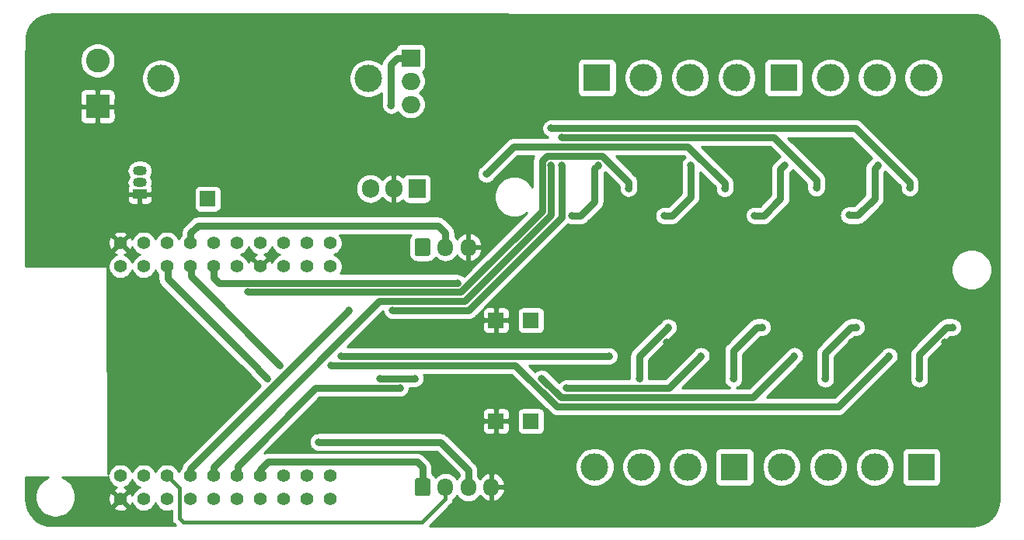
<source format=gbl>
G04 #@! TF.GenerationSoftware,KiCad,Pcbnew,5.1.11-e4df9d881f~92~ubuntu20.04.1*
G04 #@! TF.CreationDate,2021-11-03T00:14:50+01:00*
G04 #@! TF.ProjectId,CC dimmer low voltage,43432064-696d-46d6-9572-206c6f772076,0.97*
G04 #@! TF.SameCoordinates,Original*
G04 #@! TF.FileFunction,Copper,L2,Bot*
G04 #@! TF.FilePolarity,Positive*
%FSLAX46Y46*%
G04 Gerber Fmt 4.6, Leading zero omitted, Abs format (unit mm)*
G04 Created by KiCad (PCBNEW 5.1.11-e4df9d881f~92~ubuntu20.04.1) date 2021-11-03 00:14:50*
%MOMM*%
%LPD*%
G01*
G04 APERTURE LIST*
G04 #@! TA.AperFunction,ComponentPad*
%ADD10C,3.000000*%
G04 #@! TD*
G04 #@! TA.AperFunction,ComponentPad*
%ADD11R,1.700000X1.700000*%
G04 #@! TD*
G04 #@! TA.AperFunction,ComponentPad*
%ADD12O,1.700000X1.950000*%
G04 #@! TD*
G04 #@! TA.AperFunction,ComponentPad*
%ADD13O,2.000000X1.905000*%
G04 #@! TD*
G04 #@! TA.AperFunction,ComponentPad*
%ADD14R,2.000000X1.905000*%
G04 #@! TD*
G04 #@! TA.AperFunction,ComponentPad*
%ADD15O,1.500000X1.050000*%
G04 #@! TD*
G04 #@! TA.AperFunction,ComponentPad*
%ADD16R,1.500000X1.050000*%
G04 #@! TD*
G04 #@! TA.AperFunction,ComponentPad*
%ADD17R,1.905000X2.000000*%
G04 #@! TD*
G04 #@! TA.AperFunction,ComponentPad*
%ADD18O,1.905000X2.000000*%
G04 #@! TD*
G04 #@! TA.AperFunction,ComponentPad*
%ADD19R,2.600000X2.600000*%
G04 #@! TD*
G04 #@! TA.AperFunction,ComponentPad*
%ADD20C,2.600000*%
G04 #@! TD*
G04 #@! TA.AperFunction,ComponentPad*
%ADD21R,3.000000X3.000000*%
G04 #@! TD*
G04 #@! TA.AperFunction,ComponentPad*
%ADD22C,1.400000*%
G04 #@! TD*
G04 #@! TA.AperFunction,ViaPad*
%ADD23C,0.800000*%
G04 #@! TD*
G04 #@! TA.AperFunction,Conductor*
%ADD24C,0.800000*%
G04 #@! TD*
G04 #@! TA.AperFunction,Conductor*
%ADD25C,0.400000*%
G04 #@! TD*
G04 #@! TA.AperFunction,Conductor*
%ADD26C,0.254000*%
G04 #@! TD*
G04 #@! TA.AperFunction,Conductor*
%ADD27C,0.150000*%
G04 #@! TD*
G04 APERTURE END LIST*
D10*
X143281400Y-58242200D03*
X120681400Y-58242200D03*
D11*
X161023300Y-95645000D03*
X161023300Y-84645000D03*
G04 #@! TA.AperFunction,ComponentPad*
G36*
G01*
X148352000Y-77382200D02*
X148352000Y-75932200D01*
G75*
G02*
X148602000Y-75682200I250000J0D01*
G01*
X149802000Y-75682200D01*
G75*
G02*
X150052000Y-75932200I0J-250000D01*
G01*
X150052000Y-77382200D01*
G75*
G02*
X149802000Y-77632200I-250000J0D01*
G01*
X148602000Y-77632200D01*
G75*
G02*
X148352000Y-77382200I0J250000D01*
G01*
G37*
G04 #@! TD.AperFunction*
D12*
X151702000Y-76657200D03*
X154202000Y-76657200D03*
G04 #@! TA.AperFunction,ComponentPad*
G36*
G01*
X148352000Y-103569600D02*
X148352000Y-102119600D01*
G75*
G02*
X148602000Y-101869600I250000J0D01*
G01*
X149802000Y-101869600D01*
G75*
G02*
X150052000Y-102119600I0J-250000D01*
G01*
X150052000Y-103569600D01*
G75*
G02*
X149802000Y-103819600I-250000J0D01*
G01*
X148602000Y-103819600D01*
G75*
G02*
X148352000Y-103569600I0J250000D01*
G01*
G37*
G04 #@! TD.AperFunction*
X151702000Y-102844600D03*
X154202000Y-102844600D03*
X156702000Y-102844600D03*
D11*
X157202000Y-84645000D03*
X157202000Y-95645000D03*
X125780800Y-71374000D03*
D13*
X147904200Y-61087000D03*
X147904200Y-58547000D03*
D14*
X147904200Y-56007000D03*
D15*
X118389400Y-69596000D03*
X118389400Y-68326000D03*
D16*
X118389400Y-70866000D03*
D17*
X148590000Y-70281800D03*
D18*
X146050000Y-70281800D03*
X143510000Y-70281800D03*
D19*
X113792000Y-61290200D03*
D20*
X113792000Y-56290200D03*
D10*
X183442000Y-58145000D03*
D21*
X168202000Y-58145000D03*
D10*
X178362000Y-58145000D03*
X173282000Y-58145000D03*
X193632000Y-58145000D03*
X198712000Y-58145000D03*
D21*
X188552000Y-58145000D03*
D10*
X203792000Y-58145000D03*
X188312000Y-100645000D03*
D21*
X203552000Y-100645000D03*
D10*
X193392000Y-100645000D03*
X198472000Y-100645000D03*
X178122000Y-100645000D03*
X173042000Y-100645000D03*
D21*
X183202000Y-100645000D03*
D10*
X167962000Y-100645000D03*
D22*
X116272000Y-101625000D03*
X116272000Y-104165000D03*
X118812000Y-104165000D03*
X118812000Y-101625000D03*
X121352000Y-104165000D03*
X121352000Y-101625000D03*
X123892000Y-104165000D03*
X123892000Y-101625000D03*
X126432000Y-104165000D03*
X126432000Y-101625000D03*
X128972000Y-104165000D03*
X128972000Y-101625000D03*
X131512000Y-104165000D03*
X131512000Y-101625000D03*
X134052000Y-104165000D03*
X134052000Y-101625000D03*
X136592000Y-104165000D03*
X136592000Y-101625000D03*
X139132000Y-104165000D03*
X139132000Y-101625000D03*
X116272000Y-78765000D03*
X116272000Y-76225000D03*
X118812000Y-78765000D03*
X118812000Y-76225000D03*
X121352000Y-78765000D03*
X121352000Y-76225000D03*
X123892000Y-78765000D03*
X123892000Y-76225000D03*
X126432000Y-78765000D03*
X126432000Y-76225000D03*
X128972000Y-78765000D03*
X128972000Y-76225000D03*
X131512000Y-78765000D03*
X131512000Y-76225000D03*
X134052000Y-78765000D03*
X134052000Y-76225000D03*
X136592000Y-78765000D03*
X136592000Y-76225000D03*
X139132000Y-78765000D03*
X139132000Y-76225000D03*
D23*
X175539400Y-71729600D03*
X181914800Y-71742300D03*
X185534300Y-71704200D03*
X195732400Y-71678800D03*
X206133700Y-87045800D03*
X195948300Y-87020400D03*
X185851800Y-87020400D03*
X175768000Y-87045800D03*
X200050400Y-87045800D03*
X189738000Y-87020400D03*
X169506900Y-87045800D03*
X179539900Y-87020400D03*
X171635974Y-71729600D03*
X191871600Y-71704200D03*
X202222100Y-71678800D03*
X143702000Y-86395000D03*
X107950000Y-74053700D03*
X120929400Y-73406000D03*
X153022300Y-54648100D03*
X163195000Y-53632100D03*
X175802000Y-55345000D03*
X185502000Y-55395000D03*
X196002000Y-55345000D03*
X208762600Y-54178200D03*
X209016600Y-73101200D03*
X208826100Y-63919100D03*
X209626200Y-84899500D03*
X209664300Y-104228900D03*
X209626200Y-94513400D03*
X197091300Y-105016300D03*
X187007500Y-105105200D03*
X176796700Y-105067100D03*
X164985700Y-105067100D03*
X164960300Y-96621600D03*
X145796000Y-94996000D03*
X134366000Y-98171000D03*
X126702000Y-90645000D03*
X118702000Y-98895000D03*
X118630700Y-82334100D03*
X138734800Y-64427100D03*
X139255500Y-54584600D03*
X125310900Y-54495700D03*
X131838700Y-59918600D03*
X107772200Y-53225700D03*
X148202000Y-86895000D03*
X121452000Y-106395000D03*
X140452000Y-72145000D03*
X127702000Y-64395000D03*
X107702000Y-63895000D03*
X145783300Y-61163200D03*
X168363900Y-67691000D03*
X165452000Y-73229600D03*
X175536600Y-73229600D03*
X198798800Y-67741800D03*
X188630600Y-67716400D03*
X185392800Y-73204200D03*
X195668200Y-73178800D03*
X175952000Y-85395000D03*
X186202000Y-85395000D03*
X196452000Y-85395000D03*
X206952000Y-85395000D03*
X203340600Y-91033600D03*
X193090600Y-91033600D03*
X183063400Y-91033600D03*
X172813400Y-91033600D03*
X178406000Y-67691000D03*
X137858500Y-97929700D03*
X171640500Y-70231000D03*
X130200400Y-81556110D03*
X182130700Y-70256400D03*
X156157610Y-68678388D03*
X152984323Y-80556100D03*
X141188730Y-83556130D03*
X192102000Y-70195000D03*
X164394920Y-64687680D03*
X164388800Y-67691000D03*
X145935700Y-83556130D03*
X202284200Y-70178800D03*
X163217570Y-63687670D03*
X163217570Y-67691000D03*
X200013700Y-88545800D03*
X133667500Y-89547700D03*
X139195290Y-89531710D03*
X189714000Y-88520400D03*
X132257800Y-90982800D03*
X162187613Y-90974187D03*
X144589500Y-90982800D03*
X148352787Y-90974187D03*
X179541300Y-88520400D03*
X164912792Y-92033608D03*
X146726392Y-92033608D03*
X169505500Y-88545800D03*
X140309600Y-88531700D03*
D24*
X147904200Y-56007000D02*
X146456400Y-56007000D01*
X146456400Y-56007000D02*
X145770600Y-56692800D01*
X145770600Y-61150500D02*
X145783300Y-61163200D01*
X145770600Y-56692800D02*
X145770600Y-61150500D01*
X168363900Y-67691000D02*
X167957500Y-68097400D01*
X167957500Y-68097400D02*
X167957500Y-71666100D01*
X167957500Y-71666100D02*
X166394000Y-73229600D01*
X166394000Y-73229600D02*
X165452000Y-73229600D01*
X185392800Y-73204200D02*
X186392800Y-73204200D01*
X186392800Y-73204200D02*
X188202000Y-71395000D01*
X188202000Y-68145000D02*
X188601238Y-67745762D01*
X188202000Y-71395000D02*
X188202000Y-68145000D01*
X195668200Y-73178800D02*
X196668200Y-73178800D01*
X196668200Y-73178800D02*
X198452000Y-71395000D01*
X198452000Y-68088600D02*
X198798800Y-67741800D01*
X198452000Y-71395000D02*
X198452000Y-68088600D01*
X193090600Y-88190715D02*
X193090600Y-91033600D01*
X195886315Y-85395000D02*
X193090600Y-88190715D01*
X196452000Y-85395000D02*
X195886315Y-85395000D01*
X203340600Y-88358898D02*
X203340600Y-91033600D01*
X206304498Y-85395000D02*
X203340600Y-88358898D01*
X206952000Y-85395000D02*
X206304498Y-85395000D01*
X183063400Y-87967915D02*
X183063400Y-91033600D01*
X185636315Y-85395000D02*
X183063400Y-87967915D01*
X186202000Y-85395000D02*
X185636315Y-85395000D01*
X172813400Y-88533600D02*
X172813400Y-91033600D01*
X175952000Y-85395000D02*
X172813400Y-88533600D01*
X176367400Y-73229600D02*
X175536600Y-73229600D01*
X178406000Y-71191000D02*
X176367400Y-73229600D01*
X178406000Y-67691000D02*
X178406000Y-71191000D01*
X150876000Y-74295000D02*
X151702000Y-75121000D01*
X124714000Y-74295000D02*
X150876000Y-74295000D01*
X123892000Y-75117000D02*
X124714000Y-74295000D01*
X151702000Y-75121000D02*
X151702000Y-76657200D01*
X123892000Y-76225000D02*
X123892000Y-75117000D01*
X149202000Y-100688000D02*
X149202000Y-102844600D01*
X132334000Y-100076000D02*
X148590000Y-100076000D01*
X148590000Y-100076000D02*
X149202000Y-100688000D01*
X131512000Y-100898000D02*
X132334000Y-100076000D01*
X131512000Y-101625000D02*
X131512000Y-100898000D01*
D25*
X122682000Y-102946200D02*
X121412000Y-101676200D01*
X122682000Y-106248200D02*
X122682000Y-102946200D01*
X123113800Y-106680000D02*
X122682000Y-106248200D01*
X151702000Y-104145000D02*
X149167000Y-106680000D01*
X151702000Y-102844600D02*
X151702000Y-104145000D01*
X149167000Y-106680000D02*
X123113800Y-106680000D01*
D24*
X154202000Y-102844600D02*
X154202000Y-100989000D01*
X154202000Y-100989000D02*
X151130000Y-97917000D01*
X137871200Y-97917000D02*
X137858500Y-97929700D01*
X151130000Y-97917000D02*
X137871200Y-97917000D01*
X153398540Y-81556110D02*
X130200400Y-81556110D01*
X162217560Y-72737090D02*
X153398540Y-81556110D01*
X162217560Y-67214307D02*
X162217560Y-72737090D01*
X162740868Y-66687700D02*
X162740868Y-66690999D01*
X168774826Y-66687700D02*
X162740868Y-66687700D01*
X171640500Y-69553374D02*
X168774826Y-66687700D01*
X162740868Y-66690999D02*
X162217560Y-67214307D01*
X171640500Y-70231000D02*
X171640500Y-69553374D01*
X159148308Y-65687690D02*
X156157610Y-68678388D01*
X178127675Y-65687690D02*
X159148308Y-65687690D01*
X182130700Y-69690715D02*
X178127675Y-65687690D01*
X182130700Y-70256400D02*
X182130700Y-69690715D01*
X127000000Y-80556100D02*
X152984323Y-80556100D01*
X126432000Y-79988100D02*
X127000000Y-80556100D01*
X126432000Y-78765000D02*
X126432000Y-79988100D01*
X123970360Y-100774500D02*
X123952000Y-100774500D01*
X141188730Y-83556130D02*
X123970360Y-100774500D01*
X164388800Y-67691000D02*
X164388800Y-73394304D01*
X164388800Y-73394304D02*
X154226974Y-83556130D01*
X154226974Y-83556130D02*
X147281900Y-83556130D01*
X147281900Y-83556130D02*
X145935700Y-83556130D01*
X123892000Y-100852860D02*
X123970360Y-100774500D01*
X123892000Y-101625000D02*
X123892000Y-100852860D01*
X192102000Y-69295000D02*
X192102000Y-70195000D01*
X187494680Y-64687680D02*
X192102000Y-69295000D01*
X164394920Y-64687680D02*
X187494680Y-64687680D01*
X196358755Y-63687670D02*
X164414200Y-63687670D01*
X202284200Y-69613115D02*
X196358755Y-63687670D01*
X202284200Y-70178800D02*
X202284200Y-69613115D01*
X164414200Y-63687670D02*
X164465000Y-63687670D01*
X164414200Y-63687670D02*
X163217570Y-63687670D01*
X153812757Y-82556120D02*
X163217570Y-73151307D01*
X144494480Y-82556120D02*
X153812757Y-82556120D01*
X163217570Y-73151307D02*
X163217570Y-67691000D01*
X126432000Y-100618600D02*
X144494480Y-82556120D01*
X126432000Y-101625000D02*
X126432000Y-100618600D01*
X200013700Y-88545800D02*
X194525872Y-94033628D01*
X194525872Y-94033628D02*
X176856526Y-94033628D01*
X176856526Y-94033628D02*
X164922200Y-94033628D01*
X123952000Y-78816200D02*
X123952000Y-79832200D01*
X123952000Y-79832200D02*
X133667500Y-89547700D01*
X164922200Y-94033628D02*
X163832828Y-94033628D01*
X159330910Y-89531710D02*
X139195290Y-89531710D01*
X163832828Y-94033628D02*
X159330910Y-89531710D01*
X189714000Y-88520400D02*
X185200782Y-93033618D01*
X185200782Y-93033618D02*
X176442309Y-93033618D01*
X176442309Y-93033618D02*
X164966882Y-93033618D01*
X121412000Y-78816200D02*
X121412000Y-80124300D01*
X121412000Y-80124300D02*
X131229100Y-89941400D01*
X131229100Y-89941400D02*
X131229100Y-89954100D01*
X131229100Y-89954100D02*
X132257800Y-90982800D01*
X164966882Y-93033618D02*
X164884100Y-93033618D01*
X164966882Y-93033618D02*
X164247044Y-93033618D01*
X164247044Y-93033618D02*
X162187613Y-90974187D01*
X148344174Y-90982800D02*
X148352787Y-90974187D01*
X144589500Y-90982800D02*
X148344174Y-90982800D01*
X176028092Y-92033608D02*
X164912792Y-92033608D01*
X129032000Y-101676200D02*
X129032000Y-100545900D01*
X129032000Y-100545900D02*
X137553700Y-92024200D01*
X146716984Y-92024200D02*
X146726392Y-92033608D01*
X137553700Y-92024200D02*
X146716984Y-92024200D01*
X179541300Y-88520400D02*
X176028092Y-92033608D01*
X169505500Y-88545800D02*
X164933500Y-88545800D01*
X164933500Y-88545800D02*
X164947600Y-88531700D01*
X164947600Y-88531700D02*
X140309600Y-88531700D01*
D26*
X209109913Y-51281782D02*
X209700609Y-51339700D01*
X210236402Y-51501466D01*
X210730569Y-51764219D01*
X211164290Y-52117953D01*
X211521043Y-52549193D01*
X211787242Y-53041519D01*
X211952743Y-53576165D01*
X212014600Y-54164705D01*
X212014601Y-104182686D01*
X211956700Y-104773209D01*
X211794935Y-105309000D01*
X211532180Y-105803172D01*
X211178447Y-106236890D01*
X210747206Y-106593644D01*
X210254881Y-106859842D01*
X209720238Y-107025342D01*
X209131744Y-107087195D01*
X149970627Y-107057240D01*
X152263427Y-104764441D01*
X152295291Y-104738291D01*
X152399636Y-104611146D01*
X152477172Y-104466087D01*
X152524918Y-104308689D01*
X152534924Y-104207097D01*
X152757134Y-104024734D01*
X152942706Y-103798614D01*
X152952000Y-103781226D01*
X152961294Y-103798614D01*
X153146866Y-104024734D01*
X153372987Y-104210306D01*
X153630967Y-104348199D01*
X153910890Y-104433113D01*
X154202000Y-104461785D01*
X154493111Y-104433113D01*
X154773034Y-104348199D01*
X155031014Y-104210306D01*
X155257134Y-104024734D01*
X155442706Y-103798614D01*
X155456462Y-103772878D01*
X155612951Y-103979029D01*
X155830807Y-104172096D01*
X156082142Y-104318952D01*
X156345110Y-104411076D01*
X156575000Y-104289755D01*
X156575000Y-102971600D01*
X156829000Y-102971600D01*
X156829000Y-104289755D01*
X157058890Y-104411076D01*
X157321858Y-104318952D01*
X157573193Y-104172096D01*
X157791049Y-103979029D01*
X157967053Y-103747170D01*
X158094442Y-103485430D01*
X158168320Y-103203867D01*
X158028165Y-102971600D01*
X156829000Y-102971600D01*
X156575000Y-102971600D01*
X156555000Y-102971600D01*
X156555000Y-102717600D01*
X156575000Y-102717600D01*
X156575000Y-101399445D01*
X156829000Y-101399445D01*
X156829000Y-102717600D01*
X158028165Y-102717600D01*
X158168320Y-102485333D01*
X158094442Y-102203770D01*
X157967053Y-101942030D01*
X157791049Y-101710171D01*
X157573193Y-101517104D01*
X157321858Y-101370248D01*
X157058890Y-101278124D01*
X156829000Y-101399445D01*
X156575000Y-101399445D01*
X156345110Y-101278124D01*
X156082142Y-101370248D01*
X155830807Y-101517104D01*
X155612951Y-101710171D01*
X155456462Y-101916322D01*
X155442706Y-101890586D01*
X155257134Y-101664466D01*
X155237000Y-101647943D01*
X155237000Y-101039827D01*
X155242006Y-100988999D01*
X155237000Y-100938171D01*
X155237000Y-100938162D01*
X155222024Y-100786105D01*
X155162841Y-100591007D01*
X155114201Y-100500007D01*
X155079306Y-100434721D01*
X165827000Y-100434721D01*
X165827000Y-100855279D01*
X165909047Y-101267756D01*
X166069988Y-101656302D01*
X166303637Y-102005983D01*
X166601017Y-102303363D01*
X166950698Y-102537012D01*
X167339244Y-102697953D01*
X167751721Y-102780000D01*
X168172279Y-102780000D01*
X168584756Y-102697953D01*
X168973302Y-102537012D01*
X169322983Y-102303363D01*
X169620363Y-102005983D01*
X169854012Y-101656302D01*
X170014953Y-101267756D01*
X170097000Y-100855279D01*
X170097000Y-100434721D01*
X170907000Y-100434721D01*
X170907000Y-100855279D01*
X170989047Y-101267756D01*
X171149988Y-101656302D01*
X171383637Y-102005983D01*
X171681017Y-102303363D01*
X172030698Y-102537012D01*
X172419244Y-102697953D01*
X172831721Y-102780000D01*
X173252279Y-102780000D01*
X173664756Y-102697953D01*
X174053302Y-102537012D01*
X174402983Y-102303363D01*
X174700363Y-102005983D01*
X174934012Y-101656302D01*
X175094953Y-101267756D01*
X175177000Y-100855279D01*
X175177000Y-100434721D01*
X175987000Y-100434721D01*
X175987000Y-100855279D01*
X176069047Y-101267756D01*
X176229988Y-101656302D01*
X176463637Y-102005983D01*
X176761017Y-102303363D01*
X177110698Y-102537012D01*
X177499244Y-102697953D01*
X177911721Y-102780000D01*
X178332279Y-102780000D01*
X178744756Y-102697953D01*
X179133302Y-102537012D01*
X179482983Y-102303363D01*
X179780363Y-102005983D01*
X180014012Y-101656302D01*
X180174953Y-101267756D01*
X180257000Y-100855279D01*
X180257000Y-100434721D01*
X180174953Y-100022244D01*
X180014012Y-99633698D01*
X179780363Y-99284017D01*
X179641346Y-99145000D01*
X181063928Y-99145000D01*
X181063928Y-102145000D01*
X181076188Y-102269482D01*
X181112498Y-102389180D01*
X181171463Y-102499494D01*
X181250815Y-102596185D01*
X181347506Y-102675537D01*
X181457820Y-102734502D01*
X181577518Y-102770812D01*
X181702000Y-102783072D01*
X184702000Y-102783072D01*
X184826482Y-102770812D01*
X184946180Y-102734502D01*
X185056494Y-102675537D01*
X185153185Y-102596185D01*
X185232537Y-102499494D01*
X185291502Y-102389180D01*
X185327812Y-102269482D01*
X185340072Y-102145000D01*
X185340072Y-100434721D01*
X186177000Y-100434721D01*
X186177000Y-100855279D01*
X186259047Y-101267756D01*
X186419988Y-101656302D01*
X186653637Y-102005983D01*
X186951017Y-102303363D01*
X187300698Y-102537012D01*
X187689244Y-102697953D01*
X188101721Y-102780000D01*
X188522279Y-102780000D01*
X188934756Y-102697953D01*
X189323302Y-102537012D01*
X189672983Y-102303363D01*
X189970363Y-102005983D01*
X190204012Y-101656302D01*
X190364953Y-101267756D01*
X190447000Y-100855279D01*
X190447000Y-100434721D01*
X191257000Y-100434721D01*
X191257000Y-100855279D01*
X191339047Y-101267756D01*
X191499988Y-101656302D01*
X191733637Y-102005983D01*
X192031017Y-102303363D01*
X192380698Y-102537012D01*
X192769244Y-102697953D01*
X193181721Y-102780000D01*
X193602279Y-102780000D01*
X194014756Y-102697953D01*
X194403302Y-102537012D01*
X194752983Y-102303363D01*
X195050363Y-102005983D01*
X195284012Y-101656302D01*
X195444953Y-101267756D01*
X195527000Y-100855279D01*
X195527000Y-100434721D01*
X196337000Y-100434721D01*
X196337000Y-100855279D01*
X196419047Y-101267756D01*
X196579988Y-101656302D01*
X196813637Y-102005983D01*
X197111017Y-102303363D01*
X197460698Y-102537012D01*
X197849244Y-102697953D01*
X198261721Y-102780000D01*
X198682279Y-102780000D01*
X199094756Y-102697953D01*
X199483302Y-102537012D01*
X199832983Y-102303363D01*
X200130363Y-102005983D01*
X200364012Y-101656302D01*
X200524953Y-101267756D01*
X200607000Y-100855279D01*
X200607000Y-100434721D01*
X200524953Y-100022244D01*
X200364012Y-99633698D01*
X200130363Y-99284017D01*
X199991346Y-99145000D01*
X201413928Y-99145000D01*
X201413928Y-102145000D01*
X201426188Y-102269482D01*
X201462498Y-102389180D01*
X201521463Y-102499494D01*
X201600815Y-102596185D01*
X201697506Y-102675537D01*
X201807820Y-102734502D01*
X201927518Y-102770812D01*
X202052000Y-102783072D01*
X205052000Y-102783072D01*
X205176482Y-102770812D01*
X205296180Y-102734502D01*
X205406494Y-102675537D01*
X205503185Y-102596185D01*
X205582537Y-102499494D01*
X205641502Y-102389180D01*
X205677812Y-102269482D01*
X205690072Y-102145000D01*
X205690072Y-99145000D01*
X205677812Y-99020518D01*
X205641502Y-98900820D01*
X205582537Y-98790506D01*
X205503185Y-98693815D01*
X205406494Y-98614463D01*
X205296180Y-98555498D01*
X205176482Y-98519188D01*
X205052000Y-98506928D01*
X202052000Y-98506928D01*
X201927518Y-98519188D01*
X201807820Y-98555498D01*
X201697506Y-98614463D01*
X201600815Y-98693815D01*
X201521463Y-98790506D01*
X201462498Y-98900820D01*
X201426188Y-99020518D01*
X201413928Y-99145000D01*
X199991346Y-99145000D01*
X199832983Y-98986637D01*
X199483302Y-98752988D01*
X199094756Y-98592047D01*
X198682279Y-98510000D01*
X198261721Y-98510000D01*
X197849244Y-98592047D01*
X197460698Y-98752988D01*
X197111017Y-98986637D01*
X196813637Y-99284017D01*
X196579988Y-99633698D01*
X196419047Y-100022244D01*
X196337000Y-100434721D01*
X195527000Y-100434721D01*
X195444953Y-100022244D01*
X195284012Y-99633698D01*
X195050363Y-99284017D01*
X194752983Y-98986637D01*
X194403302Y-98752988D01*
X194014756Y-98592047D01*
X193602279Y-98510000D01*
X193181721Y-98510000D01*
X192769244Y-98592047D01*
X192380698Y-98752988D01*
X192031017Y-98986637D01*
X191733637Y-99284017D01*
X191499988Y-99633698D01*
X191339047Y-100022244D01*
X191257000Y-100434721D01*
X190447000Y-100434721D01*
X190364953Y-100022244D01*
X190204012Y-99633698D01*
X189970363Y-99284017D01*
X189672983Y-98986637D01*
X189323302Y-98752988D01*
X188934756Y-98592047D01*
X188522279Y-98510000D01*
X188101721Y-98510000D01*
X187689244Y-98592047D01*
X187300698Y-98752988D01*
X186951017Y-98986637D01*
X186653637Y-99284017D01*
X186419988Y-99633698D01*
X186259047Y-100022244D01*
X186177000Y-100434721D01*
X185340072Y-100434721D01*
X185340072Y-99145000D01*
X185327812Y-99020518D01*
X185291502Y-98900820D01*
X185232537Y-98790506D01*
X185153185Y-98693815D01*
X185056494Y-98614463D01*
X184946180Y-98555498D01*
X184826482Y-98519188D01*
X184702000Y-98506928D01*
X181702000Y-98506928D01*
X181577518Y-98519188D01*
X181457820Y-98555498D01*
X181347506Y-98614463D01*
X181250815Y-98693815D01*
X181171463Y-98790506D01*
X181112498Y-98900820D01*
X181076188Y-99020518D01*
X181063928Y-99145000D01*
X179641346Y-99145000D01*
X179482983Y-98986637D01*
X179133302Y-98752988D01*
X178744756Y-98592047D01*
X178332279Y-98510000D01*
X177911721Y-98510000D01*
X177499244Y-98592047D01*
X177110698Y-98752988D01*
X176761017Y-98986637D01*
X176463637Y-99284017D01*
X176229988Y-99633698D01*
X176069047Y-100022244D01*
X175987000Y-100434721D01*
X175177000Y-100434721D01*
X175094953Y-100022244D01*
X174934012Y-99633698D01*
X174700363Y-99284017D01*
X174402983Y-98986637D01*
X174053302Y-98752988D01*
X173664756Y-98592047D01*
X173252279Y-98510000D01*
X172831721Y-98510000D01*
X172419244Y-98592047D01*
X172030698Y-98752988D01*
X171681017Y-98986637D01*
X171383637Y-99284017D01*
X171149988Y-99633698D01*
X170989047Y-100022244D01*
X170907000Y-100434721D01*
X170097000Y-100434721D01*
X170014953Y-100022244D01*
X169854012Y-99633698D01*
X169620363Y-99284017D01*
X169322983Y-98986637D01*
X168973302Y-98752988D01*
X168584756Y-98592047D01*
X168172279Y-98510000D01*
X167751721Y-98510000D01*
X167339244Y-98592047D01*
X166950698Y-98752988D01*
X166601017Y-98986637D01*
X166303637Y-99284017D01*
X166069988Y-99633698D01*
X165909047Y-100022244D01*
X165827000Y-100434721D01*
X155079306Y-100434721D01*
X155066734Y-100411202D01*
X154969803Y-100293092D01*
X154937396Y-100253604D01*
X154897908Y-100221197D01*
X151897807Y-97221097D01*
X151865396Y-97181604D01*
X151707797Y-97052266D01*
X151527993Y-96956159D01*
X151332895Y-96896976D01*
X151180838Y-96882000D01*
X151180828Y-96882000D01*
X151130000Y-96876994D01*
X151079172Y-96882000D01*
X137922035Y-96882000D01*
X137871200Y-96876993D01*
X137820365Y-96882000D01*
X137820362Y-96882000D01*
X137668305Y-96896976D01*
X137473207Y-96956159D01*
X137293403Y-97052266D01*
X137226282Y-97107351D01*
X137198726Y-97125763D01*
X137175292Y-97149197D01*
X137135804Y-97181604D01*
X137103397Y-97221092D01*
X137054563Y-97269926D01*
X137026171Y-97312417D01*
X136993766Y-97351903D01*
X136969687Y-97396952D01*
X136941295Y-97439444D01*
X136921736Y-97486664D01*
X136897660Y-97531707D01*
X136882835Y-97580578D01*
X136863274Y-97627802D01*
X136853303Y-97677932D01*
X136838477Y-97726805D01*
X136833471Y-97777633D01*
X136823500Y-97827761D01*
X136823500Y-97878872D01*
X136818494Y-97929700D01*
X136823500Y-97980528D01*
X136823500Y-98031639D01*
X136833471Y-98081767D01*
X136838477Y-98132595D01*
X136853303Y-98181468D01*
X136863274Y-98231598D01*
X136882835Y-98278822D01*
X136897660Y-98327693D01*
X136921736Y-98372736D01*
X136941295Y-98419956D01*
X136969687Y-98462448D01*
X136993766Y-98507497D01*
X137026172Y-98546984D01*
X137054563Y-98589474D01*
X137090697Y-98625608D01*
X137123104Y-98665096D01*
X137162592Y-98697503D01*
X137198726Y-98733637D01*
X137241216Y-98762028D01*
X137280703Y-98794434D01*
X137325752Y-98818513D01*
X137368244Y-98846905D01*
X137415464Y-98866464D01*
X137460507Y-98890540D01*
X137509378Y-98905365D01*
X137556602Y-98924926D01*
X137606732Y-98934897D01*
X137655605Y-98949723D01*
X137706433Y-98954729D01*
X137756561Y-98964700D01*
X137807672Y-98964700D01*
X137858500Y-98969706D01*
X137909328Y-98964700D01*
X137960439Y-98964700D01*
X138010567Y-98954729D01*
X138038276Y-98952000D01*
X150701290Y-98952000D01*
X153167001Y-101417712D01*
X153167001Y-101647942D01*
X153146866Y-101664466D01*
X152961294Y-101890587D01*
X152952000Y-101907974D01*
X152942706Y-101890586D01*
X152757134Y-101664466D01*
X152531013Y-101478894D01*
X152273033Y-101341001D01*
X151993110Y-101256087D01*
X151702000Y-101227415D01*
X151410889Y-101256087D01*
X151130966Y-101341001D01*
X150872986Y-101478894D01*
X150646866Y-101664466D01*
X150594777Y-101727937D01*
X150540405Y-101626214D01*
X150429962Y-101491638D01*
X150295386Y-101381195D01*
X150237000Y-101349987D01*
X150237000Y-100738835D01*
X150242007Y-100688000D01*
X150237000Y-100637162D01*
X150222024Y-100485105D01*
X150162841Y-100290007D01*
X150094743Y-100162604D01*
X150066734Y-100110202D01*
X150008385Y-100039104D01*
X149937396Y-99952604D01*
X149897903Y-99920193D01*
X149357807Y-99380097D01*
X149325396Y-99340604D01*
X149167797Y-99211266D01*
X148987993Y-99115159D01*
X148792895Y-99055976D01*
X148640838Y-99041000D01*
X148640828Y-99041000D01*
X148590000Y-99035994D01*
X148539172Y-99041000D01*
X132384835Y-99041000D01*
X132334000Y-99035993D01*
X132283165Y-99041000D01*
X132283162Y-99041000D01*
X132131105Y-99055976D01*
X131981415Y-99101385D01*
X131936006Y-99115159D01*
X131915480Y-99126130D01*
X134546610Y-96495000D01*
X155713928Y-96495000D01*
X155726188Y-96619482D01*
X155762498Y-96739180D01*
X155821463Y-96849494D01*
X155900815Y-96946185D01*
X155997506Y-97025537D01*
X156107820Y-97084502D01*
X156227518Y-97120812D01*
X156352000Y-97133072D01*
X156916250Y-97130000D01*
X157075000Y-96971250D01*
X157075000Y-95772000D01*
X157329000Y-95772000D01*
X157329000Y-96971250D01*
X157487750Y-97130000D01*
X158052000Y-97133072D01*
X158176482Y-97120812D01*
X158296180Y-97084502D01*
X158406494Y-97025537D01*
X158503185Y-96946185D01*
X158582537Y-96849494D01*
X158641502Y-96739180D01*
X158677812Y-96619482D01*
X158690072Y-96495000D01*
X158687000Y-95930750D01*
X158528250Y-95772000D01*
X157329000Y-95772000D01*
X157075000Y-95772000D01*
X155875750Y-95772000D01*
X155717000Y-95930750D01*
X155713928Y-96495000D01*
X134546610Y-96495000D01*
X136246610Y-94795000D01*
X155713928Y-94795000D01*
X155717000Y-95359250D01*
X155875750Y-95518000D01*
X157075000Y-95518000D01*
X157075000Y-94318750D01*
X157329000Y-94318750D01*
X157329000Y-95518000D01*
X158528250Y-95518000D01*
X158687000Y-95359250D01*
X158690072Y-94795000D01*
X159535228Y-94795000D01*
X159535228Y-96495000D01*
X159547488Y-96619482D01*
X159583798Y-96739180D01*
X159642763Y-96849494D01*
X159722115Y-96946185D01*
X159818806Y-97025537D01*
X159929120Y-97084502D01*
X160048818Y-97120812D01*
X160173300Y-97133072D01*
X161873300Y-97133072D01*
X161997782Y-97120812D01*
X162117480Y-97084502D01*
X162227794Y-97025537D01*
X162324485Y-96946185D01*
X162403837Y-96849494D01*
X162462802Y-96739180D01*
X162499112Y-96619482D01*
X162511372Y-96495000D01*
X162511372Y-94795000D01*
X162499112Y-94670518D01*
X162462802Y-94550820D01*
X162403837Y-94440506D01*
X162324485Y-94343815D01*
X162227794Y-94264463D01*
X162117480Y-94205498D01*
X161997782Y-94169188D01*
X161873300Y-94156928D01*
X160173300Y-94156928D01*
X160048818Y-94169188D01*
X159929120Y-94205498D01*
X159818806Y-94264463D01*
X159722115Y-94343815D01*
X159642763Y-94440506D01*
X159583798Y-94550820D01*
X159547488Y-94670518D01*
X159535228Y-94795000D01*
X158690072Y-94795000D01*
X158677812Y-94670518D01*
X158641502Y-94550820D01*
X158582537Y-94440506D01*
X158503185Y-94343815D01*
X158406494Y-94264463D01*
X158296180Y-94205498D01*
X158176482Y-94169188D01*
X158052000Y-94156928D01*
X157487750Y-94160000D01*
X157329000Y-94318750D01*
X157075000Y-94318750D01*
X156916250Y-94160000D01*
X156352000Y-94156928D01*
X156227518Y-94169188D01*
X156107820Y-94205498D01*
X155997506Y-94264463D01*
X155900815Y-94343815D01*
X155821463Y-94440506D01*
X155762498Y-94550820D01*
X155726188Y-94670518D01*
X155713928Y-94795000D01*
X136246610Y-94795000D01*
X137982411Y-93059200D01*
X146577155Y-93059200D01*
X146624453Y-93068608D01*
X146675557Y-93068608D01*
X146726392Y-93073615D01*
X146777227Y-93068608D01*
X146828331Y-93068608D01*
X146878456Y-93058638D01*
X146929287Y-93053631D01*
X146978160Y-93038805D01*
X147028290Y-93028834D01*
X147075514Y-93009273D01*
X147124385Y-92994448D01*
X147169428Y-92970372D01*
X147216648Y-92950813D01*
X147259140Y-92922421D01*
X147304189Y-92898342D01*
X147343676Y-92865936D01*
X147386166Y-92837545D01*
X147422300Y-92801411D01*
X147461788Y-92769004D01*
X147494195Y-92729516D01*
X147530329Y-92693382D01*
X147558720Y-92650892D01*
X147591126Y-92611405D01*
X147615205Y-92566356D01*
X147643597Y-92523864D01*
X147663156Y-92476644D01*
X147687232Y-92431601D01*
X147702057Y-92382730D01*
X147721618Y-92335506D01*
X147731589Y-92285376D01*
X147746415Y-92236503D01*
X147751422Y-92185672D01*
X147761392Y-92135547D01*
X147761392Y-92084443D01*
X147766399Y-92033608D01*
X147764842Y-92017800D01*
X148293346Y-92017800D01*
X148344174Y-92022806D01*
X148395002Y-92017800D01*
X148395012Y-92017800D01*
X148547069Y-92002824D01*
X148742167Y-91943641D01*
X148829159Y-91897143D01*
X148843043Y-91891392D01*
X148855538Y-91883043D01*
X148921971Y-91847534D01*
X148980199Y-91799747D01*
X149012561Y-91778124D01*
X149040082Y-91750603D01*
X149079570Y-91718196D01*
X149111977Y-91678708D01*
X149156724Y-91633961D01*
X149185116Y-91591470D01*
X149217521Y-91551984D01*
X149241601Y-91506933D01*
X149269992Y-91464443D01*
X149289549Y-91417229D01*
X149313628Y-91372180D01*
X149328454Y-91323303D01*
X149348013Y-91276085D01*
X149357984Y-91225955D01*
X149372810Y-91177081D01*
X149377816Y-91126252D01*
X149387787Y-91076126D01*
X149387787Y-91025022D01*
X149392794Y-90974187D01*
X149387787Y-90923352D01*
X149387787Y-90872248D01*
X149377817Y-90822123D01*
X149372810Y-90771292D01*
X149357984Y-90722417D01*
X149348013Y-90672289D01*
X149328455Y-90625072D01*
X149313628Y-90576194D01*
X149308559Y-90566710D01*
X158902200Y-90566710D01*
X163065025Y-94729536D01*
X163097432Y-94769024D01*
X163255031Y-94898362D01*
X163434835Y-94994469D01*
X163629933Y-95053652D01*
X163781990Y-95068628D01*
X163781999Y-95068628D01*
X163832827Y-95073634D01*
X163883655Y-95068628D01*
X194475044Y-95068628D01*
X194525872Y-95073634D01*
X194576700Y-95068628D01*
X194576710Y-95068628D01*
X194728767Y-95053652D01*
X194923865Y-94994469D01*
X195103669Y-94898362D01*
X195261268Y-94769024D01*
X195293679Y-94729531D01*
X200781503Y-89241708D01*
X200817637Y-89205574D01*
X200846025Y-89163088D01*
X200878434Y-89123598D01*
X200902516Y-89078544D01*
X200930905Y-89036056D01*
X200950462Y-88988841D01*
X200974540Y-88943794D01*
X200989366Y-88894920D01*
X201008926Y-88847698D01*
X201018897Y-88797568D01*
X201033723Y-88748695D01*
X201038730Y-88697864D01*
X201048700Y-88647739D01*
X201048700Y-88596635D01*
X201053707Y-88545800D01*
X201048700Y-88494965D01*
X201048700Y-88443861D01*
X201038730Y-88393736D01*
X201035299Y-88358898D01*
X202300594Y-88358898D01*
X202305600Y-88409726D01*
X202305601Y-90931656D01*
X202305600Y-90931661D01*
X202305600Y-91135539D01*
X202315571Y-91185667D01*
X202320577Y-91236495D01*
X202335403Y-91285368D01*
X202345374Y-91335498D01*
X202364935Y-91382722D01*
X202379760Y-91431593D01*
X202403835Y-91476634D01*
X202423395Y-91523856D01*
X202451791Y-91566353D01*
X202475867Y-91611397D01*
X202508268Y-91650878D01*
X202536663Y-91693374D01*
X202572803Y-91729514D01*
X202605205Y-91768996D01*
X202644687Y-91801398D01*
X202680826Y-91837537D01*
X202723321Y-91865931D01*
X202762804Y-91898334D01*
X202807850Y-91922412D01*
X202850344Y-91950805D01*
X202897562Y-91970363D01*
X202942608Y-91994441D01*
X202991484Y-92009268D01*
X203038702Y-92028826D01*
X203088826Y-92038796D01*
X203137706Y-92053624D01*
X203188542Y-92058631D01*
X203238661Y-92068600D01*
X203289762Y-92068600D01*
X203340600Y-92073607D01*
X203391438Y-92068600D01*
X203442539Y-92068600D01*
X203492657Y-92058631D01*
X203543495Y-92053624D01*
X203592377Y-92038796D01*
X203642498Y-92028826D01*
X203689713Y-92009269D01*
X203738593Y-91994441D01*
X203783642Y-91970362D01*
X203830856Y-91950805D01*
X203873346Y-91922414D01*
X203918397Y-91898334D01*
X203957884Y-91865928D01*
X204000374Y-91837537D01*
X204036508Y-91801403D01*
X204075996Y-91768996D01*
X204108403Y-91729508D01*
X204144537Y-91693374D01*
X204172928Y-91650884D01*
X204205334Y-91611397D01*
X204229414Y-91566346D01*
X204257805Y-91523856D01*
X204277362Y-91476642D01*
X204301441Y-91431593D01*
X204316269Y-91382713D01*
X204335826Y-91335498D01*
X204345796Y-91285377D01*
X204360624Y-91236495D01*
X204365631Y-91185657D01*
X204375600Y-91135539D01*
X204375600Y-88787608D01*
X206733209Y-86430000D01*
X207053939Y-86430000D01*
X207104057Y-86420031D01*
X207154895Y-86415024D01*
X207203777Y-86400196D01*
X207253898Y-86390226D01*
X207301113Y-86370669D01*
X207349993Y-86355841D01*
X207395042Y-86331762D01*
X207442256Y-86312205D01*
X207484746Y-86283814D01*
X207529797Y-86259734D01*
X207569284Y-86227328D01*
X207611774Y-86198937D01*
X207647908Y-86162803D01*
X207687396Y-86130396D01*
X207719803Y-86090908D01*
X207755937Y-86054774D01*
X207784328Y-86012284D01*
X207816734Y-85972797D01*
X207840814Y-85927746D01*
X207869205Y-85885256D01*
X207888762Y-85838042D01*
X207912841Y-85792993D01*
X207927669Y-85744113D01*
X207947226Y-85696898D01*
X207957196Y-85646777D01*
X207972024Y-85597895D01*
X207977031Y-85547057D01*
X207987000Y-85496939D01*
X207987000Y-85445838D01*
X207992007Y-85395000D01*
X207987000Y-85344162D01*
X207987000Y-85293061D01*
X207977031Y-85242943D01*
X207972024Y-85192105D01*
X207957196Y-85143223D01*
X207947226Y-85093102D01*
X207927669Y-85045887D01*
X207912841Y-84997007D01*
X207888762Y-84951958D01*
X207869205Y-84904744D01*
X207840814Y-84862254D01*
X207816734Y-84817203D01*
X207784328Y-84777716D01*
X207755937Y-84735226D01*
X207719803Y-84699092D01*
X207687396Y-84659604D01*
X207647908Y-84627197D01*
X207611774Y-84591063D01*
X207569284Y-84562672D01*
X207529797Y-84530266D01*
X207484746Y-84506186D01*
X207442256Y-84477795D01*
X207395042Y-84458238D01*
X207349993Y-84434159D01*
X207301113Y-84419331D01*
X207253898Y-84399774D01*
X207203777Y-84389804D01*
X207154895Y-84374976D01*
X207104057Y-84369969D01*
X207053939Y-84360000D01*
X206355333Y-84360000D01*
X206304498Y-84354993D01*
X206253663Y-84360000D01*
X206253660Y-84360000D01*
X206101603Y-84374976D01*
X205906505Y-84434159D01*
X205833212Y-84473335D01*
X205726700Y-84530266D01*
X205646438Y-84596136D01*
X205569102Y-84659604D01*
X205536695Y-84699092D01*
X202644697Y-87591091D01*
X202605204Y-87623502D01*
X202475866Y-87781101D01*
X202379759Y-87960906D01*
X202320576Y-88156004D01*
X202305600Y-88308061D01*
X202305600Y-88308070D01*
X202300594Y-88358898D01*
X201035299Y-88358898D01*
X201033723Y-88342905D01*
X201018897Y-88294032D01*
X201008926Y-88243902D01*
X200989365Y-88196678D01*
X200974540Y-88147807D01*
X200950464Y-88102764D01*
X200930905Y-88055544D01*
X200902513Y-88013052D01*
X200878434Y-87968003D01*
X200846028Y-87928516D01*
X200817637Y-87886026D01*
X200781503Y-87849892D01*
X200749096Y-87810404D01*
X200709608Y-87777997D01*
X200673474Y-87741863D01*
X200630984Y-87713472D01*
X200591497Y-87681066D01*
X200546448Y-87656987D01*
X200503956Y-87628595D01*
X200456736Y-87609036D01*
X200411693Y-87584960D01*
X200362822Y-87570135D01*
X200315598Y-87550574D01*
X200265468Y-87540603D01*
X200216595Y-87525777D01*
X200165764Y-87520770D01*
X200115639Y-87510800D01*
X200064535Y-87510800D01*
X200013700Y-87505793D01*
X199962865Y-87510800D01*
X199911761Y-87510800D01*
X199861636Y-87520770D01*
X199810805Y-87525777D01*
X199761932Y-87540603D01*
X199711802Y-87550574D01*
X199664580Y-87570134D01*
X199615706Y-87584960D01*
X199570659Y-87609038D01*
X199523444Y-87628595D01*
X199480956Y-87656984D01*
X199435902Y-87681066D01*
X199396412Y-87713475D01*
X199353926Y-87741863D01*
X199317792Y-87777997D01*
X194097162Y-92998628D01*
X186699482Y-92998628D01*
X190481803Y-89216308D01*
X190517937Y-89180174D01*
X190546325Y-89137688D01*
X190578734Y-89098198D01*
X190602816Y-89053144D01*
X190631205Y-89010656D01*
X190650762Y-88963441D01*
X190674840Y-88918394D01*
X190689666Y-88869519D01*
X190709226Y-88822298D01*
X190719197Y-88772171D01*
X190734023Y-88723296D01*
X190739029Y-88672466D01*
X190749000Y-88622339D01*
X190749000Y-88571229D01*
X190754006Y-88520401D01*
X190749000Y-88469573D01*
X190749000Y-88418461D01*
X190739029Y-88368333D01*
X190734023Y-88317505D01*
X190719197Y-88268632D01*
X190709226Y-88218502D01*
X190697717Y-88190715D01*
X192050594Y-88190715D01*
X192055600Y-88241543D01*
X192055601Y-90931656D01*
X192055600Y-90931661D01*
X192055600Y-91135539D01*
X192065571Y-91185667D01*
X192070577Y-91236495D01*
X192085403Y-91285368D01*
X192095374Y-91335498D01*
X192114935Y-91382722D01*
X192129760Y-91431593D01*
X192153835Y-91476634D01*
X192173395Y-91523856D01*
X192201791Y-91566353D01*
X192225867Y-91611397D01*
X192258268Y-91650878D01*
X192286663Y-91693374D01*
X192322803Y-91729514D01*
X192355205Y-91768996D01*
X192394687Y-91801398D01*
X192430826Y-91837537D01*
X192473321Y-91865931D01*
X192512804Y-91898334D01*
X192557850Y-91922412D01*
X192600344Y-91950805D01*
X192647562Y-91970363D01*
X192692608Y-91994441D01*
X192741484Y-92009268D01*
X192788702Y-92028826D01*
X192838826Y-92038796D01*
X192887706Y-92053624D01*
X192938542Y-92058631D01*
X192988661Y-92068600D01*
X193039762Y-92068600D01*
X193090600Y-92073607D01*
X193141438Y-92068600D01*
X193192539Y-92068600D01*
X193242657Y-92058631D01*
X193293495Y-92053624D01*
X193342377Y-92038796D01*
X193392498Y-92028826D01*
X193439713Y-92009269D01*
X193488593Y-91994441D01*
X193533642Y-91970362D01*
X193580856Y-91950805D01*
X193623346Y-91922414D01*
X193668397Y-91898334D01*
X193707884Y-91865928D01*
X193750374Y-91837537D01*
X193786508Y-91801403D01*
X193825996Y-91768996D01*
X193858403Y-91729508D01*
X193894537Y-91693374D01*
X193922928Y-91650884D01*
X193955334Y-91611397D01*
X193979414Y-91566346D01*
X194007805Y-91523856D01*
X194027362Y-91476642D01*
X194051441Y-91431593D01*
X194066269Y-91382713D01*
X194085826Y-91335498D01*
X194095796Y-91285377D01*
X194110624Y-91236495D01*
X194115631Y-91185657D01*
X194125600Y-91135539D01*
X194125600Y-88619425D01*
X196315026Y-86430000D01*
X196553939Y-86430000D01*
X196604057Y-86420031D01*
X196654895Y-86415024D01*
X196703777Y-86400196D01*
X196753898Y-86390226D01*
X196801113Y-86370669D01*
X196849993Y-86355841D01*
X196895042Y-86331762D01*
X196942256Y-86312205D01*
X196984746Y-86283814D01*
X197029797Y-86259734D01*
X197069284Y-86227328D01*
X197111774Y-86198937D01*
X197147908Y-86162803D01*
X197187396Y-86130396D01*
X197219803Y-86090908D01*
X197255937Y-86054774D01*
X197284328Y-86012284D01*
X197316734Y-85972797D01*
X197340814Y-85927746D01*
X197369205Y-85885256D01*
X197388762Y-85838042D01*
X197412841Y-85792993D01*
X197427669Y-85744113D01*
X197447226Y-85696898D01*
X197457196Y-85646777D01*
X197472024Y-85597895D01*
X197477031Y-85547057D01*
X197487000Y-85496939D01*
X197487000Y-85445838D01*
X197492007Y-85395000D01*
X197487000Y-85344162D01*
X197487000Y-85293061D01*
X197477031Y-85242943D01*
X197472024Y-85192105D01*
X197457196Y-85143223D01*
X197447226Y-85093102D01*
X197427669Y-85045887D01*
X197412841Y-84997007D01*
X197388762Y-84951958D01*
X197369205Y-84904744D01*
X197340814Y-84862254D01*
X197316734Y-84817203D01*
X197284328Y-84777716D01*
X197255937Y-84735226D01*
X197219803Y-84699092D01*
X197187396Y-84659604D01*
X197147908Y-84627197D01*
X197111774Y-84591063D01*
X197069284Y-84562672D01*
X197029797Y-84530266D01*
X196984746Y-84506186D01*
X196942256Y-84477795D01*
X196895042Y-84458238D01*
X196849993Y-84434159D01*
X196801113Y-84419331D01*
X196753898Y-84399774D01*
X196703777Y-84389804D01*
X196654895Y-84374976D01*
X196604057Y-84369969D01*
X196553939Y-84360000D01*
X195937142Y-84360000D01*
X195886314Y-84354994D01*
X195835486Y-84360000D01*
X195835477Y-84360000D01*
X195683420Y-84374976D01*
X195488322Y-84434159D01*
X195415029Y-84473335D01*
X195308517Y-84530266D01*
X195228255Y-84596136D01*
X195150919Y-84659604D01*
X195118512Y-84699092D01*
X192394697Y-87422908D01*
X192355204Y-87455319D01*
X192225866Y-87612918D01*
X192129759Y-87792723D01*
X192070576Y-87987821D01*
X192055600Y-88139878D01*
X192055600Y-88139887D01*
X192050594Y-88190715D01*
X190697717Y-88190715D01*
X190689665Y-88171278D01*
X190674840Y-88122407D01*
X190650764Y-88077364D01*
X190631205Y-88030144D01*
X190602813Y-87987652D01*
X190578734Y-87942603D01*
X190546330Y-87903119D01*
X190517937Y-87860626D01*
X190481795Y-87824484D01*
X190449395Y-87785005D01*
X190409916Y-87752605D01*
X190373774Y-87716463D01*
X190331281Y-87688070D01*
X190291797Y-87655666D01*
X190246748Y-87631587D01*
X190204256Y-87603195D01*
X190157036Y-87583636D01*
X190111993Y-87559560D01*
X190063122Y-87544735D01*
X190015898Y-87525174D01*
X189965768Y-87515203D01*
X189916895Y-87500377D01*
X189866067Y-87495371D01*
X189815939Y-87485400D01*
X189764827Y-87485400D01*
X189713999Y-87480394D01*
X189663171Y-87485400D01*
X189612061Y-87485400D01*
X189561934Y-87495371D01*
X189511104Y-87500377D01*
X189462229Y-87515203D01*
X189412102Y-87525174D01*
X189364881Y-87544734D01*
X189316006Y-87559560D01*
X189270959Y-87583638D01*
X189223744Y-87603195D01*
X189181256Y-87631584D01*
X189136202Y-87655666D01*
X189096712Y-87688075D01*
X189054226Y-87716463D01*
X189018092Y-87752597D01*
X184772072Y-91998618D01*
X183447623Y-91998618D01*
X183461393Y-91994441D01*
X183506442Y-91970362D01*
X183553656Y-91950805D01*
X183596146Y-91922414D01*
X183641197Y-91898334D01*
X183680684Y-91865928D01*
X183723174Y-91837537D01*
X183759308Y-91801403D01*
X183798796Y-91768996D01*
X183831203Y-91729508D01*
X183867337Y-91693374D01*
X183895728Y-91650884D01*
X183928134Y-91611397D01*
X183952214Y-91566346D01*
X183980605Y-91523856D01*
X184000162Y-91476642D01*
X184024241Y-91431593D01*
X184039069Y-91382713D01*
X184058626Y-91335498D01*
X184068596Y-91285377D01*
X184083424Y-91236495D01*
X184088431Y-91185657D01*
X184098400Y-91135539D01*
X184098400Y-88396625D01*
X186065026Y-86430000D01*
X186303939Y-86430000D01*
X186354057Y-86420031D01*
X186404895Y-86415024D01*
X186453777Y-86400196D01*
X186503898Y-86390226D01*
X186551113Y-86370669D01*
X186599993Y-86355841D01*
X186645042Y-86331762D01*
X186692256Y-86312205D01*
X186734746Y-86283814D01*
X186779797Y-86259734D01*
X186819284Y-86227328D01*
X186861774Y-86198937D01*
X186897908Y-86162803D01*
X186937396Y-86130396D01*
X186969803Y-86090908D01*
X187005937Y-86054774D01*
X187034328Y-86012284D01*
X187066734Y-85972797D01*
X187090814Y-85927746D01*
X187119205Y-85885256D01*
X187138762Y-85838042D01*
X187162841Y-85792993D01*
X187177669Y-85744113D01*
X187197226Y-85696898D01*
X187207196Y-85646777D01*
X187222024Y-85597895D01*
X187227031Y-85547057D01*
X187237000Y-85496939D01*
X187237000Y-85445838D01*
X187242007Y-85395000D01*
X187237000Y-85344162D01*
X187237000Y-85293061D01*
X187227031Y-85242943D01*
X187222024Y-85192105D01*
X187207196Y-85143223D01*
X187197226Y-85093102D01*
X187177669Y-85045887D01*
X187162841Y-84997007D01*
X187138762Y-84951958D01*
X187119205Y-84904744D01*
X187090814Y-84862254D01*
X187066734Y-84817203D01*
X187034328Y-84777716D01*
X187005937Y-84735226D01*
X186969803Y-84699092D01*
X186937396Y-84659604D01*
X186897908Y-84627197D01*
X186861774Y-84591063D01*
X186819284Y-84562672D01*
X186779797Y-84530266D01*
X186734746Y-84506186D01*
X186692256Y-84477795D01*
X186645042Y-84458238D01*
X186599993Y-84434159D01*
X186551113Y-84419331D01*
X186503898Y-84399774D01*
X186453777Y-84389804D01*
X186404895Y-84374976D01*
X186354057Y-84369969D01*
X186303939Y-84360000D01*
X185687142Y-84360000D01*
X185636314Y-84354994D01*
X185585486Y-84360000D01*
X185585477Y-84360000D01*
X185433420Y-84374976D01*
X185238322Y-84434159D01*
X185165029Y-84473335D01*
X185058517Y-84530266D01*
X184978255Y-84596136D01*
X184900919Y-84659604D01*
X184868512Y-84699092D01*
X182367497Y-87200108D01*
X182328004Y-87232519D01*
X182198666Y-87390118D01*
X182102559Y-87569923D01*
X182043376Y-87765021D01*
X182028400Y-87917078D01*
X182028400Y-87917087D01*
X182023394Y-87967915D01*
X182028400Y-88018743D01*
X182028401Y-90931656D01*
X182028400Y-90931661D01*
X182028400Y-91135539D01*
X182038371Y-91185667D01*
X182043377Y-91236495D01*
X182058203Y-91285368D01*
X182068174Y-91335498D01*
X182087735Y-91382722D01*
X182102560Y-91431593D01*
X182126635Y-91476634D01*
X182146195Y-91523856D01*
X182174591Y-91566353D01*
X182198667Y-91611397D01*
X182231068Y-91650878D01*
X182259463Y-91693374D01*
X182295603Y-91729514D01*
X182328005Y-91768996D01*
X182367487Y-91801398D01*
X182403626Y-91837537D01*
X182446121Y-91865931D01*
X182485604Y-91898334D01*
X182530650Y-91922412D01*
X182573144Y-91950805D01*
X182620362Y-91970363D01*
X182665408Y-91994441D01*
X182679178Y-91998618D01*
X177526792Y-91998618D01*
X180309103Y-89216308D01*
X180345237Y-89180174D01*
X180373625Y-89137688D01*
X180406034Y-89098198D01*
X180430116Y-89053144D01*
X180458505Y-89010656D01*
X180478062Y-88963441D01*
X180502140Y-88918394D01*
X180516966Y-88869519D01*
X180536526Y-88822298D01*
X180546497Y-88772171D01*
X180561323Y-88723296D01*
X180566329Y-88672466D01*
X180576300Y-88622339D01*
X180576300Y-88571229D01*
X180581306Y-88520401D01*
X180576300Y-88469573D01*
X180576300Y-88418461D01*
X180566329Y-88368332D01*
X180561323Y-88317506D01*
X180546498Y-88268634D01*
X180536526Y-88218502D01*
X180516965Y-88171277D01*
X180502140Y-88122407D01*
X180478064Y-88077364D01*
X180458505Y-88030144D01*
X180430113Y-87987652D01*
X180406034Y-87942603D01*
X180373630Y-87903119D01*
X180345237Y-87860626D01*
X180309095Y-87824484D01*
X180276695Y-87785005D01*
X180237216Y-87752605D01*
X180201074Y-87716463D01*
X180158581Y-87688070D01*
X180119097Y-87655666D01*
X180074048Y-87631587D01*
X180031556Y-87603195D01*
X179984336Y-87583636D01*
X179939293Y-87559560D01*
X179890423Y-87544735D01*
X179843198Y-87525174D01*
X179793066Y-87515202D01*
X179744194Y-87500377D01*
X179693368Y-87495371D01*
X179643239Y-87485400D01*
X179592127Y-87485400D01*
X179541299Y-87480394D01*
X179490471Y-87485400D01*
X179439361Y-87485400D01*
X179389234Y-87495371D01*
X179338404Y-87500377D01*
X179289529Y-87515203D01*
X179239402Y-87525174D01*
X179192181Y-87544734D01*
X179143306Y-87559560D01*
X179098259Y-87583638D01*
X179051044Y-87603195D01*
X179008556Y-87631584D01*
X178963502Y-87655666D01*
X178924012Y-87688075D01*
X178881526Y-87716463D01*
X178845392Y-87752597D01*
X175599382Y-90998608D01*
X173848400Y-90998608D01*
X173848400Y-88962310D01*
X176719803Y-86090908D01*
X176755937Y-86054774D01*
X176784325Y-86012288D01*
X176816734Y-85972798D01*
X176840816Y-85927744D01*
X176869205Y-85885256D01*
X176888762Y-85838041D01*
X176912840Y-85792994D01*
X176927666Y-85744120D01*
X176947226Y-85696898D01*
X176957197Y-85646768D01*
X176972023Y-85597895D01*
X176977030Y-85547064D01*
X176987000Y-85496939D01*
X176987000Y-85445835D01*
X176992007Y-85395000D01*
X176987000Y-85344165D01*
X176987000Y-85293061D01*
X176977030Y-85242936D01*
X176972023Y-85192105D01*
X176957197Y-85143232D01*
X176947226Y-85093102D01*
X176927665Y-85045878D01*
X176912840Y-84997007D01*
X176888764Y-84951964D01*
X176869205Y-84904744D01*
X176840813Y-84862252D01*
X176816734Y-84817203D01*
X176784328Y-84777716D01*
X176755937Y-84735226D01*
X176719803Y-84699092D01*
X176687396Y-84659604D01*
X176647908Y-84627197D01*
X176611774Y-84591063D01*
X176569284Y-84562672D01*
X176529797Y-84530266D01*
X176484748Y-84506187D01*
X176442256Y-84477795D01*
X176395036Y-84458236D01*
X176349993Y-84434160D01*
X176301122Y-84419335D01*
X176253898Y-84399774D01*
X176203768Y-84389803D01*
X176154895Y-84374977D01*
X176104064Y-84369970D01*
X176053939Y-84360000D01*
X176002835Y-84360000D01*
X175952000Y-84354993D01*
X175901165Y-84360000D01*
X175850061Y-84360000D01*
X175799936Y-84369970D01*
X175749105Y-84374977D01*
X175700232Y-84389803D01*
X175650102Y-84399774D01*
X175602880Y-84419334D01*
X175554006Y-84434160D01*
X175508959Y-84458238D01*
X175461744Y-84477795D01*
X175419256Y-84506184D01*
X175374202Y-84530266D01*
X175334712Y-84562675D01*
X175292226Y-84591063D01*
X175256092Y-84627197D01*
X172117497Y-87765793D01*
X172078004Y-87798204D01*
X171948666Y-87955803D01*
X171852559Y-88135608D01*
X171793376Y-88330706D01*
X171778400Y-88482763D01*
X171778400Y-88482772D01*
X171773394Y-88533600D01*
X171778400Y-88584428D01*
X171778401Y-90931656D01*
X171778400Y-90931661D01*
X171778400Y-90998608D01*
X164810853Y-90998608D01*
X164760735Y-91008577D01*
X164709897Y-91013584D01*
X164661015Y-91028412D01*
X164610894Y-91038382D01*
X164563679Y-91057939D01*
X164514799Y-91072767D01*
X164469750Y-91096846D01*
X164422536Y-91116403D01*
X164380046Y-91144794D01*
X164334995Y-91168874D01*
X164295508Y-91201280D01*
X164253018Y-91229671D01*
X164216884Y-91265805D01*
X164177396Y-91298212D01*
X164144989Y-91337700D01*
X164108855Y-91373834D01*
X164085670Y-91408533D01*
X162991552Y-90314416D01*
X162991550Y-90314413D01*
X162847387Y-90170250D01*
X162804896Y-90141858D01*
X162765410Y-90109453D01*
X162720361Y-90085374D01*
X162677869Y-90056982D01*
X162630649Y-90037423D01*
X162585606Y-90013347D01*
X162536735Y-89998522D01*
X162489511Y-89978961D01*
X162439381Y-89968990D01*
X162390508Y-89954164D01*
X162339680Y-89949158D01*
X162289552Y-89939187D01*
X162238441Y-89939187D01*
X162187613Y-89934181D01*
X162136785Y-89939187D01*
X162085674Y-89939187D01*
X162035546Y-89949158D01*
X161984718Y-89954164D01*
X161935845Y-89968990D01*
X161885715Y-89978961D01*
X161838491Y-89998522D01*
X161789620Y-90013347D01*
X161744577Y-90037423D01*
X161697357Y-90056982D01*
X161654865Y-90085374D01*
X161609816Y-90109453D01*
X161570329Y-90141859D01*
X161527839Y-90170250D01*
X161491705Y-90206384D01*
X161479396Y-90216486D01*
X160829610Y-89566700D01*
X164739499Y-89566700D01*
X164882662Y-89580800D01*
X164882672Y-89580800D01*
X164933500Y-89585806D01*
X164984328Y-89580800D01*
X169607439Y-89580800D01*
X169657557Y-89570831D01*
X169708395Y-89565824D01*
X169757277Y-89550996D01*
X169807398Y-89541026D01*
X169854613Y-89521469D01*
X169903493Y-89506641D01*
X169948542Y-89482562D01*
X169995756Y-89463005D01*
X170038246Y-89434614D01*
X170083297Y-89410534D01*
X170122784Y-89378128D01*
X170165274Y-89349737D01*
X170201408Y-89313603D01*
X170240896Y-89281196D01*
X170273303Y-89241708D01*
X170309437Y-89205574D01*
X170337828Y-89163084D01*
X170370234Y-89123597D01*
X170394314Y-89078546D01*
X170422705Y-89036056D01*
X170442262Y-88988842D01*
X170466341Y-88943793D01*
X170481169Y-88894913D01*
X170500726Y-88847698D01*
X170510696Y-88797577D01*
X170525524Y-88748695D01*
X170530531Y-88697857D01*
X170540500Y-88647739D01*
X170540500Y-88596638D01*
X170545507Y-88545800D01*
X170540500Y-88494962D01*
X170540500Y-88443861D01*
X170530531Y-88393743D01*
X170525524Y-88342905D01*
X170510696Y-88294023D01*
X170500726Y-88243902D01*
X170481169Y-88196687D01*
X170466341Y-88147807D01*
X170442262Y-88102758D01*
X170422705Y-88055544D01*
X170394314Y-88013054D01*
X170370234Y-87968003D01*
X170337828Y-87928516D01*
X170309437Y-87886026D01*
X170273303Y-87849892D01*
X170240896Y-87810404D01*
X170201408Y-87777997D01*
X170165274Y-87741863D01*
X170122784Y-87713472D01*
X170083297Y-87681066D01*
X170038246Y-87656986D01*
X169995756Y-87628595D01*
X169948542Y-87609038D01*
X169903493Y-87584959D01*
X169854613Y-87570131D01*
X169807398Y-87550574D01*
X169757277Y-87540604D01*
X169708395Y-87525776D01*
X169657557Y-87520769D01*
X169607439Y-87510800D01*
X165141601Y-87510800D01*
X164998438Y-87496700D01*
X164998427Y-87496700D01*
X164947599Y-87491694D01*
X164896771Y-87496700D01*
X141017611Y-87496700D01*
X143019311Y-85495000D01*
X155713928Y-85495000D01*
X155726188Y-85619482D01*
X155762498Y-85739180D01*
X155821463Y-85849494D01*
X155900815Y-85946185D01*
X155997506Y-86025537D01*
X156107820Y-86084502D01*
X156227518Y-86120812D01*
X156352000Y-86133072D01*
X156916250Y-86130000D01*
X157075000Y-85971250D01*
X157075000Y-84772000D01*
X157329000Y-84772000D01*
X157329000Y-85971250D01*
X157487750Y-86130000D01*
X158052000Y-86133072D01*
X158176482Y-86120812D01*
X158296180Y-86084502D01*
X158406494Y-86025537D01*
X158503185Y-85946185D01*
X158582537Y-85849494D01*
X158641502Y-85739180D01*
X158677812Y-85619482D01*
X158690072Y-85495000D01*
X158687000Y-84930750D01*
X158528250Y-84772000D01*
X157329000Y-84772000D01*
X157075000Y-84772000D01*
X155875750Y-84772000D01*
X155717000Y-84930750D01*
X155713928Y-85495000D01*
X143019311Y-85495000D01*
X144900700Y-83613611D01*
X144900700Y-83658069D01*
X144910669Y-83708187D01*
X144915676Y-83759025D01*
X144930504Y-83807907D01*
X144940474Y-83858028D01*
X144960031Y-83905243D01*
X144974859Y-83954123D01*
X144998938Y-83999172D01*
X145018495Y-84046386D01*
X145046886Y-84088876D01*
X145070966Y-84133927D01*
X145103372Y-84173414D01*
X145131763Y-84215904D01*
X145167897Y-84252038D01*
X145200304Y-84291526D01*
X145239792Y-84323933D01*
X145275926Y-84360067D01*
X145318416Y-84388458D01*
X145357903Y-84420864D01*
X145402954Y-84444944D01*
X145445444Y-84473335D01*
X145492658Y-84492892D01*
X145537707Y-84516971D01*
X145586587Y-84531799D01*
X145633802Y-84551356D01*
X145683923Y-84561326D01*
X145732805Y-84576154D01*
X145783643Y-84581161D01*
X145833761Y-84591130D01*
X154176146Y-84591130D01*
X154226974Y-84596136D01*
X154277802Y-84591130D01*
X154277812Y-84591130D01*
X154429869Y-84576154D01*
X154624967Y-84516971D01*
X154804771Y-84420864D01*
X154962370Y-84291526D01*
X154994781Y-84252033D01*
X155890819Y-83355995D01*
X155821463Y-83440506D01*
X155762498Y-83550820D01*
X155726188Y-83670518D01*
X155713928Y-83795000D01*
X155717000Y-84359250D01*
X155875750Y-84518000D01*
X157075000Y-84518000D01*
X157075000Y-83318750D01*
X157329000Y-83318750D01*
X157329000Y-84518000D01*
X158528250Y-84518000D01*
X158687000Y-84359250D01*
X158690072Y-83795000D01*
X159535228Y-83795000D01*
X159535228Y-85495000D01*
X159547488Y-85619482D01*
X159583798Y-85739180D01*
X159642763Y-85849494D01*
X159722115Y-85946185D01*
X159818806Y-86025537D01*
X159929120Y-86084502D01*
X160048818Y-86120812D01*
X160173300Y-86133072D01*
X161873300Y-86133072D01*
X161997782Y-86120812D01*
X162117480Y-86084502D01*
X162227794Y-86025537D01*
X162324485Y-85946185D01*
X162403837Y-85849494D01*
X162462802Y-85739180D01*
X162499112Y-85619482D01*
X162511372Y-85495000D01*
X162511372Y-83795000D01*
X162499112Y-83670518D01*
X162462802Y-83550820D01*
X162403837Y-83440506D01*
X162324485Y-83343815D01*
X162227794Y-83264463D01*
X162117480Y-83205498D01*
X161997782Y-83169188D01*
X161873300Y-83156928D01*
X160173300Y-83156928D01*
X160048818Y-83169188D01*
X159929120Y-83205498D01*
X159818806Y-83264463D01*
X159722115Y-83343815D01*
X159642763Y-83440506D01*
X159583798Y-83550820D01*
X159547488Y-83670518D01*
X159535228Y-83795000D01*
X158690072Y-83795000D01*
X158677812Y-83670518D01*
X158641502Y-83550820D01*
X158582537Y-83440506D01*
X158503185Y-83343815D01*
X158406494Y-83264463D01*
X158296180Y-83205498D01*
X158176482Y-83169188D01*
X158052000Y-83156928D01*
X157487750Y-83160000D01*
X157329000Y-83318750D01*
X157075000Y-83318750D01*
X156916250Y-83160000D01*
X156352000Y-83156928D01*
X156227518Y-83169188D01*
X156107820Y-83205498D01*
X155997506Y-83264463D01*
X155912995Y-83333819D01*
X160345942Y-78900872D01*
X206781600Y-78900872D01*
X206781600Y-79341128D01*
X206867490Y-79772925D01*
X207035969Y-80179669D01*
X207280562Y-80545729D01*
X207591871Y-80857038D01*
X207957931Y-81101631D01*
X208364675Y-81270110D01*
X208796472Y-81356000D01*
X209236728Y-81356000D01*
X209668525Y-81270110D01*
X210075269Y-81101631D01*
X210441329Y-80857038D01*
X210752638Y-80545729D01*
X210997231Y-80179669D01*
X211165710Y-79772925D01*
X211251600Y-79341128D01*
X211251600Y-78900872D01*
X211165710Y-78469075D01*
X210997231Y-78062331D01*
X210752638Y-77696271D01*
X210441329Y-77384962D01*
X210075269Y-77140369D01*
X209668525Y-76971890D01*
X209236728Y-76886000D01*
X208796472Y-76886000D01*
X208364675Y-76971890D01*
X207957931Y-77140369D01*
X207591871Y-77384962D01*
X207280562Y-77696271D01*
X207035969Y-78062331D01*
X206867490Y-78469075D01*
X206781600Y-78900872D01*
X160345942Y-78900872D01*
X165055823Y-74190992D01*
X165102887Y-74205269D01*
X165150102Y-74224826D01*
X165200223Y-74234796D01*
X165249105Y-74249624D01*
X165299943Y-74254631D01*
X165350061Y-74264600D01*
X166343172Y-74264600D01*
X166394000Y-74269606D01*
X166444828Y-74264600D01*
X166444838Y-74264600D01*
X166596895Y-74249624D01*
X166791993Y-74190441D01*
X166971797Y-74094334D01*
X167129396Y-73964996D01*
X167161807Y-73925503D01*
X168653408Y-72433903D01*
X168692896Y-72401496D01*
X168731630Y-72354298D01*
X168822234Y-72243898D01*
X168918340Y-72064094D01*
X168918341Y-72064093D01*
X168977524Y-71868995D01*
X168992500Y-71716938D01*
X168992500Y-71716936D01*
X168997507Y-71666100D01*
X168992500Y-71615265D01*
X168992500Y-68526110D01*
X169023671Y-68494939D01*
X169023674Y-68494937D01*
X169071013Y-68447598D01*
X170605500Y-69982085D01*
X170605500Y-70332939D01*
X170615469Y-70383058D01*
X170620476Y-70433894D01*
X170635304Y-70482774D01*
X170645274Y-70532898D01*
X170664832Y-70580116D01*
X170679659Y-70628992D01*
X170703737Y-70674039D01*
X170723295Y-70721256D01*
X170751686Y-70763747D01*
X170775766Y-70808797D01*
X170808172Y-70848284D01*
X170836563Y-70890774D01*
X170872697Y-70926908D01*
X170905104Y-70966396D01*
X170944592Y-70998803D01*
X170980726Y-71034937D01*
X171023216Y-71063328D01*
X171062703Y-71095734D01*
X171107754Y-71119814D01*
X171150244Y-71148205D01*
X171197458Y-71167762D01*
X171242507Y-71191841D01*
X171291387Y-71206669D01*
X171338602Y-71226226D01*
X171388723Y-71236196D01*
X171437605Y-71251024D01*
X171488443Y-71256031D01*
X171538561Y-71266000D01*
X171589662Y-71266000D01*
X171640500Y-71271007D01*
X171691338Y-71266000D01*
X171742439Y-71266000D01*
X171792558Y-71256031D01*
X171843394Y-71251024D01*
X171892274Y-71236196D01*
X171942398Y-71226226D01*
X171989616Y-71206668D01*
X172038492Y-71191841D01*
X172083539Y-71167763D01*
X172130756Y-71148205D01*
X172173247Y-71119814D01*
X172218297Y-71095734D01*
X172257784Y-71063328D01*
X172300274Y-71034937D01*
X172336408Y-70998803D01*
X172375896Y-70966396D01*
X172408303Y-70926908D01*
X172444437Y-70890774D01*
X172472828Y-70848284D01*
X172505234Y-70808797D01*
X172529314Y-70763746D01*
X172557705Y-70721256D01*
X172577262Y-70674042D01*
X172601341Y-70628993D01*
X172616169Y-70580113D01*
X172635726Y-70532898D01*
X172645696Y-70482777D01*
X172660524Y-70433895D01*
X172665531Y-70383057D01*
X172675500Y-70332939D01*
X172675500Y-69604201D01*
X172680506Y-69553373D01*
X172675500Y-69502545D01*
X172675500Y-69502537D01*
X172660524Y-69350480D01*
X172601341Y-69155381D01*
X172549418Y-69058240D01*
X172505234Y-68975576D01*
X172408303Y-68857466D01*
X172375896Y-68817978D01*
X172336408Y-68785571D01*
X170273526Y-66722690D01*
X177698965Y-66722690D01*
X177814108Y-66837833D01*
X177788716Y-66858672D01*
X177746226Y-66887063D01*
X177710092Y-66923197D01*
X177670604Y-66955604D01*
X177638197Y-66995092D01*
X177602063Y-67031226D01*
X177573672Y-67073716D01*
X177541266Y-67113203D01*
X177517186Y-67158253D01*
X177488795Y-67200744D01*
X177469237Y-67247961D01*
X177445159Y-67293008D01*
X177430332Y-67341884D01*
X177410774Y-67389102D01*
X177400804Y-67439226D01*
X177385976Y-67488106D01*
X177380969Y-67538942D01*
X177371000Y-67589061D01*
X177371000Y-67640163D01*
X177371001Y-70762288D01*
X175938690Y-72194600D01*
X175434661Y-72194600D01*
X175384543Y-72204569D01*
X175333705Y-72209576D01*
X175284823Y-72224404D01*
X175234702Y-72234374D01*
X175187487Y-72253931D01*
X175138607Y-72268759D01*
X175093558Y-72292838D01*
X175046344Y-72312395D01*
X175003854Y-72340786D01*
X174958803Y-72364866D01*
X174919316Y-72397272D01*
X174876826Y-72425663D01*
X174840692Y-72461797D01*
X174801204Y-72494204D01*
X174768797Y-72533692D01*
X174732663Y-72569826D01*
X174704272Y-72612316D01*
X174671866Y-72651803D01*
X174647786Y-72696854D01*
X174619395Y-72739344D01*
X174599838Y-72786558D01*
X174575759Y-72831607D01*
X174560931Y-72880487D01*
X174541374Y-72927702D01*
X174531404Y-72977823D01*
X174516576Y-73026705D01*
X174511569Y-73077543D01*
X174501600Y-73127661D01*
X174501600Y-73178762D01*
X174496593Y-73229600D01*
X174501600Y-73280438D01*
X174501600Y-73331539D01*
X174511569Y-73381657D01*
X174516576Y-73432495D01*
X174531404Y-73481377D01*
X174541374Y-73531498D01*
X174560931Y-73578713D01*
X174575759Y-73627593D01*
X174599838Y-73672642D01*
X174619395Y-73719856D01*
X174647786Y-73762346D01*
X174671866Y-73807397D01*
X174704272Y-73846884D01*
X174732663Y-73889374D01*
X174768797Y-73925508D01*
X174801204Y-73964996D01*
X174840692Y-73997403D01*
X174876826Y-74033537D01*
X174919316Y-74061928D01*
X174958803Y-74094334D01*
X175003854Y-74118414D01*
X175046344Y-74146805D01*
X175093558Y-74166362D01*
X175138607Y-74190441D01*
X175187487Y-74205269D01*
X175234702Y-74224826D01*
X175284823Y-74234796D01*
X175333705Y-74249624D01*
X175384543Y-74254631D01*
X175434661Y-74264600D01*
X176316572Y-74264600D01*
X176367400Y-74269606D01*
X176418228Y-74264600D01*
X176418238Y-74264600D01*
X176570295Y-74249624D01*
X176765393Y-74190441D01*
X176945197Y-74094334D01*
X177102796Y-73964996D01*
X177135207Y-73925503D01*
X179101908Y-71958803D01*
X179141396Y-71926396D01*
X179185740Y-71872363D01*
X179270734Y-71768798D01*
X179325627Y-71666100D01*
X179366841Y-71588993D01*
X179426024Y-71393895D01*
X179441000Y-71241838D01*
X179441000Y-71241835D01*
X179446007Y-71191000D01*
X179441000Y-71140165D01*
X179441000Y-68464726D01*
X181095700Y-70119426D01*
X181095700Y-70358339D01*
X181105669Y-70408458D01*
X181110676Y-70459294D01*
X181125504Y-70508174D01*
X181135474Y-70558298D01*
X181155032Y-70605516D01*
X181169859Y-70654392D01*
X181193937Y-70699439D01*
X181213495Y-70746656D01*
X181241886Y-70789147D01*
X181265966Y-70834197D01*
X181298372Y-70873684D01*
X181326763Y-70916174D01*
X181362897Y-70952308D01*
X181395304Y-70991796D01*
X181434792Y-71024203D01*
X181470926Y-71060337D01*
X181513416Y-71088728D01*
X181552903Y-71121134D01*
X181597954Y-71145214D01*
X181640444Y-71173605D01*
X181687658Y-71193162D01*
X181732707Y-71217241D01*
X181781587Y-71232069D01*
X181828802Y-71251626D01*
X181878923Y-71261596D01*
X181927805Y-71276424D01*
X181978643Y-71281431D01*
X182028761Y-71291400D01*
X182079862Y-71291400D01*
X182130700Y-71296407D01*
X182181538Y-71291400D01*
X182232639Y-71291400D01*
X182282758Y-71281431D01*
X182333594Y-71276424D01*
X182382474Y-71261596D01*
X182432598Y-71251626D01*
X182479816Y-71232068D01*
X182528692Y-71217241D01*
X182573739Y-71193163D01*
X182620956Y-71173605D01*
X182663447Y-71145214D01*
X182708497Y-71121134D01*
X182747984Y-71088728D01*
X182790474Y-71060337D01*
X182826608Y-71024203D01*
X182866096Y-70991796D01*
X182898503Y-70952308D01*
X182934637Y-70916174D01*
X182963028Y-70873684D01*
X182995434Y-70834197D01*
X183019514Y-70789146D01*
X183047905Y-70746656D01*
X183067462Y-70699442D01*
X183091541Y-70654393D01*
X183106369Y-70605513D01*
X183125926Y-70558298D01*
X183135896Y-70508177D01*
X183150724Y-70459295D01*
X183155731Y-70408457D01*
X183165700Y-70358339D01*
X183165700Y-69741542D01*
X183170706Y-69690714D01*
X183165700Y-69639886D01*
X183165700Y-69639878D01*
X183150724Y-69487821D01*
X183091541Y-69292723D01*
X183072011Y-69256185D01*
X182995434Y-69112917D01*
X182898503Y-68994807D01*
X182866096Y-68955319D01*
X182826608Y-68922912D01*
X179626375Y-65722680D01*
X187065970Y-65722680D01*
X188141858Y-66798568D01*
X188140344Y-66799195D01*
X187970826Y-66912463D01*
X187826663Y-67056626D01*
X187826661Y-67056629D01*
X187506093Y-67377197D01*
X187466605Y-67409604D01*
X187434198Y-67449092D01*
X187434197Y-67449093D01*
X187337266Y-67567203D01*
X187241160Y-67747007D01*
X187181977Y-67942105D01*
X187161994Y-68145000D01*
X187167001Y-68195838D01*
X187167000Y-70966289D01*
X185964090Y-72169200D01*
X185290861Y-72169200D01*
X185240743Y-72179169D01*
X185189905Y-72184176D01*
X185141023Y-72199004D01*
X185090902Y-72208974D01*
X185043687Y-72228531D01*
X184994807Y-72243359D01*
X184949758Y-72267438D01*
X184902544Y-72286995D01*
X184860054Y-72315386D01*
X184815003Y-72339466D01*
X184775516Y-72371872D01*
X184733026Y-72400263D01*
X184696892Y-72436397D01*
X184657404Y-72468804D01*
X184624997Y-72508292D01*
X184588863Y-72544426D01*
X184560472Y-72586916D01*
X184528066Y-72626403D01*
X184503986Y-72671454D01*
X184475595Y-72713944D01*
X184456038Y-72761158D01*
X184431959Y-72806207D01*
X184417131Y-72855087D01*
X184397574Y-72902302D01*
X184387604Y-72952423D01*
X184372776Y-73001305D01*
X184367769Y-73052143D01*
X184357800Y-73102261D01*
X184357800Y-73153362D01*
X184352793Y-73204200D01*
X184357800Y-73255038D01*
X184357800Y-73306139D01*
X184367769Y-73356257D01*
X184372776Y-73407095D01*
X184387604Y-73455977D01*
X184397574Y-73506098D01*
X184417131Y-73553313D01*
X184431959Y-73602193D01*
X184456038Y-73647242D01*
X184475595Y-73694456D01*
X184503986Y-73736946D01*
X184528066Y-73781997D01*
X184560472Y-73821484D01*
X184588863Y-73863974D01*
X184624997Y-73900108D01*
X184657404Y-73939596D01*
X184696892Y-73972003D01*
X184733026Y-74008137D01*
X184775516Y-74036528D01*
X184815003Y-74068934D01*
X184860054Y-74093014D01*
X184902544Y-74121405D01*
X184949758Y-74140962D01*
X184994807Y-74165041D01*
X185043687Y-74179869D01*
X185090902Y-74199426D01*
X185141023Y-74209396D01*
X185189905Y-74224224D01*
X185240743Y-74229231D01*
X185290861Y-74239200D01*
X186341972Y-74239200D01*
X186392800Y-74244206D01*
X186443628Y-74239200D01*
X186443638Y-74239200D01*
X186595695Y-74224224D01*
X186790793Y-74165041D01*
X186970597Y-74068934D01*
X187128196Y-73939596D01*
X187160607Y-73900103D01*
X188897908Y-72162803D01*
X188937396Y-72130396D01*
X188991809Y-72064094D01*
X189066734Y-71972798D01*
X189152501Y-71812337D01*
X189162841Y-71792993D01*
X189222024Y-71597895D01*
X189237000Y-71445838D01*
X189237000Y-71445829D01*
X189242006Y-71395001D01*
X189237000Y-71344173D01*
X189237000Y-68573710D01*
X189290371Y-68520339D01*
X189290374Y-68520337D01*
X189434537Y-68376174D01*
X189547805Y-68206656D01*
X189548432Y-68205143D01*
X191067000Y-69723711D01*
X191067001Y-70093057D01*
X191067000Y-70093061D01*
X191067000Y-70296939D01*
X191076971Y-70347067D01*
X191081977Y-70397895D01*
X191096803Y-70446768D01*
X191106774Y-70496898D01*
X191126335Y-70544122D01*
X191141160Y-70592993D01*
X191165235Y-70638034D01*
X191184795Y-70685256D01*
X191213191Y-70727753D01*
X191237267Y-70772797D01*
X191269668Y-70812278D01*
X191298063Y-70854774D01*
X191334203Y-70890914D01*
X191366605Y-70930396D01*
X191406087Y-70962798D01*
X191442226Y-70998937D01*
X191484721Y-71027331D01*
X191524204Y-71059734D01*
X191569250Y-71083812D01*
X191611744Y-71112205D01*
X191658962Y-71131763D01*
X191704008Y-71155841D01*
X191752884Y-71170668D01*
X191800102Y-71190226D01*
X191850226Y-71200196D01*
X191899106Y-71215024D01*
X191949942Y-71220031D01*
X192000061Y-71230000D01*
X192051162Y-71230000D01*
X192102000Y-71235007D01*
X192152838Y-71230000D01*
X192203939Y-71230000D01*
X192254057Y-71220031D01*
X192304895Y-71215024D01*
X192353777Y-71200196D01*
X192403898Y-71190226D01*
X192451113Y-71170669D01*
X192499993Y-71155841D01*
X192545042Y-71131762D01*
X192592256Y-71112205D01*
X192634746Y-71083814D01*
X192679797Y-71059734D01*
X192719284Y-71027328D01*
X192761774Y-70998937D01*
X192797908Y-70962803D01*
X192837396Y-70930396D01*
X192869803Y-70890908D01*
X192905937Y-70854774D01*
X192934328Y-70812284D01*
X192966734Y-70772797D01*
X192990814Y-70727746D01*
X193019205Y-70685256D01*
X193038762Y-70638042D01*
X193062841Y-70592993D01*
X193077669Y-70544113D01*
X193097226Y-70496898D01*
X193107196Y-70446777D01*
X193122024Y-70397895D01*
X193127031Y-70347057D01*
X193137000Y-70296939D01*
X193137000Y-69345827D01*
X193142006Y-69294999D01*
X193137000Y-69244171D01*
X193137000Y-69244162D01*
X193122024Y-69092105D01*
X193062841Y-68897007D01*
X193016980Y-68811206D01*
X192966734Y-68717202D01*
X192869803Y-68599092D01*
X192837396Y-68559604D01*
X192797908Y-68527197D01*
X188993380Y-64722670D01*
X195930045Y-64722670D01*
X198142750Y-66935375D01*
X198139026Y-66937863D01*
X197994863Y-67082026D01*
X197994861Y-67082029D01*
X197756093Y-67320797D01*
X197716605Y-67353204D01*
X197684198Y-67392692D01*
X197684197Y-67392693D01*
X197587266Y-67510803D01*
X197491160Y-67690607D01*
X197431977Y-67885705D01*
X197411994Y-68088600D01*
X197417001Y-68139438D01*
X197417000Y-70966289D01*
X196239490Y-72143800D01*
X195566261Y-72143800D01*
X195516143Y-72153769D01*
X195465305Y-72158776D01*
X195416423Y-72173604D01*
X195366302Y-72183574D01*
X195319087Y-72203131D01*
X195270207Y-72217959D01*
X195225158Y-72242038D01*
X195177944Y-72261595D01*
X195135454Y-72289986D01*
X195090403Y-72314066D01*
X195050916Y-72346472D01*
X195008426Y-72374863D01*
X194972292Y-72410997D01*
X194932804Y-72443404D01*
X194900397Y-72482892D01*
X194864263Y-72519026D01*
X194835872Y-72561516D01*
X194803466Y-72601003D01*
X194779386Y-72646054D01*
X194750995Y-72688544D01*
X194731438Y-72735758D01*
X194707359Y-72780807D01*
X194692531Y-72829687D01*
X194672974Y-72876902D01*
X194663004Y-72927023D01*
X194648176Y-72975905D01*
X194643169Y-73026743D01*
X194633200Y-73076861D01*
X194633200Y-73127962D01*
X194628193Y-73178800D01*
X194633200Y-73229638D01*
X194633200Y-73280739D01*
X194643169Y-73330857D01*
X194648176Y-73381695D01*
X194663004Y-73430577D01*
X194672974Y-73480698D01*
X194692531Y-73527913D01*
X194707359Y-73576793D01*
X194731438Y-73621842D01*
X194750995Y-73669056D01*
X194779386Y-73711546D01*
X194803466Y-73756597D01*
X194835872Y-73796084D01*
X194864263Y-73838574D01*
X194900397Y-73874708D01*
X194932804Y-73914196D01*
X194972292Y-73946603D01*
X195008426Y-73982737D01*
X195050916Y-74011128D01*
X195090403Y-74043534D01*
X195135454Y-74067614D01*
X195177944Y-74096005D01*
X195225158Y-74115562D01*
X195270207Y-74139641D01*
X195319087Y-74154469D01*
X195366302Y-74174026D01*
X195416423Y-74183996D01*
X195465305Y-74198824D01*
X195516143Y-74203831D01*
X195566261Y-74213800D01*
X196617372Y-74213800D01*
X196668200Y-74218806D01*
X196719028Y-74213800D01*
X196719038Y-74213800D01*
X196871095Y-74198824D01*
X197066193Y-74139641D01*
X197245997Y-74043534D01*
X197403596Y-73914196D01*
X197436007Y-73874703D01*
X199147908Y-72162803D01*
X199187396Y-72130396D01*
X199241809Y-72064094D01*
X199316734Y-71972798D01*
X199402501Y-71812337D01*
X199412841Y-71792993D01*
X199472024Y-71597895D01*
X199487000Y-71445838D01*
X199487000Y-71445829D01*
X199492006Y-71395001D01*
X199487000Y-71344173D01*
X199487000Y-68517311D01*
X199602737Y-68401574D01*
X199605225Y-68397851D01*
X201249200Y-70041826D01*
X201249200Y-70280739D01*
X201259169Y-70330858D01*
X201264176Y-70381694D01*
X201279004Y-70430574D01*
X201288974Y-70480698D01*
X201308532Y-70527916D01*
X201323359Y-70576792D01*
X201347437Y-70621839D01*
X201366995Y-70669056D01*
X201395386Y-70711547D01*
X201419466Y-70756597D01*
X201451872Y-70796084D01*
X201480263Y-70838574D01*
X201516397Y-70874708D01*
X201548804Y-70914196D01*
X201588292Y-70946603D01*
X201624426Y-70982737D01*
X201666916Y-71011128D01*
X201706403Y-71043534D01*
X201751454Y-71067614D01*
X201793944Y-71096005D01*
X201841158Y-71115562D01*
X201886207Y-71139641D01*
X201935087Y-71154469D01*
X201982302Y-71174026D01*
X202032423Y-71183996D01*
X202081305Y-71198824D01*
X202132143Y-71203831D01*
X202182261Y-71213800D01*
X202233362Y-71213800D01*
X202284200Y-71218807D01*
X202335038Y-71213800D01*
X202386139Y-71213800D01*
X202436258Y-71203831D01*
X202487094Y-71198824D01*
X202535974Y-71183996D01*
X202586098Y-71174026D01*
X202633316Y-71154468D01*
X202682192Y-71139641D01*
X202727239Y-71115563D01*
X202774456Y-71096005D01*
X202816947Y-71067614D01*
X202861997Y-71043534D01*
X202901484Y-71011128D01*
X202943974Y-70982737D01*
X202980108Y-70946603D01*
X203019596Y-70914196D01*
X203052003Y-70874708D01*
X203088137Y-70838574D01*
X203116528Y-70796084D01*
X203148934Y-70756597D01*
X203173014Y-70711546D01*
X203201405Y-70669056D01*
X203220962Y-70621842D01*
X203245041Y-70576793D01*
X203259869Y-70527913D01*
X203279426Y-70480698D01*
X203289396Y-70430577D01*
X203304224Y-70381695D01*
X203309231Y-70330857D01*
X203319200Y-70280739D01*
X203319200Y-69663950D01*
X203324207Y-69613115D01*
X203317313Y-69543122D01*
X203304224Y-69410221D01*
X203245041Y-69215123D01*
X203217913Y-69164369D01*
X203148934Y-69035317D01*
X203052003Y-68917207D01*
X203019596Y-68877719D01*
X202980108Y-68845312D01*
X197126562Y-62991767D01*
X197094151Y-62952274D01*
X196936552Y-62822936D01*
X196756748Y-62726829D01*
X196561650Y-62667646D01*
X196409593Y-62652670D01*
X196409583Y-62652670D01*
X196358755Y-62647664D01*
X196307927Y-62652670D01*
X163115631Y-62652670D01*
X163065513Y-62662639D01*
X163014675Y-62667646D01*
X162965793Y-62682474D01*
X162915672Y-62692444D01*
X162868457Y-62712001D01*
X162819577Y-62726829D01*
X162774528Y-62750908D01*
X162727314Y-62770465D01*
X162684824Y-62798856D01*
X162639773Y-62822936D01*
X162600286Y-62855342D01*
X162557796Y-62883733D01*
X162521662Y-62919867D01*
X162482174Y-62952274D01*
X162449767Y-62991762D01*
X162413633Y-63027896D01*
X162385242Y-63070386D01*
X162352836Y-63109873D01*
X162328756Y-63154924D01*
X162300365Y-63197414D01*
X162280808Y-63244628D01*
X162256729Y-63289677D01*
X162241901Y-63338557D01*
X162222344Y-63385772D01*
X162212374Y-63435893D01*
X162197546Y-63484775D01*
X162192539Y-63535613D01*
X162182570Y-63585731D01*
X162182570Y-63636832D01*
X162177563Y-63687670D01*
X162182570Y-63738508D01*
X162182570Y-63789609D01*
X162192539Y-63839727D01*
X162197546Y-63890565D01*
X162212374Y-63939447D01*
X162222344Y-63989568D01*
X162241901Y-64036783D01*
X162256729Y-64085663D01*
X162280808Y-64130712D01*
X162300365Y-64177926D01*
X162328756Y-64220416D01*
X162352836Y-64265467D01*
X162385242Y-64304954D01*
X162413633Y-64347444D01*
X162449766Y-64383577D01*
X162482174Y-64423066D01*
X162521662Y-64455473D01*
X162557796Y-64491607D01*
X162600286Y-64519998D01*
X162639773Y-64552404D01*
X162684824Y-64576484D01*
X162727314Y-64604875D01*
X162774528Y-64624432D01*
X162819577Y-64648511D01*
X162833353Y-64652690D01*
X159199143Y-64652690D01*
X159148308Y-64647683D01*
X159097473Y-64652690D01*
X159097470Y-64652690D01*
X158945413Y-64667666D01*
X158750315Y-64726849D01*
X158666617Y-64771586D01*
X158570510Y-64822956D01*
X158488117Y-64890575D01*
X158412912Y-64952294D01*
X158380505Y-64991782D01*
X155497839Y-67874449D01*
X155497836Y-67874451D01*
X155353673Y-68018614D01*
X155325281Y-68061105D01*
X155292876Y-68100591D01*
X155268797Y-68145640D01*
X155240405Y-68188132D01*
X155220846Y-68235352D01*
X155196770Y-68280395D01*
X155181945Y-68329266D01*
X155162384Y-68376490D01*
X155152413Y-68426620D01*
X155137587Y-68475493D01*
X155132581Y-68526321D01*
X155122610Y-68576449D01*
X155122610Y-68627560D01*
X155117604Y-68678388D01*
X155122610Y-68729216D01*
X155122610Y-68780327D01*
X155132581Y-68830455D01*
X155137587Y-68881283D01*
X155152413Y-68930156D01*
X155162384Y-68980286D01*
X155181945Y-69027510D01*
X155196770Y-69076381D01*
X155220846Y-69121424D01*
X155240405Y-69168644D01*
X155268797Y-69211136D01*
X155292876Y-69256185D01*
X155325282Y-69295672D01*
X155353673Y-69338162D01*
X155389807Y-69374296D01*
X155422214Y-69413784D01*
X155461702Y-69446191D01*
X155497836Y-69482325D01*
X155540326Y-69510716D01*
X155579813Y-69543122D01*
X155624862Y-69567201D01*
X155667354Y-69595593D01*
X155714574Y-69615152D01*
X155759617Y-69639228D01*
X155808488Y-69654053D01*
X155855712Y-69673614D01*
X155905842Y-69683585D01*
X155954715Y-69698411D01*
X156005543Y-69703417D01*
X156055671Y-69713388D01*
X156106782Y-69713388D01*
X156157610Y-69718394D01*
X156208438Y-69713388D01*
X156259549Y-69713388D01*
X156309677Y-69703417D01*
X156360505Y-69698411D01*
X156409378Y-69683585D01*
X156459508Y-69673614D01*
X156506732Y-69654053D01*
X156555603Y-69639228D01*
X156600646Y-69615152D01*
X156647866Y-69595593D01*
X156690358Y-69567201D01*
X156735407Y-69543122D01*
X156774893Y-69510717D01*
X156817384Y-69482325D01*
X156961547Y-69338162D01*
X156961549Y-69338159D01*
X159577019Y-66722690D01*
X161306762Y-66722690D01*
X161256719Y-66816315D01*
X161197536Y-67011413D01*
X161182560Y-67163470D01*
X161182560Y-67163479D01*
X161177554Y-67214307D01*
X161182560Y-67265135D01*
X161182561Y-70086226D01*
X160938038Y-69720271D01*
X160626729Y-69408962D01*
X160260669Y-69164369D01*
X159853925Y-68995890D01*
X159422128Y-68910000D01*
X158981872Y-68910000D01*
X158550075Y-68995890D01*
X158143331Y-69164369D01*
X157777271Y-69408962D01*
X157465962Y-69720271D01*
X157221369Y-70086331D01*
X157052890Y-70493075D01*
X156967000Y-70924872D01*
X156967000Y-71365128D01*
X157052890Y-71796925D01*
X157221369Y-72203669D01*
X157465962Y-72569729D01*
X157777271Y-72881038D01*
X158143331Y-73125631D01*
X158550075Y-73294110D01*
X158981872Y-73380000D01*
X159422128Y-73380000D01*
X159853925Y-73294110D01*
X160260669Y-73125631D01*
X160576015Y-72914924D01*
X153692541Y-79798399D01*
X153680231Y-79788297D01*
X153644097Y-79752163D01*
X153601607Y-79723772D01*
X153562120Y-79691366D01*
X153517069Y-79667286D01*
X153474579Y-79638895D01*
X153427365Y-79619338D01*
X153382316Y-79595259D01*
X153333436Y-79580431D01*
X153286221Y-79560874D01*
X153236100Y-79550904D01*
X153187218Y-79536076D01*
X153136380Y-79531069D01*
X153086262Y-79521100D01*
X140232380Y-79521100D01*
X140315061Y-79397359D01*
X140415696Y-79154405D01*
X140467000Y-78896486D01*
X140467000Y-78633514D01*
X140415696Y-78375595D01*
X140315061Y-78132641D01*
X140168962Y-77913987D01*
X139983013Y-77728038D01*
X139764359Y-77581939D01*
X139554470Y-77495000D01*
X139764359Y-77408061D01*
X139983013Y-77261962D01*
X140168962Y-77076013D01*
X140315061Y-76857359D01*
X140415696Y-76614405D01*
X140467000Y-76356486D01*
X140467000Y-76093514D01*
X140415696Y-75835595D01*
X140315061Y-75592641D01*
X140168962Y-75373987D01*
X140124975Y-75330000D01*
X147952896Y-75330000D01*
X147863595Y-75438814D01*
X147781528Y-75592350D01*
X147730992Y-75758946D01*
X147713928Y-75932200D01*
X147713928Y-77382200D01*
X147730992Y-77555454D01*
X147781528Y-77722050D01*
X147863595Y-77875586D01*
X147974038Y-78010162D01*
X148108614Y-78120605D01*
X148262150Y-78202672D01*
X148428746Y-78253208D01*
X148602000Y-78270272D01*
X149802000Y-78270272D01*
X149975254Y-78253208D01*
X150141850Y-78202672D01*
X150295386Y-78120605D01*
X150429962Y-78010162D01*
X150540405Y-77875586D01*
X150594777Y-77773863D01*
X150646866Y-77837334D01*
X150872987Y-78022906D01*
X151130967Y-78160799D01*
X151410890Y-78245713D01*
X151702000Y-78274385D01*
X151993111Y-78245713D01*
X152273034Y-78160799D01*
X152531014Y-78022906D01*
X152757134Y-77837334D01*
X152942706Y-77611214D01*
X152956462Y-77585478D01*
X153112951Y-77791629D01*
X153330807Y-77984696D01*
X153582142Y-78131552D01*
X153845110Y-78223676D01*
X154075000Y-78102355D01*
X154075000Y-76784200D01*
X154329000Y-76784200D01*
X154329000Y-78102355D01*
X154558890Y-78223676D01*
X154821858Y-78131552D01*
X155073193Y-77984696D01*
X155291049Y-77791629D01*
X155467053Y-77559770D01*
X155594442Y-77298030D01*
X155668320Y-77016467D01*
X155528165Y-76784200D01*
X154329000Y-76784200D01*
X154075000Y-76784200D01*
X154055000Y-76784200D01*
X154055000Y-76530200D01*
X154075000Y-76530200D01*
X154075000Y-75212045D01*
X154329000Y-75212045D01*
X154329000Y-76530200D01*
X155528165Y-76530200D01*
X155668320Y-76297933D01*
X155594442Y-76016370D01*
X155467053Y-75754630D01*
X155291049Y-75522771D01*
X155073193Y-75329704D01*
X154821858Y-75182848D01*
X154558890Y-75090724D01*
X154329000Y-75212045D01*
X154075000Y-75212045D01*
X153845110Y-75090724D01*
X153582142Y-75182848D01*
X153330807Y-75329704D01*
X153112951Y-75522771D01*
X152956462Y-75728922D01*
X152942706Y-75703186D01*
X152757134Y-75477066D01*
X152737000Y-75460543D01*
X152737000Y-75171827D01*
X152742006Y-75120999D01*
X152737000Y-75070171D01*
X152737000Y-75070162D01*
X152722024Y-74918105D01*
X152662841Y-74723007D01*
X152618104Y-74639309D01*
X152566734Y-74543202D01*
X152469803Y-74425092D01*
X152437396Y-74385604D01*
X152397908Y-74353197D01*
X151643807Y-73599097D01*
X151611396Y-73559604D01*
X151453797Y-73430266D01*
X151273993Y-73334159D01*
X151078895Y-73274976D01*
X150926838Y-73260000D01*
X150926828Y-73260000D01*
X150876000Y-73254994D01*
X150825172Y-73260000D01*
X124764835Y-73260000D01*
X124714000Y-73254993D01*
X124663165Y-73260000D01*
X124663162Y-73260000D01*
X124511105Y-73274976D01*
X124361415Y-73320385D01*
X124316006Y-73334159D01*
X124136202Y-73430266D01*
X124074751Y-73480698D01*
X123978604Y-73559604D01*
X123946197Y-73599092D01*
X123196092Y-74349198D01*
X123156605Y-74381604D01*
X123124198Y-74421092D01*
X123124197Y-74421093D01*
X123027266Y-74539203D01*
X122931160Y-74719007D01*
X122871977Y-74914105D01*
X122851994Y-75117000D01*
X122857001Y-75167837D01*
X122857001Y-75372024D01*
X122855038Y-75373987D01*
X122708939Y-75592641D01*
X122622000Y-75802530D01*
X122535061Y-75592641D01*
X122388962Y-75373987D01*
X122203013Y-75188038D01*
X121984359Y-75041939D01*
X121741405Y-74941304D01*
X121483486Y-74890000D01*
X121220514Y-74890000D01*
X120962595Y-74941304D01*
X120719641Y-75041939D01*
X120500987Y-75188038D01*
X120315038Y-75373987D01*
X120168939Y-75592641D01*
X120082000Y-75802530D01*
X119995061Y-75592641D01*
X119848962Y-75373987D01*
X119663013Y-75188038D01*
X119444359Y-75041939D01*
X119201405Y-74941304D01*
X118943486Y-74890000D01*
X118680514Y-74890000D01*
X118422595Y-74941304D01*
X118179641Y-75041939D01*
X117960987Y-75188038D01*
X117775038Y-75373987D01*
X117628939Y-75592641D01*
X117540379Y-75806444D01*
X117480935Y-75643634D01*
X117427037Y-75542797D01*
X117193269Y-75483336D01*
X116451605Y-76225000D01*
X117193269Y-76966664D01*
X117427037Y-76907203D01*
X117537934Y-76668758D01*
X117542706Y-76649173D01*
X117628939Y-76857359D01*
X117775038Y-77076013D01*
X117960987Y-77261962D01*
X118179641Y-77408061D01*
X118389530Y-77495000D01*
X118179641Y-77581939D01*
X117960987Y-77728038D01*
X117775038Y-77913987D01*
X117628939Y-78132641D01*
X117542000Y-78342530D01*
X117455061Y-78132641D01*
X117308962Y-77913987D01*
X117123013Y-77728038D01*
X116904359Y-77581939D01*
X116690556Y-77493379D01*
X116853366Y-77433935D01*
X116954203Y-77380037D01*
X117013664Y-77146269D01*
X116272000Y-76404605D01*
X115530336Y-77146269D01*
X115589797Y-77380037D01*
X115828242Y-77490934D01*
X115847827Y-77495706D01*
X115639641Y-77581939D01*
X115420987Y-77728038D01*
X115235038Y-77913987D01*
X115088939Y-78132641D01*
X114988304Y-78375595D01*
X114937000Y-78633514D01*
X114937000Y-78896486D01*
X114988304Y-79154405D01*
X115088939Y-79397359D01*
X115235038Y-79616013D01*
X115420987Y-79801962D01*
X115639641Y-79948061D01*
X115882595Y-80048696D01*
X116140514Y-80100000D01*
X116403486Y-80100000D01*
X116661405Y-80048696D01*
X116904359Y-79948061D01*
X117123013Y-79801962D01*
X117308962Y-79616013D01*
X117455061Y-79397359D01*
X117542000Y-79187470D01*
X117628939Y-79397359D01*
X117775038Y-79616013D01*
X117960987Y-79801962D01*
X118179641Y-79948061D01*
X118422595Y-80048696D01*
X118680514Y-80100000D01*
X118943486Y-80100000D01*
X119201405Y-80048696D01*
X119444359Y-79948061D01*
X119663013Y-79801962D01*
X119848962Y-79616013D01*
X119995061Y-79397359D01*
X120082000Y-79187470D01*
X120168939Y-79397359D01*
X120315038Y-79616013D01*
X120377001Y-79677976D01*
X120377001Y-80073463D01*
X120371994Y-80124300D01*
X120391977Y-80327195D01*
X120451160Y-80522293D01*
X120547266Y-80702097D01*
X120644197Y-80820207D01*
X120676605Y-80859696D01*
X120716093Y-80892103D01*
X130403175Y-90579186D01*
X130493704Y-90689496D01*
X130533197Y-90721907D01*
X131453863Y-91642574D01*
X131546219Y-91734930D01*
X123358483Y-99922667D01*
X123216604Y-100039104D01*
X123087266Y-100196703D01*
X123079218Y-100211760D01*
X123027266Y-100275063D01*
X122990951Y-100343005D01*
X122931160Y-100454867D01*
X122871977Y-100649965D01*
X122860277Y-100768748D01*
X122855038Y-100773987D01*
X122708939Y-100992641D01*
X122622000Y-101202530D01*
X122535061Y-100992641D01*
X122388962Y-100773987D01*
X122203013Y-100588038D01*
X121984359Y-100441939D01*
X121741405Y-100341304D01*
X121483486Y-100290000D01*
X121220514Y-100290000D01*
X120962595Y-100341304D01*
X120719641Y-100441939D01*
X120500987Y-100588038D01*
X120315038Y-100773987D01*
X120168939Y-100992641D01*
X120082000Y-101202530D01*
X119995061Y-100992641D01*
X119848962Y-100773987D01*
X119663013Y-100588038D01*
X119444359Y-100441939D01*
X119201405Y-100341304D01*
X118943486Y-100290000D01*
X118680514Y-100290000D01*
X118422595Y-100341304D01*
X118179641Y-100441939D01*
X117960987Y-100588038D01*
X117775038Y-100773987D01*
X117628939Y-100992641D01*
X117542000Y-101202530D01*
X117455061Y-100992641D01*
X117308962Y-100773987D01*
X117123013Y-100588038D01*
X116904359Y-100441939D01*
X116661405Y-100341304D01*
X116403486Y-100290000D01*
X116140514Y-100290000D01*
X115882595Y-100341304D01*
X115639641Y-100441939D01*
X115420987Y-100588038D01*
X115235038Y-100773987D01*
X115088939Y-100992641D01*
X114988304Y-101235595D01*
X114952756Y-101414305D01*
X114828998Y-78890359D01*
X114826543Y-78866197D01*
X114819300Y-78842377D01*
X114807549Y-78820429D01*
X114791742Y-78801194D01*
X114772487Y-78785413D01*
X114750522Y-78773692D01*
X114726693Y-78766481D01*
X114701915Y-78764057D01*
X105968369Y-78769919D01*
X105970875Y-76299473D01*
X114932610Y-76299473D01*
X114972875Y-76559344D01*
X115063065Y-76806366D01*
X115116963Y-76907203D01*
X115350731Y-76966664D01*
X116092395Y-76225000D01*
X115350731Y-75483336D01*
X115116963Y-75542797D01*
X115006066Y-75781242D01*
X114943817Y-76036740D01*
X114932610Y-76299473D01*
X105970875Y-76299473D01*
X105971885Y-75303731D01*
X115530336Y-75303731D01*
X116272000Y-76045395D01*
X117013664Y-75303731D01*
X116954203Y-75069963D01*
X116715758Y-74959066D01*
X116460260Y-74896817D01*
X116197527Y-74885610D01*
X115937656Y-74925875D01*
X115690634Y-75016065D01*
X115589797Y-75069963D01*
X115530336Y-75303731D01*
X105971885Y-75303731D01*
X105975855Y-71391000D01*
X117001328Y-71391000D01*
X117013588Y-71515482D01*
X117049898Y-71635180D01*
X117108863Y-71745494D01*
X117188215Y-71842185D01*
X117284906Y-71921537D01*
X117395220Y-71980502D01*
X117514918Y-72016812D01*
X117639400Y-72029072D01*
X118103650Y-72026000D01*
X118262400Y-71867250D01*
X118262400Y-70993000D01*
X118516400Y-70993000D01*
X118516400Y-71867250D01*
X118675150Y-72026000D01*
X119139400Y-72029072D01*
X119263882Y-72016812D01*
X119383580Y-71980502D01*
X119493894Y-71921537D01*
X119590585Y-71842185D01*
X119669937Y-71745494D01*
X119728902Y-71635180D01*
X119765212Y-71515482D01*
X119777472Y-71391000D01*
X119774400Y-71151750D01*
X119615650Y-70993000D01*
X118516400Y-70993000D01*
X118262400Y-70993000D01*
X117163150Y-70993000D01*
X117004400Y-71151750D01*
X117001328Y-71391000D01*
X105975855Y-71391000D01*
X105978965Y-68326000D01*
X116998788Y-68326000D01*
X117021185Y-68553400D01*
X117087515Y-68772060D01*
X117188505Y-68961000D01*
X117087515Y-69149940D01*
X117021185Y-69368600D01*
X116998788Y-69596000D01*
X117021185Y-69823400D01*
X117084493Y-70032098D01*
X117049898Y-70096820D01*
X117013588Y-70216518D01*
X117001328Y-70341000D01*
X117004400Y-70580250D01*
X117163150Y-70739000D01*
X117936291Y-70739000D01*
X117937000Y-70739215D01*
X118107421Y-70756000D01*
X118671379Y-70756000D01*
X118841800Y-70739215D01*
X118842509Y-70739000D01*
X119615650Y-70739000D01*
X119774400Y-70580250D01*
X119775122Y-70524000D01*
X124292728Y-70524000D01*
X124292728Y-72224000D01*
X124304988Y-72348482D01*
X124341298Y-72468180D01*
X124400263Y-72578494D01*
X124479615Y-72675185D01*
X124576306Y-72754537D01*
X124686620Y-72813502D01*
X124806318Y-72849812D01*
X124930800Y-72862072D01*
X126630800Y-72862072D01*
X126755282Y-72849812D01*
X126874980Y-72813502D01*
X126985294Y-72754537D01*
X127081985Y-72675185D01*
X127161337Y-72578494D01*
X127220302Y-72468180D01*
X127256612Y-72348482D01*
X127268872Y-72224000D01*
X127268872Y-70524000D01*
X127256612Y-70399518D01*
X127220302Y-70279820D01*
X127161337Y-70169506D01*
X127150511Y-70156314D01*
X141922500Y-70156314D01*
X141922500Y-70407285D01*
X141945470Y-70640503D01*
X142036245Y-70939748D01*
X142183655Y-71215534D01*
X142382037Y-71457263D01*
X142623765Y-71655645D01*
X142899551Y-71803055D01*
X143198796Y-71893830D01*
X143510000Y-71924481D01*
X143821203Y-71893830D01*
X144120448Y-71803055D01*
X144396234Y-71655645D01*
X144637963Y-71457263D01*
X144785163Y-71277901D01*
X144940563Y-71463115D01*
X145183077Y-71657769D01*
X145458906Y-71801371D01*
X145677020Y-71872363D01*
X145923000Y-71752394D01*
X145923000Y-70408800D01*
X145903000Y-70408800D01*
X145903000Y-70154800D01*
X145923000Y-70154800D01*
X145923000Y-68811206D01*
X146177000Y-68811206D01*
X146177000Y-70154800D01*
X146197000Y-70154800D01*
X146197000Y-70408800D01*
X146177000Y-70408800D01*
X146177000Y-71752394D01*
X146422980Y-71872363D01*
X146641094Y-71801371D01*
X146916923Y-71657769D01*
X147057941Y-71544581D01*
X147106963Y-71636294D01*
X147186315Y-71732985D01*
X147283006Y-71812337D01*
X147393320Y-71871302D01*
X147513018Y-71907612D01*
X147637500Y-71919872D01*
X149542500Y-71919872D01*
X149666982Y-71907612D01*
X149786680Y-71871302D01*
X149896994Y-71812337D01*
X149993685Y-71732985D01*
X150073037Y-71636294D01*
X150132002Y-71525980D01*
X150168312Y-71406282D01*
X150180572Y-71281800D01*
X150180572Y-69281800D01*
X150168312Y-69157318D01*
X150132002Y-69037620D01*
X150073037Y-68927306D01*
X149993685Y-68830615D01*
X149896994Y-68751263D01*
X149786680Y-68692298D01*
X149666982Y-68655988D01*
X149542500Y-68643728D01*
X147637500Y-68643728D01*
X147513018Y-68655988D01*
X147393320Y-68692298D01*
X147283006Y-68751263D01*
X147186315Y-68830615D01*
X147106963Y-68927306D01*
X147057941Y-69019019D01*
X146916923Y-68905831D01*
X146641094Y-68762229D01*
X146422980Y-68691237D01*
X146177000Y-68811206D01*
X145923000Y-68811206D01*
X145677020Y-68691237D01*
X145458906Y-68762229D01*
X145183077Y-68905831D01*
X144940563Y-69100485D01*
X144785162Y-69285700D01*
X144637963Y-69106337D01*
X144396235Y-68907955D01*
X144120449Y-68760545D01*
X143821204Y-68669770D01*
X143510000Y-68639119D01*
X143198797Y-68669770D01*
X142899552Y-68760545D01*
X142623766Y-68907955D01*
X142382037Y-69106337D01*
X142183655Y-69348065D01*
X142036245Y-69623851D01*
X141945470Y-69923096D01*
X141922500Y-70156314D01*
X127150511Y-70156314D01*
X127081985Y-70072815D01*
X126985294Y-69993463D01*
X126874980Y-69934498D01*
X126755282Y-69898188D01*
X126630800Y-69885928D01*
X124930800Y-69885928D01*
X124806318Y-69898188D01*
X124686620Y-69934498D01*
X124576306Y-69993463D01*
X124479615Y-70072815D01*
X124400263Y-70169506D01*
X124341298Y-70279820D01*
X124304988Y-70399518D01*
X124292728Y-70524000D01*
X119775122Y-70524000D01*
X119777472Y-70341000D01*
X119765212Y-70216518D01*
X119728902Y-70096820D01*
X119694307Y-70032098D01*
X119757615Y-69823400D01*
X119780012Y-69596000D01*
X119757615Y-69368600D01*
X119691285Y-69149940D01*
X119590295Y-68961000D01*
X119691285Y-68772060D01*
X119757615Y-68553400D01*
X119780012Y-68326000D01*
X119757615Y-68098600D01*
X119691285Y-67879940D01*
X119583571Y-67678421D01*
X119438612Y-67501788D01*
X119261979Y-67356829D01*
X119060460Y-67249115D01*
X118841800Y-67182785D01*
X118671379Y-67166000D01*
X118107421Y-67166000D01*
X117937000Y-67182785D01*
X117718340Y-67249115D01*
X117516821Y-67356829D01*
X117340188Y-67501788D01*
X117195229Y-67678421D01*
X117087515Y-67879940D01*
X117021185Y-68098600D01*
X116998788Y-68326000D01*
X105978965Y-68326000D01*
X105984786Y-62590200D01*
X111853928Y-62590200D01*
X111866188Y-62714682D01*
X111902498Y-62834380D01*
X111961463Y-62944694D01*
X112040815Y-63041385D01*
X112137506Y-63120737D01*
X112247820Y-63179702D01*
X112367518Y-63216012D01*
X112492000Y-63228272D01*
X113506250Y-63225200D01*
X113665000Y-63066450D01*
X113665000Y-61417200D01*
X113919000Y-61417200D01*
X113919000Y-63066450D01*
X114077750Y-63225200D01*
X115092000Y-63228272D01*
X115216482Y-63216012D01*
X115336180Y-63179702D01*
X115446494Y-63120737D01*
X115543185Y-63041385D01*
X115622537Y-62944694D01*
X115681502Y-62834380D01*
X115717812Y-62714682D01*
X115730072Y-62590200D01*
X115727000Y-61575950D01*
X115568250Y-61417200D01*
X113919000Y-61417200D01*
X113665000Y-61417200D01*
X112015750Y-61417200D01*
X111857000Y-61575950D01*
X111853928Y-62590200D01*
X105984786Y-62590200D01*
X105987424Y-59990200D01*
X111853928Y-59990200D01*
X111857000Y-61004450D01*
X112015750Y-61163200D01*
X113665000Y-61163200D01*
X113665000Y-59513950D01*
X113919000Y-59513950D01*
X113919000Y-61163200D01*
X115568250Y-61163200D01*
X115727000Y-61004450D01*
X115730072Y-59990200D01*
X115717812Y-59865718D01*
X115681502Y-59746020D01*
X115622537Y-59635706D01*
X115543185Y-59539015D01*
X115446494Y-59459663D01*
X115336180Y-59400698D01*
X115216482Y-59364388D01*
X115092000Y-59352128D01*
X114077750Y-59355200D01*
X113919000Y-59513950D01*
X113665000Y-59513950D01*
X113506250Y-59355200D01*
X112492000Y-59352128D01*
X112367518Y-59364388D01*
X112247820Y-59400698D01*
X112137506Y-59459663D01*
X112040815Y-59539015D01*
X111961463Y-59635706D01*
X111902498Y-59746020D01*
X111866188Y-59865718D01*
X111853928Y-59990200D01*
X105987424Y-59990200D01*
X105991372Y-56099619D01*
X111857000Y-56099619D01*
X111857000Y-56480781D01*
X111931361Y-56854619D01*
X112077225Y-57206766D01*
X112288987Y-57523691D01*
X112558509Y-57793213D01*
X112875434Y-58004975D01*
X113227581Y-58150839D01*
X113601419Y-58225200D01*
X113982581Y-58225200D01*
X114356419Y-58150839D01*
X114643512Y-58031921D01*
X118546400Y-58031921D01*
X118546400Y-58452479D01*
X118628447Y-58864956D01*
X118789388Y-59253502D01*
X119023037Y-59603183D01*
X119320417Y-59900563D01*
X119670098Y-60134212D01*
X120058644Y-60295153D01*
X120471121Y-60377200D01*
X120891679Y-60377200D01*
X121304156Y-60295153D01*
X121692702Y-60134212D01*
X122042383Y-59900563D01*
X122339763Y-59603183D01*
X122573412Y-59253502D01*
X122734353Y-58864956D01*
X122816400Y-58452479D01*
X122816400Y-58031921D01*
X141146400Y-58031921D01*
X141146400Y-58452479D01*
X141228447Y-58864956D01*
X141389388Y-59253502D01*
X141623037Y-59603183D01*
X141920417Y-59900563D01*
X142270098Y-60134212D01*
X142658644Y-60295153D01*
X143071121Y-60377200D01*
X143491679Y-60377200D01*
X143904156Y-60295153D01*
X144292702Y-60134212D01*
X144642383Y-59900563D01*
X144735601Y-59807345D01*
X144735601Y-61099662D01*
X144730594Y-61150500D01*
X144750577Y-61353395D01*
X144809760Y-61548493D01*
X144905866Y-61728297D01*
X144960949Y-61795415D01*
X144979363Y-61822974D01*
X145002803Y-61846414D01*
X145035205Y-61885896D01*
X145074687Y-61918298D01*
X145123526Y-61967137D01*
X145166017Y-61995529D01*
X145205503Y-62027934D01*
X145250554Y-62052014D01*
X145293044Y-62080405D01*
X145340258Y-62099962D01*
X145385307Y-62124041D01*
X145434184Y-62138867D01*
X145481402Y-62158426D01*
X145531532Y-62168397D01*
X145580406Y-62183223D01*
X145631235Y-62188229D01*
X145681361Y-62198200D01*
X145732465Y-62198200D01*
X145783300Y-62203207D01*
X145834135Y-62198200D01*
X145885239Y-62198200D01*
X145935364Y-62188230D01*
X145986195Y-62183223D01*
X146035070Y-62168397D01*
X146085198Y-62158426D01*
X146132415Y-62138868D01*
X146181293Y-62124041D01*
X146226342Y-62099962D01*
X146273556Y-62080405D01*
X146316046Y-62052014D01*
X146361097Y-62027934D01*
X146400584Y-61995528D01*
X146443074Y-61967137D01*
X146479208Y-61931003D01*
X146499069Y-61914703D01*
X146530355Y-61973235D01*
X146728737Y-62214963D01*
X146970465Y-62413345D01*
X147246251Y-62560755D01*
X147545496Y-62651530D01*
X147778714Y-62674500D01*
X148029686Y-62674500D01*
X148262904Y-62651530D01*
X148562149Y-62560755D01*
X148837935Y-62413345D01*
X149079663Y-62214963D01*
X149278045Y-61973235D01*
X149425455Y-61697449D01*
X149516230Y-61398204D01*
X149546881Y-61087000D01*
X149516230Y-60775796D01*
X149425455Y-60476551D01*
X149278045Y-60200765D01*
X149079663Y-59959037D01*
X148906591Y-59817000D01*
X149079663Y-59674963D01*
X149278045Y-59433235D01*
X149425455Y-59157449D01*
X149516230Y-58858204D01*
X149546881Y-58547000D01*
X149516230Y-58235796D01*
X149425455Y-57936551D01*
X149278045Y-57660765D01*
X149174754Y-57534905D01*
X149258694Y-57490037D01*
X149355385Y-57410685D01*
X149434737Y-57313994D01*
X149493702Y-57203680D01*
X149530012Y-57083982D01*
X149542272Y-56959500D01*
X149542272Y-56645000D01*
X166063928Y-56645000D01*
X166063928Y-59645000D01*
X166076188Y-59769482D01*
X166112498Y-59889180D01*
X166171463Y-59999494D01*
X166250815Y-60096185D01*
X166347506Y-60175537D01*
X166457820Y-60234502D01*
X166577518Y-60270812D01*
X166702000Y-60283072D01*
X169702000Y-60283072D01*
X169826482Y-60270812D01*
X169946180Y-60234502D01*
X170056494Y-60175537D01*
X170153185Y-60096185D01*
X170232537Y-59999494D01*
X170291502Y-59889180D01*
X170327812Y-59769482D01*
X170340072Y-59645000D01*
X170340072Y-57934721D01*
X171147000Y-57934721D01*
X171147000Y-58355279D01*
X171229047Y-58767756D01*
X171389988Y-59156302D01*
X171623637Y-59505983D01*
X171921017Y-59803363D01*
X172270698Y-60037012D01*
X172659244Y-60197953D01*
X173071721Y-60280000D01*
X173492279Y-60280000D01*
X173904756Y-60197953D01*
X174293302Y-60037012D01*
X174642983Y-59803363D01*
X174940363Y-59505983D01*
X175174012Y-59156302D01*
X175334953Y-58767756D01*
X175417000Y-58355279D01*
X175417000Y-57934721D01*
X176227000Y-57934721D01*
X176227000Y-58355279D01*
X176309047Y-58767756D01*
X176469988Y-59156302D01*
X176703637Y-59505983D01*
X177001017Y-59803363D01*
X177350698Y-60037012D01*
X177739244Y-60197953D01*
X178151721Y-60280000D01*
X178572279Y-60280000D01*
X178984756Y-60197953D01*
X179373302Y-60037012D01*
X179722983Y-59803363D01*
X180020363Y-59505983D01*
X180254012Y-59156302D01*
X180414953Y-58767756D01*
X180497000Y-58355279D01*
X180497000Y-57934721D01*
X181307000Y-57934721D01*
X181307000Y-58355279D01*
X181389047Y-58767756D01*
X181549988Y-59156302D01*
X181783637Y-59505983D01*
X182081017Y-59803363D01*
X182430698Y-60037012D01*
X182819244Y-60197953D01*
X183231721Y-60280000D01*
X183652279Y-60280000D01*
X184064756Y-60197953D01*
X184453302Y-60037012D01*
X184802983Y-59803363D01*
X185100363Y-59505983D01*
X185334012Y-59156302D01*
X185494953Y-58767756D01*
X185577000Y-58355279D01*
X185577000Y-57934721D01*
X185494953Y-57522244D01*
X185334012Y-57133698D01*
X185100363Y-56784017D01*
X184961346Y-56645000D01*
X186413928Y-56645000D01*
X186413928Y-59645000D01*
X186426188Y-59769482D01*
X186462498Y-59889180D01*
X186521463Y-59999494D01*
X186600815Y-60096185D01*
X186697506Y-60175537D01*
X186807820Y-60234502D01*
X186927518Y-60270812D01*
X187052000Y-60283072D01*
X190052000Y-60283072D01*
X190176482Y-60270812D01*
X190296180Y-60234502D01*
X190406494Y-60175537D01*
X190503185Y-60096185D01*
X190582537Y-59999494D01*
X190641502Y-59889180D01*
X190677812Y-59769482D01*
X190690072Y-59645000D01*
X190690072Y-57934721D01*
X191497000Y-57934721D01*
X191497000Y-58355279D01*
X191579047Y-58767756D01*
X191739988Y-59156302D01*
X191973637Y-59505983D01*
X192271017Y-59803363D01*
X192620698Y-60037012D01*
X193009244Y-60197953D01*
X193421721Y-60280000D01*
X193842279Y-60280000D01*
X194254756Y-60197953D01*
X194643302Y-60037012D01*
X194992983Y-59803363D01*
X195290363Y-59505983D01*
X195524012Y-59156302D01*
X195684953Y-58767756D01*
X195767000Y-58355279D01*
X195767000Y-57934721D01*
X196577000Y-57934721D01*
X196577000Y-58355279D01*
X196659047Y-58767756D01*
X196819988Y-59156302D01*
X197053637Y-59505983D01*
X197351017Y-59803363D01*
X197700698Y-60037012D01*
X198089244Y-60197953D01*
X198501721Y-60280000D01*
X198922279Y-60280000D01*
X199334756Y-60197953D01*
X199723302Y-60037012D01*
X200072983Y-59803363D01*
X200370363Y-59505983D01*
X200604012Y-59156302D01*
X200764953Y-58767756D01*
X200847000Y-58355279D01*
X200847000Y-57934721D01*
X201657000Y-57934721D01*
X201657000Y-58355279D01*
X201739047Y-58767756D01*
X201899988Y-59156302D01*
X202133637Y-59505983D01*
X202431017Y-59803363D01*
X202780698Y-60037012D01*
X203169244Y-60197953D01*
X203581721Y-60280000D01*
X204002279Y-60280000D01*
X204414756Y-60197953D01*
X204803302Y-60037012D01*
X205152983Y-59803363D01*
X205450363Y-59505983D01*
X205684012Y-59156302D01*
X205844953Y-58767756D01*
X205927000Y-58355279D01*
X205927000Y-57934721D01*
X205844953Y-57522244D01*
X205684012Y-57133698D01*
X205450363Y-56784017D01*
X205152983Y-56486637D01*
X204803302Y-56252988D01*
X204414756Y-56092047D01*
X204002279Y-56010000D01*
X203581721Y-56010000D01*
X203169244Y-56092047D01*
X202780698Y-56252988D01*
X202431017Y-56486637D01*
X202133637Y-56784017D01*
X201899988Y-57133698D01*
X201739047Y-57522244D01*
X201657000Y-57934721D01*
X200847000Y-57934721D01*
X200764953Y-57522244D01*
X200604012Y-57133698D01*
X200370363Y-56784017D01*
X200072983Y-56486637D01*
X199723302Y-56252988D01*
X199334756Y-56092047D01*
X198922279Y-56010000D01*
X198501721Y-56010000D01*
X198089244Y-56092047D01*
X197700698Y-56252988D01*
X197351017Y-56486637D01*
X197053637Y-56784017D01*
X196819988Y-57133698D01*
X196659047Y-57522244D01*
X196577000Y-57934721D01*
X195767000Y-57934721D01*
X195684953Y-57522244D01*
X195524012Y-57133698D01*
X195290363Y-56784017D01*
X194992983Y-56486637D01*
X194643302Y-56252988D01*
X194254756Y-56092047D01*
X193842279Y-56010000D01*
X193421721Y-56010000D01*
X193009244Y-56092047D01*
X192620698Y-56252988D01*
X192271017Y-56486637D01*
X191973637Y-56784017D01*
X191739988Y-57133698D01*
X191579047Y-57522244D01*
X191497000Y-57934721D01*
X190690072Y-57934721D01*
X190690072Y-56645000D01*
X190677812Y-56520518D01*
X190641502Y-56400820D01*
X190582537Y-56290506D01*
X190503185Y-56193815D01*
X190406494Y-56114463D01*
X190296180Y-56055498D01*
X190176482Y-56019188D01*
X190052000Y-56006928D01*
X187052000Y-56006928D01*
X186927518Y-56019188D01*
X186807820Y-56055498D01*
X186697506Y-56114463D01*
X186600815Y-56193815D01*
X186521463Y-56290506D01*
X186462498Y-56400820D01*
X186426188Y-56520518D01*
X186413928Y-56645000D01*
X184961346Y-56645000D01*
X184802983Y-56486637D01*
X184453302Y-56252988D01*
X184064756Y-56092047D01*
X183652279Y-56010000D01*
X183231721Y-56010000D01*
X182819244Y-56092047D01*
X182430698Y-56252988D01*
X182081017Y-56486637D01*
X181783637Y-56784017D01*
X181549988Y-57133698D01*
X181389047Y-57522244D01*
X181307000Y-57934721D01*
X180497000Y-57934721D01*
X180414953Y-57522244D01*
X180254012Y-57133698D01*
X180020363Y-56784017D01*
X179722983Y-56486637D01*
X179373302Y-56252988D01*
X178984756Y-56092047D01*
X178572279Y-56010000D01*
X178151721Y-56010000D01*
X177739244Y-56092047D01*
X177350698Y-56252988D01*
X177001017Y-56486637D01*
X176703637Y-56784017D01*
X176469988Y-57133698D01*
X176309047Y-57522244D01*
X176227000Y-57934721D01*
X175417000Y-57934721D01*
X175334953Y-57522244D01*
X175174012Y-57133698D01*
X174940363Y-56784017D01*
X174642983Y-56486637D01*
X174293302Y-56252988D01*
X173904756Y-56092047D01*
X173492279Y-56010000D01*
X173071721Y-56010000D01*
X172659244Y-56092047D01*
X172270698Y-56252988D01*
X171921017Y-56486637D01*
X171623637Y-56784017D01*
X171389988Y-57133698D01*
X171229047Y-57522244D01*
X171147000Y-57934721D01*
X170340072Y-57934721D01*
X170340072Y-56645000D01*
X170327812Y-56520518D01*
X170291502Y-56400820D01*
X170232537Y-56290506D01*
X170153185Y-56193815D01*
X170056494Y-56114463D01*
X169946180Y-56055498D01*
X169826482Y-56019188D01*
X169702000Y-56006928D01*
X166702000Y-56006928D01*
X166577518Y-56019188D01*
X166457820Y-56055498D01*
X166347506Y-56114463D01*
X166250815Y-56193815D01*
X166171463Y-56290506D01*
X166112498Y-56400820D01*
X166076188Y-56520518D01*
X166063928Y-56645000D01*
X149542272Y-56645000D01*
X149542272Y-55054500D01*
X149530012Y-54930018D01*
X149493702Y-54810320D01*
X149434737Y-54700006D01*
X149355385Y-54603315D01*
X149258694Y-54523963D01*
X149148380Y-54464998D01*
X149028682Y-54428688D01*
X148904200Y-54416428D01*
X146904200Y-54416428D01*
X146779718Y-54428688D01*
X146660020Y-54464998D01*
X146549706Y-54523963D01*
X146453015Y-54603315D01*
X146373663Y-54700006D01*
X146314698Y-54810320D01*
X146278388Y-54930018D01*
X146272967Y-54985059D01*
X146253505Y-54986976D01*
X146058407Y-55046159D01*
X145974709Y-55090896D01*
X145878602Y-55142266D01*
X145816713Y-55193058D01*
X145721004Y-55271604D01*
X145688593Y-55311097D01*
X145074697Y-55924993D01*
X145035204Y-55957404D01*
X144905866Y-56115003D01*
X144809759Y-56294808D01*
X144750576Y-56489906D01*
X144735600Y-56641963D01*
X144735600Y-56641972D01*
X144732455Y-56673909D01*
X144642383Y-56583837D01*
X144292702Y-56350188D01*
X143904156Y-56189247D01*
X143491679Y-56107200D01*
X143071121Y-56107200D01*
X142658644Y-56189247D01*
X142270098Y-56350188D01*
X141920417Y-56583837D01*
X141623037Y-56881217D01*
X141389388Y-57230898D01*
X141228447Y-57619444D01*
X141146400Y-58031921D01*
X122816400Y-58031921D01*
X122734353Y-57619444D01*
X122573412Y-57230898D01*
X122339763Y-56881217D01*
X122042383Y-56583837D01*
X121692702Y-56350188D01*
X121304156Y-56189247D01*
X120891679Y-56107200D01*
X120471121Y-56107200D01*
X120058644Y-56189247D01*
X119670098Y-56350188D01*
X119320417Y-56583837D01*
X119023037Y-56881217D01*
X118789388Y-57230898D01*
X118628447Y-57619444D01*
X118546400Y-58031921D01*
X114643512Y-58031921D01*
X114708566Y-58004975D01*
X115025491Y-57793213D01*
X115295013Y-57523691D01*
X115506775Y-57206766D01*
X115652639Y-56854619D01*
X115727000Y-56480781D01*
X115727000Y-56099619D01*
X115652639Y-55725781D01*
X115506775Y-55373634D01*
X115295013Y-55056709D01*
X115025491Y-54787187D01*
X114708566Y-54575425D01*
X114356419Y-54429561D01*
X113982581Y-54355200D01*
X113601419Y-54355200D01*
X113227581Y-54429561D01*
X112875434Y-54575425D01*
X112558509Y-54787187D01*
X112288987Y-55056709D01*
X112077225Y-55373634D01*
X111931361Y-55725781D01*
X111857000Y-56099619D01*
X105991372Y-56099619D01*
X105993365Y-54135859D01*
X106051300Y-53544991D01*
X106213066Y-53009198D01*
X106475819Y-52515031D01*
X106829553Y-52081310D01*
X107260793Y-51724557D01*
X107753119Y-51458358D01*
X108287765Y-51292857D01*
X108876256Y-51231005D01*
X209109913Y-51281782D01*
G04 #@! TA.AperFunction,Conductor*
D27*
G36*
X209109913Y-51281782D02*
G01*
X209700609Y-51339700D01*
X210236402Y-51501466D01*
X210730569Y-51764219D01*
X211164290Y-52117953D01*
X211521043Y-52549193D01*
X211787242Y-53041519D01*
X211952743Y-53576165D01*
X212014600Y-54164705D01*
X212014601Y-104182686D01*
X211956700Y-104773209D01*
X211794935Y-105309000D01*
X211532180Y-105803172D01*
X211178447Y-106236890D01*
X210747206Y-106593644D01*
X210254881Y-106859842D01*
X209720238Y-107025342D01*
X209131744Y-107087195D01*
X149970627Y-107057240D01*
X152263427Y-104764441D01*
X152295291Y-104738291D01*
X152399636Y-104611146D01*
X152477172Y-104466087D01*
X152524918Y-104308689D01*
X152534924Y-104207097D01*
X152757134Y-104024734D01*
X152942706Y-103798614D01*
X152952000Y-103781226D01*
X152961294Y-103798614D01*
X153146866Y-104024734D01*
X153372987Y-104210306D01*
X153630967Y-104348199D01*
X153910890Y-104433113D01*
X154202000Y-104461785D01*
X154493111Y-104433113D01*
X154773034Y-104348199D01*
X155031014Y-104210306D01*
X155257134Y-104024734D01*
X155442706Y-103798614D01*
X155456462Y-103772878D01*
X155612951Y-103979029D01*
X155830807Y-104172096D01*
X156082142Y-104318952D01*
X156345110Y-104411076D01*
X156575000Y-104289755D01*
X156575000Y-102971600D01*
X156829000Y-102971600D01*
X156829000Y-104289755D01*
X157058890Y-104411076D01*
X157321858Y-104318952D01*
X157573193Y-104172096D01*
X157791049Y-103979029D01*
X157967053Y-103747170D01*
X158094442Y-103485430D01*
X158168320Y-103203867D01*
X158028165Y-102971600D01*
X156829000Y-102971600D01*
X156575000Y-102971600D01*
X156555000Y-102971600D01*
X156555000Y-102717600D01*
X156575000Y-102717600D01*
X156575000Y-101399445D01*
X156829000Y-101399445D01*
X156829000Y-102717600D01*
X158028165Y-102717600D01*
X158168320Y-102485333D01*
X158094442Y-102203770D01*
X157967053Y-101942030D01*
X157791049Y-101710171D01*
X157573193Y-101517104D01*
X157321858Y-101370248D01*
X157058890Y-101278124D01*
X156829000Y-101399445D01*
X156575000Y-101399445D01*
X156345110Y-101278124D01*
X156082142Y-101370248D01*
X155830807Y-101517104D01*
X155612951Y-101710171D01*
X155456462Y-101916322D01*
X155442706Y-101890586D01*
X155257134Y-101664466D01*
X155237000Y-101647943D01*
X155237000Y-101039827D01*
X155242006Y-100988999D01*
X155237000Y-100938171D01*
X155237000Y-100938162D01*
X155222024Y-100786105D01*
X155162841Y-100591007D01*
X155114201Y-100500007D01*
X155079306Y-100434721D01*
X165827000Y-100434721D01*
X165827000Y-100855279D01*
X165909047Y-101267756D01*
X166069988Y-101656302D01*
X166303637Y-102005983D01*
X166601017Y-102303363D01*
X166950698Y-102537012D01*
X167339244Y-102697953D01*
X167751721Y-102780000D01*
X168172279Y-102780000D01*
X168584756Y-102697953D01*
X168973302Y-102537012D01*
X169322983Y-102303363D01*
X169620363Y-102005983D01*
X169854012Y-101656302D01*
X170014953Y-101267756D01*
X170097000Y-100855279D01*
X170097000Y-100434721D01*
X170907000Y-100434721D01*
X170907000Y-100855279D01*
X170989047Y-101267756D01*
X171149988Y-101656302D01*
X171383637Y-102005983D01*
X171681017Y-102303363D01*
X172030698Y-102537012D01*
X172419244Y-102697953D01*
X172831721Y-102780000D01*
X173252279Y-102780000D01*
X173664756Y-102697953D01*
X174053302Y-102537012D01*
X174402983Y-102303363D01*
X174700363Y-102005983D01*
X174934012Y-101656302D01*
X175094953Y-101267756D01*
X175177000Y-100855279D01*
X175177000Y-100434721D01*
X175987000Y-100434721D01*
X175987000Y-100855279D01*
X176069047Y-101267756D01*
X176229988Y-101656302D01*
X176463637Y-102005983D01*
X176761017Y-102303363D01*
X177110698Y-102537012D01*
X177499244Y-102697953D01*
X177911721Y-102780000D01*
X178332279Y-102780000D01*
X178744756Y-102697953D01*
X179133302Y-102537012D01*
X179482983Y-102303363D01*
X179780363Y-102005983D01*
X180014012Y-101656302D01*
X180174953Y-101267756D01*
X180257000Y-100855279D01*
X180257000Y-100434721D01*
X180174953Y-100022244D01*
X180014012Y-99633698D01*
X179780363Y-99284017D01*
X179641346Y-99145000D01*
X181063928Y-99145000D01*
X181063928Y-102145000D01*
X181076188Y-102269482D01*
X181112498Y-102389180D01*
X181171463Y-102499494D01*
X181250815Y-102596185D01*
X181347506Y-102675537D01*
X181457820Y-102734502D01*
X181577518Y-102770812D01*
X181702000Y-102783072D01*
X184702000Y-102783072D01*
X184826482Y-102770812D01*
X184946180Y-102734502D01*
X185056494Y-102675537D01*
X185153185Y-102596185D01*
X185232537Y-102499494D01*
X185291502Y-102389180D01*
X185327812Y-102269482D01*
X185340072Y-102145000D01*
X185340072Y-100434721D01*
X186177000Y-100434721D01*
X186177000Y-100855279D01*
X186259047Y-101267756D01*
X186419988Y-101656302D01*
X186653637Y-102005983D01*
X186951017Y-102303363D01*
X187300698Y-102537012D01*
X187689244Y-102697953D01*
X188101721Y-102780000D01*
X188522279Y-102780000D01*
X188934756Y-102697953D01*
X189323302Y-102537012D01*
X189672983Y-102303363D01*
X189970363Y-102005983D01*
X190204012Y-101656302D01*
X190364953Y-101267756D01*
X190447000Y-100855279D01*
X190447000Y-100434721D01*
X191257000Y-100434721D01*
X191257000Y-100855279D01*
X191339047Y-101267756D01*
X191499988Y-101656302D01*
X191733637Y-102005983D01*
X192031017Y-102303363D01*
X192380698Y-102537012D01*
X192769244Y-102697953D01*
X193181721Y-102780000D01*
X193602279Y-102780000D01*
X194014756Y-102697953D01*
X194403302Y-102537012D01*
X194752983Y-102303363D01*
X195050363Y-102005983D01*
X195284012Y-101656302D01*
X195444953Y-101267756D01*
X195527000Y-100855279D01*
X195527000Y-100434721D01*
X196337000Y-100434721D01*
X196337000Y-100855279D01*
X196419047Y-101267756D01*
X196579988Y-101656302D01*
X196813637Y-102005983D01*
X197111017Y-102303363D01*
X197460698Y-102537012D01*
X197849244Y-102697953D01*
X198261721Y-102780000D01*
X198682279Y-102780000D01*
X199094756Y-102697953D01*
X199483302Y-102537012D01*
X199832983Y-102303363D01*
X200130363Y-102005983D01*
X200364012Y-101656302D01*
X200524953Y-101267756D01*
X200607000Y-100855279D01*
X200607000Y-100434721D01*
X200524953Y-100022244D01*
X200364012Y-99633698D01*
X200130363Y-99284017D01*
X199991346Y-99145000D01*
X201413928Y-99145000D01*
X201413928Y-102145000D01*
X201426188Y-102269482D01*
X201462498Y-102389180D01*
X201521463Y-102499494D01*
X201600815Y-102596185D01*
X201697506Y-102675537D01*
X201807820Y-102734502D01*
X201927518Y-102770812D01*
X202052000Y-102783072D01*
X205052000Y-102783072D01*
X205176482Y-102770812D01*
X205296180Y-102734502D01*
X205406494Y-102675537D01*
X205503185Y-102596185D01*
X205582537Y-102499494D01*
X205641502Y-102389180D01*
X205677812Y-102269482D01*
X205690072Y-102145000D01*
X205690072Y-99145000D01*
X205677812Y-99020518D01*
X205641502Y-98900820D01*
X205582537Y-98790506D01*
X205503185Y-98693815D01*
X205406494Y-98614463D01*
X205296180Y-98555498D01*
X205176482Y-98519188D01*
X205052000Y-98506928D01*
X202052000Y-98506928D01*
X201927518Y-98519188D01*
X201807820Y-98555498D01*
X201697506Y-98614463D01*
X201600815Y-98693815D01*
X201521463Y-98790506D01*
X201462498Y-98900820D01*
X201426188Y-99020518D01*
X201413928Y-99145000D01*
X199991346Y-99145000D01*
X199832983Y-98986637D01*
X199483302Y-98752988D01*
X199094756Y-98592047D01*
X198682279Y-98510000D01*
X198261721Y-98510000D01*
X197849244Y-98592047D01*
X197460698Y-98752988D01*
X197111017Y-98986637D01*
X196813637Y-99284017D01*
X196579988Y-99633698D01*
X196419047Y-100022244D01*
X196337000Y-100434721D01*
X195527000Y-100434721D01*
X195444953Y-100022244D01*
X195284012Y-99633698D01*
X195050363Y-99284017D01*
X194752983Y-98986637D01*
X194403302Y-98752988D01*
X194014756Y-98592047D01*
X193602279Y-98510000D01*
X193181721Y-98510000D01*
X192769244Y-98592047D01*
X192380698Y-98752988D01*
X192031017Y-98986637D01*
X191733637Y-99284017D01*
X191499988Y-99633698D01*
X191339047Y-100022244D01*
X191257000Y-100434721D01*
X190447000Y-100434721D01*
X190364953Y-100022244D01*
X190204012Y-99633698D01*
X189970363Y-99284017D01*
X189672983Y-98986637D01*
X189323302Y-98752988D01*
X188934756Y-98592047D01*
X188522279Y-98510000D01*
X188101721Y-98510000D01*
X187689244Y-98592047D01*
X187300698Y-98752988D01*
X186951017Y-98986637D01*
X186653637Y-99284017D01*
X186419988Y-99633698D01*
X186259047Y-100022244D01*
X186177000Y-100434721D01*
X185340072Y-100434721D01*
X185340072Y-99145000D01*
X185327812Y-99020518D01*
X185291502Y-98900820D01*
X185232537Y-98790506D01*
X185153185Y-98693815D01*
X185056494Y-98614463D01*
X184946180Y-98555498D01*
X184826482Y-98519188D01*
X184702000Y-98506928D01*
X181702000Y-98506928D01*
X181577518Y-98519188D01*
X181457820Y-98555498D01*
X181347506Y-98614463D01*
X181250815Y-98693815D01*
X181171463Y-98790506D01*
X181112498Y-98900820D01*
X181076188Y-99020518D01*
X181063928Y-99145000D01*
X179641346Y-99145000D01*
X179482983Y-98986637D01*
X179133302Y-98752988D01*
X178744756Y-98592047D01*
X178332279Y-98510000D01*
X177911721Y-98510000D01*
X177499244Y-98592047D01*
X177110698Y-98752988D01*
X176761017Y-98986637D01*
X176463637Y-99284017D01*
X176229988Y-99633698D01*
X176069047Y-100022244D01*
X175987000Y-100434721D01*
X175177000Y-100434721D01*
X175094953Y-100022244D01*
X174934012Y-99633698D01*
X174700363Y-99284017D01*
X174402983Y-98986637D01*
X174053302Y-98752988D01*
X173664756Y-98592047D01*
X173252279Y-98510000D01*
X172831721Y-98510000D01*
X172419244Y-98592047D01*
X172030698Y-98752988D01*
X171681017Y-98986637D01*
X171383637Y-99284017D01*
X171149988Y-99633698D01*
X170989047Y-100022244D01*
X170907000Y-100434721D01*
X170097000Y-100434721D01*
X170014953Y-100022244D01*
X169854012Y-99633698D01*
X169620363Y-99284017D01*
X169322983Y-98986637D01*
X168973302Y-98752988D01*
X168584756Y-98592047D01*
X168172279Y-98510000D01*
X167751721Y-98510000D01*
X167339244Y-98592047D01*
X166950698Y-98752988D01*
X166601017Y-98986637D01*
X166303637Y-99284017D01*
X166069988Y-99633698D01*
X165909047Y-100022244D01*
X165827000Y-100434721D01*
X155079306Y-100434721D01*
X155066734Y-100411202D01*
X154969803Y-100293092D01*
X154937396Y-100253604D01*
X154897908Y-100221197D01*
X151897807Y-97221097D01*
X151865396Y-97181604D01*
X151707797Y-97052266D01*
X151527993Y-96956159D01*
X151332895Y-96896976D01*
X151180838Y-96882000D01*
X151180828Y-96882000D01*
X151130000Y-96876994D01*
X151079172Y-96882000D01*
X137922035Y-96882000D01*
X137871200Y-96876993D01*
X137820365Y-96882000D01*
X137820362Y-96882000D01*
X137668305Y-96896976D01*
X137473207Y-96956159D01*
X137293403Y-97052266D01*
X137226282Y-97107351D01*
X137198726Y-97125763D01*
X137175292Y-97149197D01*
X137135804Y-97181604D01*
X137103397Y-97221092D01*
X137054563Y-97269926D01*
X137026171Y-97312417D01*
X136993766Y-97351903D01*
X136969687Y-97396952D01*
X136941295Y-97439444D01*
X136921736Y-97486664D01*
X136897660Y-97531707D01*
X136882835Y-97580578D01*
X136863274Y-97627802D01*
X136853303Y-97677932D01*
X136838477Y-97726805D01*
X136833471Y-97777633D01*
X136823500Y-97827761D01*
X136823500Y-97878872D01*
X136818494Y-97929700D01*
X136823500Y-97980528D01*
X136823500Y-98031639D01*
X136833471Y-98081767D01*
X136838477Y-98132595D01*
X136853303Y-98181468D01*
X136863274Y-98231598D01*
X136882835Y-98278822D01*
X136897660Y-98327693D01*
X136921736Y-98372736D01*
X136941295Y-98419956D01*
X136969687Y-98462448D01*
X136993766Y-98507497D01*
X137026172Y-98546984D01*
X137054563Y-98589474D01*
X137090697Y-98625608D01*
X137123104Y-98665096D01*
X137162592Y-98697503D01*
X137198726Y-98733637D01*
X137241216Y-98762028D01*
X137280703Y-98794434D01*
X137325752Y-98818513D01*
X137368244Y-98846905D01*
X137415464Y-98866464D01*
X137460507Y-98890540D01*
X137509378Y-98905365D01*
X137556602Y-98924926D01*
X137606732Y-98934897D01*
X137655605Y-98949723D01*
X137706433Y-98954729D01*
X137756561Y-98964700D01*
X137807672Y-98964700D01*
X137858500Y-98969706D01*
X137909328Y-98964700D01*
X137960439Y-98964700D01*
X138010567Y-98954729D01*
X138038276Y-98952000D01*
X150701290Y-98952000D01*
X153167001Y-101417712D01*
X153167001Y-101647942D01*
X153146866Y-101664466D01*
X152961294Y-101890587D01*
X152952000Y-101907974D01*
X152942706Y-101890586D01*
X152757134Y-101664466D01*
X152531013Y-101478894D01*
X152273033Y-101341001D01*
X151993110Y-101256087D01*
X151702000Y-101227415D01*
X151410889Y-101256087D01*
X151130966Y-101341001D01*
X150872986Y-101478894D01*
X150646866Y-101664466D01*
X150594777Y-101727937D01*
X150540405Y-101626214D01*
X150429962Y-101491638D01*
X150295386Y-101381195D01*
X150237000Y-101349987D01*
X150237000Y-100738835D01*
X150242007Y-100688000D01*
X150237000Y-100637162D01*
X150222024Y-100485105D01*
X150162841Y-100290007D01*
X150094743Y-100162604D01*
X150066734Y-100110202D01*
X150008385Y-100039104D01*
X149937396Y-99952604D01*
X149897903Y-99920193D01*
X149357807Y-99380097D01*
X149325396Y-99340604D01*
X149167797Y-99211266D01*
X148987993Y-99115159D01*
X148792895Y-99055976D01*
X148640838Y-99041000D01*
X148640828Y-99041000D01*
X148590000Y-99035994D01*
X148539172Y-99041000D01*
X132384835Y-99041000D01*
X132334000Y-99035993D01*
X132283165Y-99041000D01*
X132283162Y-99041000D01*
X132131105Y-99055976D01*
X131981415Y-99101385D01*
X131936006Y-99115159D01*
X131915480Y-99126130D01*
X134546610Y-96495000D01*
X155713928Y-96495000D01*
X155726188Y-96619482D01*
X155762498Y-96739180D01*
X155821463Y-96849494D01*
X155900815Y-96946185D01*
X155997506Y-97025537D01*
X156107820Y-97084502D01*
X156227518Y-97120812D01*
X156352000Y-97133072D01*
X156916250Y-97130000D01*
X157075000Y-96971250D01*
X157075000Y-95772000D01*
X157329000Y-95772000D01*
X157329000Y-96971250D01*
X157487750Y-97130000D01*
X158052000Y-97133072D01*
X158176482Y-97120812D01*
X158296180Y-97084502D01*
X158406494Y-97025537D01*
X158503185Y-96946185D01*
X158582537Y-96849494D01*
X158641502Y-96739180D01*
X158677812Y-96619482D01*
X158690072Y-96495000D01*
X158687000Y-95930750D01*
X158528250Y-95772000D01*
X157329000Y-95772000D01*
X157075000Y-95772000D01*
X155875750Y-95772000D01*
X155717000Y-95930750D01*
X155713928Y-96495000D01*
X134546610Y-96495000D01*
X136246610Y-94795000D01*
X155713928Y-94795000D01*
X155717000Y-95359250D01*
X155875750Y-95518000D01*
X157075000Y-95518000D01*
X157075000Y-94318750D01*
X157329000Y-94318750D01*
X157329000Y-95518000D01*
X158528250Y-95518000D01*
X158687000Y-95359250D01*
X158690072Y-94795000D01*
X159535228Y-94795000D01*
X159535228Y-96495000D01*
X159547488Y-96619482D01*
X159583798Y-96739180D01*
X159642763Y-96849494D01*
X159722115Y-96946185D01*
X159818806Y-97025537D01*
X159929120Y-97084502D01*
X160048818Y-97120812D01*
X160173300Y-97133072D01*
X161873300Y-97133072D01*
X161997782Y-97120812D01*
X162117480Y-97084502D01*
X162227794Y-97025537D01*
X162324485Y-96946185D01*
X162403837Y-96849494D01*
X162462802Y-96739180D01*
X162499112Y-96619482D01*
X162511372Y-96495000D01*
X162511372Y-94795000D01*
X162499112Y-94670518D01*
X162462802Y-94550820D01*
X162403837Y-94440506D01*
X162324485Y-94343815D01*
X162227794Y-94264463D01*
X162117480Y-94205498D01*
X161997782Y-94169188D01*
X161873300Y-94156928D01*
X160173300Y-94156928D01*
X160048818Y-94169188D01*
X159929120Y-94205498D01*
X159818806Y-94264463D01*
X159722115Y-94343815D01*
X159642763Y-94440506D01*
X159583798Y-94550820D01*
X159547488Y-94670518D01*
X159535228Y-94795000D01*
X158690072Y-94795000D01*
X158677812Y-94670518D01*
X158641502Y-94550820D01*
X158582537Y-94440506D01*
X158503185Y-94343815D01*
X158406494Y-94264463D01*
X158296180Y-94205498D01*
X158176482Y-94169188D01*
X158052000Y-94156928D01*
X157487750Y-94160000D01*
X157329000Y-94318750D01*
X157075000Y-94318750D01*
X156916250Y-94160000D01*
X156352000Y-94156928D01*
X156227518Y-94169188D01*
X156107820Y-94205498D01*
X155997506Y-94264463D01*
X155900815Y-94343815D01*
X155821463Y-94440506D01*
X155762498Y-94550820D01*
X155726188Y-94670518D01*
X155713928Y-94795000D01*
X136246610Y-94795000D01*
X137982411Y-93059200D01*
X146577155Y-93059200D01*
X146624453Y-93068608D01*
X146675557Y-93068608D01*
X146726392Y-93073615D01*
X146777227Y-93068608D01*
X146828331Y-93068608D01*
X146878456Y-93058638D01*
X146929287Y-93053631D01*
X146978160Y-93038805D01*
X147028290Y-93028834D01*
X147075514Y-93009273D01*
X147124385Y-92994448D01*
X147169428Y-92970372D01*
X147216648Y-92950813D01*
X147259140Y-92922421D01*
X147304189Y-92898342D01*
X147343676Y-92865936D01*
X147386166Y-92837545D01*
X147422300Y-92801411D01*
X147461788Y-92769004D01*
X147494195Y-92729516D01*
X147530329Y-92693382D01*
X147558720Y-92650892D01*
X147591126Y-92611405D01*
X147615205Y-92566356D01*
X147643597Y-92523864D01*
X147663156Y-92476644D01*
X147687232Y-92431601D01*
X147702057Y-92382730D01*
X147721618Y-92335506D01*
X147731589Y-92285376D01*
X147746415Y-92236503D01*
X147751422Y-92185672D01*
X147761392Y-92135547D01*
X147761392Y-92084443D01*
X147766399Y-92033608D01*
X147764842Y-92017800D01*
X148293346Y-92017800D01*
X148344174Y-92022806D01*
X148395002Y-92017800D01*
X148395012Y-92017800D01*
X148547069Y-92002824D01*
X148742167Y-91943641D01*
X148829159Y-91897143D01*
X148843043Y-91891392D01*
X148855538Y-91883043D01*
X148921971Y-91847534D01*
X148980199Y-91799747D01*
X149012561Y-91778124D01*
X149040082Y-91750603D01*
X149079570Y-91718196D01*
X149111977Y-91678708D01*
X149156724Y-91633961D01*
X149185116Y-91591470D01*
X149217521Y-91551984D01*
X149241601Y-91506933D01*
X149269992Y-91464443D01*
X149289549Y-91417229D01*
X149313628Y-91372180D01*
X149328454Y-91323303D01*
X149348013Y-91276085D01*
X149357984Y-91225955D01*
X149372810Y-91177081D01*
X149377816Y-91126252D01*
X149387787Y-91076126D01*
X149387787Y-91025022D01*
X149392794Y-90974187D01*
X149387787Y-90923352D01*
X149387787Y-90872248D01*
X149377817Y-90822123D01*
X149372810Y-90771292D01*
X149357984Y-90722417D01*
X149348013Y-90672289D01*
X149328455Y-90625072D01*
X149313628Y-90576194D01*
X149308559Y-90566710D01*
X158902200Y-90566710D01*
X163065025Y-94729536D01*
X163097432Y-94769024D01*
X163255031Y-94898362D01*
X163434835Y-94994469D01*
X163629933Y-95053652D01*
X163781990Y-95068628D01*
X163781999Y-95068628D01*
X163832827Y-95073634D01*
X163883655Y-95068628D01*
X194475044Y-95068628D01*
X194525872Y-95073634D01*
X194576700Y-95068628D01*
X194576710Y-95068628D01*
X194728767Y-95053652D01*
X194923865Y-94994469D01*
X195103669Y-94898362D01*
X195261268Y-94769024D01*
X195293679Y-94729531D01*
X200781503Y-89241708D01*
X200817637Y-89205574D01*
X200846025Y-89163088D01*
X200878434Y-89123598D01*
X200902516Y-89078544D01*
X200930905Y-89036056D01*
X200950462Y-88988841D01*
X200974540Y-88943794D01*
X200989366Y-88894920D01*
X201008926Y-88847698D01*
X201018897Y-88797568D01*
X201033723Y-88748695D01*
X201038730Y-88697864D01*
X201048700Y-88647739D01*
X201048700Y-88596635D01*
X201053707Y-88545800D01*
X201048700Y-88494965D01*
X201048700Y-88443861D01*
X201038730Y-88393736D01*
X201035299Y-88358898D01*
X202300594Y-88358898D01*
X202305600Y-88409726D01*
X202305601Y-90931656D01*
X202305600Y-90931661D01*
X202305600Y-91135539D01*
X202315571Y-91185667D01*
X202320577Y-91236495D01*
X202335403Y-91285368D01*
X202345374Y-91335498D01*
X202364935Y-91382722D01*
X202379760Y-91431593D01*
X202403835Y-91476634D01*
X202423395Y-91523856D01*
X202451791Y-91566353D01*
X202475867Y-91611397D01*
X202508268Y-91650878D01*
X202536663Y-91693374D01*
X202572803Y-91729514D01*
X202605205Y-91768996D01*
X202644687Y-91801398D01*
X202680826Y-91837537D01*
X202723321Y-91865931D01*
X202762804Y-91898334D01*
X202807850Y-91922412D01*
X202850344Y-91950805D01*
X202897562Y-91970363D01*
X202942608Y-91994441D01*
X202991484Y-92009268D01*
X203038702Y-92028826D01*
X203088826Y-92038796D01*
X203137706Y-92053624D01*
X203188542Y-92058631D01*
X203238661Y-92068600D01*
X203289762Y-92068600D01*
X203340600Y-92073607D01*
X203391438Y-92068600D01*
X203442539Y-92068600D01*
X203492657Y-92058631D01*
X203543495Y-92053624D01*
X203592377Y-92038796D01*
X203642498Y-92028826D01*
X203689713Y-92009269D01*
X203738593Y-91994441D01*
X203783642Y-91970362D01*
X203830856Y-91950805D01*
X203873346Y-91922414D01*
X203918397Y-91898334D01*
X203957884Y-91865928D01*
X204000374Y-91837537D01*
X204036508Y-91801403D01*
X204075996Y-91768996D01*
X204108403Y-91729508D01*
X204144537Y-91693374D01*
X204172928Y-91650884D01*
X204205334Y-91611397D01*
X204229414Y-91566346D01*
X204257805Y-91523856D01*
X204277362Y-91476642D01*
X204301441Y-91431593D01*
X204316269Y-91382713D01*
X204335826Y-91335498D01*
X204345796Y-91285377D01*
X204360624Y-91236495D01*
X204365631Y-91185657D01*
X204375600Y-91135539D01*
X204375600Y-88787608D01*
X206733209Y-86430000D01*
X207053939Y-86430000D01*
X207104057Y-86420031D01*
X207154895Y-86415024D01*
X207203777Y-86400196D01*
X207253898Y-86390226D01*
X207301113Y-86370669D01*
X207349993Y-86355841D01*
X207395042Y-86331762D01*
X207442256Y-86312205D01*
X207484746Y-86283814D01*
X207529797Y-86259734D01*
X207569284Y-86227328D01*
X207611774Y-86198937D01*
X207647908Y-86162803D01*
X207687396Y-86130396D01*
X207719803Y-86090908D01*
X207755937Y-86054774D01*
X207784328Y-86012284D01*
X207816734Y-85972797D01*
X207840814Y-85927746D01*
X207869205Y-85885256D01*
X207888762Y-85838042D01*
X207912841Y-85792993D01*
X207927669Y-85744113D01*
X207947226Y-85696898D01*
X207957196Y-85646777D01*
X207972024Y-85597895D01*
X207977031Y-85547057D01*
X207987000Y-85496939D01*
X207987000Y-85445838D01*
X207992007Y-85395000D01*
X207987000Y-85344162D01*
X207987000Y-85293061D01*
X207977031Y-85242943D01*
X207972024Y-85192105D01*
X207957196Y-85143223D01*
X207947226Y-85093102D01*
X207927669Y-85045887D01*
X207912841Y-84997007D01*
X207888762Y-84951958D01*
X207869205Y-84904744D01*
X207840814Y-84862254D01*
X207816734Y-84817203D01*
X207784328Y-84777716D01*
X207755937Y-84735226D01*
X207719803Y-84699092D01*
X207687396Y-84659604D01*
X207647908Y-84627197D01*
X207611774Y-84591063D01*
X207569284Y-84562672D01*
X207529797Y-84530266D01*
X207484746Y-84506186D01*
X207442256Y-84477795D01*
X207395042Y-84458238D01*
X207349993Y-84434159D01*
X207301113Y-84419331D01*
X207253898Y-84399774D01*
X207203777Y-84389804D01*
X207154895Y-84374976D01*
X207104057Y-84369969D01*
X207053939Y-84360000D01*
X206355333Y-84360000D01*
X206304498Y-84354993D01*
X206253663Y-84360000D01*
X206253660Y-84360000D01*
X206101603Y-84374976D01*
X205906505Y-84434159D01*
X205833212Y-84473335D01*
X205726700Y-84530266D01*
X205646438Y-84596136D01*
X205569102Y-84659604D01*
X205536695Y-84699092D01*
X202644697Y-87591091D01*
X202605204Y-87623502D01*
X202475866Y-87781101D01*
X202379759Y-87960906D01*
X202320576Y-88156004D01*
X202305600Y-88308061D01*
X202305600Y-88308070D01*
X202300594Y-88358898D01*
X201035299Y-88358898D01*
X201033723Y-88342905D01*
X201018897Y-88294032D01*
X201008926Y-88243902D01*
X200989365Y-88196678D01*
X200974540Y-88147807D01*
X200950464Y-88102764D01*
X200930905Y-88055544D01*
X200902513Y-88013052D01*
X200878434Y-87968003D01*
X200846028Y-87928516D01*
X200817637Y-87886026D01*
X200781503Y-87849892D01*
X200749096Y-87810404D01*
X200709608Y-87777997D01*
X200673474Y-87741863D01*
X200630984Y-87713472D01*
X200591497Y-87681066D01*
X200546448Y-87656987D01*
X200503956Y-87628595D01*
X200456736Y-87609036D01*
X200411693Y-87584960D01*
X200362822Y-87570135D01*
X200315598Y-87550574D01*
X200265468Y-87540603D01*
X200216595Y-87525777D01*
X200165764Y-87520770D01*
X200115639Y-87510800D01*
X200064535Y-87510800D01*
X200013700Y-87505793D01*
X199962865Y-87510800D01*
X199911761Y-87510800D01*
X199861636Y-87520770D01*
X199810805Y-87525777D01*
X199761932Y-87540603D01*
X199711802Y-87550574D01*
X199664580Y-87570134D01*
X199615706Y-87584960D01*
X199570659Y-87609038D01*
X199523444Y-87628595D01*
X199480956Y-87656984D01*
X199435902Y-87681066D01*
X199396412Y-87713475D01*
X199353926Y-87741863D01*
X199317792Y-87777997D01*
X194097162Y-92998628D01*
X186699482Y-92998628D01*
X190481803Y-89216308D01*
X190517937Y-89180174D01*
X190546325Y-89137688D01*
X190578734Y-89098198D01*
X190602816Y-89053144D01*
X190631205Y-89010656D01*
X190650762Y-88963441D01*
X190674840Y-88918394D01*
X190689666Y-88869519D01*
X190709226Y-88822298D01*
X190719197Y-88772171D01*
X190734023Y-88723296D01*
X190739029Y-88672466D01*
X190749000Y-88622339D01*
X190749000Y-88571229D01*
X190754006Y-88520401D01*
X190749000Y-88469573D01*
X190749000Y-88418461D01*
X190739029Y-88368333D01*
X190734023Y-88317505D01*
X190719197Y-88268632D01*
X190709226Y-88218502D01*
X190697717Y-88190715D01*
X192050594Y-88190715D01*
X192055600Y-88241543D01*
X192055601Y-90931656D01*
X192055600Y-90931661D01*
X192055600Y-91135539D01*
X192065571Y-91185667D01*
X192070577Y-91236495D01*
X192085403Y-91285368D01*
X192095374Y-91335498D01*
X192114935Y-91382722D01*
X192129760Y-91431593D01*
X192153835Y-91476634D01*
X192173395Y-91523856D01*
X192201791Y-91566353D01*
X192225867Y-91611397D01*
X192258268Y-91650878D01*
X192286663Y-91693374D01*
X192322803Y-91729514D01*
X192355205Y-91768996D01*
X192394687Y-91801398D01*
X192430826Y-91837537D01*
X192473321Y-91865931D01*
X192512804Y-91898334D01*
X192557850Y-91922412D01*
X192600344Y-91950805D01*
X192647562Y-91970363D01*
X192692608Y-91994441D01*
X192741484Y-92009268D01*
X192788702Y-92028826D01*
X192838826Y-92038796D01*
X192887706Y-92053624D01*
X192938542Y-92058631D01*
X192988661Y-92068600D01*
X193039762Y-92068600D01*
X193090600Y-92073607D01*
X193141438Y-92068600D01*
X193192539Y-92068600D01*
X193242657Y-92058631D01*
X193293495Y-92053624D01*
X193342377Y-92038796D01*
X193392498Y-92028826D01*
X193439713Y-92009269D01*
X193488593Y-91994441D01*
X193533642Y-91970362D01*
X193580856Y-91950805D01*
X193623346Y-91922414D01*
X193668397Y-91898334D01*
X193707884Y-91865928D01*
X193750374Y-91837537D01*
X193786508Y-91801403D01*
X193825996Y-91768996D01*
X193858403Y-91729508D01*
X193894537Y-91693374D01*
X193922928Y-91650884D01*
X193955334Y-91611397D01*
X193979414Y-91566346D01*
X194007805Y-91523856D01*
X194027362Y-91476642D01*
X194051441Y-91431593D01*
X194066269Y-91382713D01*
X194085826Y-91335498D01*
X194095796Y-91285377D01*
X194110624Y-91236495D01*
X194115631Y-91185657D01*
X194125600Y-91135539D01*
X194125600Y-88619425D01*
X196315026Y-86430000D01*
X196553939Y-86430000D01*
X196604057Y-86420031D01*
X196654895Y-86415024D01*
X196703777Y-86400196D01*
X196753898Y-86390226D01*
X196801113Y-86370669D01*
X196849993Y-86355841D01*
X196895042Y-86331762D01*
X196942256Y-86312205D01*
X196984746Y-86283814D01*
X197029797Y-86259734D01*
X197069284Y-86227328D01*
X197111774Y-86198937D01*
X197147908Y-86162803D01*
X197187396Y-86130396D01*
X197219803Y-86090908D01*
X197255937Y-86054774D01*
X197284328Y-86012284D01*
X197316734Y-85972797D01*
X197340814Y-85927746D01*
X197369205Y-85885256D01*
X197388762Y-85838042D01*
X197412841Y-85792993D01*
X197427669Y-85744113D01*
X197447226Y-85696898D01*
X197457196Y-85646777D01*
X197472024Y-85597895D01*
X197477031Y-85547057D01*
X197487000Y-85496939D01*
X197487000Y-85445838D01*
X197492007Y-85395000D01*
X197487000Y-85344162D01*
X197487000Y-85293061D01*
X197477031Y-85242943D01*
X197472024Y-85192105D01*
X197457196Y-85143223D01*
X197447226Y-85093102D01*
X197427669Y-85045887D01*
X197412841Y-84997007D01*
X197388762Y-84951958D01*
X197369205Y-84904744D01*
X197340814Y-84862254D01*
X197316734Y-84817203D01*
X197284328Y-84777716D01*
X197255937Y-84735226D01*
X197219803Y-84699092D01*
X197187396Y-84659604D01*
X197147908Y-84627197D01*
X197111774Y-84591063D01*
X197069284Y-84562672D01*
X197029797Y-84530266D01*
X196984746Y-84506186D01*
X196942256Y-84477795D01*
X196895042Y-84458238D01*
X196849993Y-84434159D01*
X196801113Y-84419331D01*
X196753898Y-84399774D01*
X196703777Y-84389804D01*
X196654895Y-84374976D01*
X196604057Y-84369969D01*
X196553939Y-84360000D01*
X195937142Y-84360000D01*
X195886314Y-84354994D01*
X195835486Y-84360000D01*
X195835477Y-84360000D01*
X195683420Y-84374976D01*
X195488322Y-84434159D01*
X195415029Y-84473335D01*
X195308517Y-84530266D01*
X195228255Y-84596136D01*
X195150919Y-84659604D01*
X195118512Y-84699092D01*
X192394697Y-87422908D01*
X192355204Y-87455319D01*
X192225866Y-87612918D01*
X192129759Y-87792723D01*
X192070576Y-87987821D01*
X192055600Y-88139878D01*
X192055600Y-88139887D01*
X192050594Y-88190715D01*
X190697717Y-88190715D01*
X190689665Y-88171278D01*
X190674840Y-88122407D01*
X190650764Y-88077364D01*
X190631205Y-88030144D01*
X190602813Y-87987652D01*
X190578734Y-87942603D01*
X190546330Y-87903119D01*
X190517937Y-87860626D01*
X190481795Y-87824484D01*
X190449395Y-87785005D01*
X190409916Y-87752605D01*
X190373774Y-87716463D01*
X190331281Y-87688070D01*
X190291797Y-87655666D01*
X190246748Y-87631587D01*
X190204256Y-87603195D01*
X190157036Y-87583636D01*
X190111993Y-87559560D01*
X190063122Y-87544735D01*
X190015898Y-87525174D01*
X189965768Y-87515203D01*
X189916895Y-87500377D01*
X189866067Y-87495371D01*
X189815939Y-87485400D01*
X189764827Y-87485400D01*
X189713999Y-87480394D01*
X189663171Y-87485400D01*
X189612061Y-87485400D01*
X189561934Y-87495371D01*
X189511104Y-87500377D01*
X189462229Y-87515203D01*
X189412102Y-87525174D01*
X189364881Y-87544734D01*
X189316006Y-87559560D01*
X189270959Y-87583638D01*
X189223744Y-87603195D01*
X189181256Y-87631584D01*
X189136202Y-87655666D01*
X189096712Y-87688075D01*
X189054226Y-87716463D01*
X189018092Y-87752597D01*
X184772072Y-91998618D01*
X183447623Y-91998618D01*
X183461393Y-91994441D01*
X183506442Y-91970362D01*
X183553656Y-91950805D01*
X183596146Y-91922414D01*
X183641197Y-91898334D01*
X183680684Y-91865928D01*
X183723174Y-91837537D01*
X183759308Y-91801403D01*
X183798796Y-91768996D01*
X183831203Y-91729508D01*
X183867337Y-91693374D01*
X183895728Y-91650884D01*
X183928134Y-91611397D01*
X183952214Y-91566346D01*
X183980605Y-91523856D01*
X184000162Y-91476642D01*
X184024241Y-91431593D01*
X184039069Y-91382713D01*
X184058626Y-91335498D01*
X184068596Y-91285377D01*
X184083424Y-91236495D01*
X184088431Y-91185657D01*
X184098400Y-91135539D01*
X184098400Y-88396625D01*
X186065026Y-86430000D01*
X186303939Y-86430000D01*
X186354057Y-86420031D01*
X186404895Y-86415024D01*
X186453777Y-86400196D01*
X186503898Y-86390226D01*
X186551113Y-86370669D01*
X186599993Y-86355841D01*
X186645042Y-86331762D01*
X186692256Y-86312205D01*
X186734746Y-86283814D01*
X186779797Y-86259734D01*
X186819284Y-86227328D01*
X186861774Y-86198937D01*
X186897908Y-86162803D01*
X186937396Y-86130396D01*
X186969803Y-86090908D01*
X187005937Y-86054774D01*
X187034328Y-86012284D01*
X187066734Y-85972797D01*
X187090814Y-85927746D01*
X187119205Y-85885256D01*
X187138762Y-85838042D01*
X187162841Y-85792993D01*
X187177669Y-85744113D01*
X187197226Y-85696898D01*
X187207196Y-85646777D01*
X187222024Y-85597895D01*
X187227031Y-85547057D01*
X187237000Y-85496939D01*
X187237000Y-85445838D01*
X187242007Y-85395000D01*
X187237000Y-85344162D01*
X187237000Y-85293061D01*
X187227031Y-85242943D01*
X187222024Y-85192105D01*
X187207196Y-85143223D01*
X187197226Y-85093102D01*
X187177669Y-85045887D01*
X187162841Y-84997007D01*
X187138762Y-84951958D01*
X187119205Y-84904744D01*
X187090814Y-84862254D01*
X187066734Y-84817203D01*
X187034328Y-84777716D01*
X187005937Y-84735226D01*
X186969803Y-84699092D01*
X186937396Y-84659604D01*
X186897908Y-84627197D01*
X186861774Y-84591063D01*
X186819284Y-84562672D01*
X186779797Y-84530266D01*
X186734746Y-84506186D01*
X186692256Y-84477795D01*
X186645042Y-84458238D01*
X186599993Y-84434159D01*
X186551113Y-84419331D01*
X186503898Y-84399774D01*
X186453777Y-84389804D01*
X186404895Y-84374976D01*
X186354057Y-84369969D01*
X186303939Y-84360000D01*
X185687142Y-84360000D01*
X185636314Y-84354994D01*
X185585486Y-84360000D01*
X185585477Y-84360000D01*
X185433420Y-84374976D01*
X185238322Y-84434159D01*
X185165029Y-84473335D01*
X185058517Y-84530266D01*
X184978255Y-84596136D01*
X184900919Y-84659604D01*
X184868512Y-84699092D01*
X182367497Y-87200108D01*
X182328004Y-87232519D01*
X182198666Y-87390118D01*
X182102559Y-87569923D01*
X182043376Y-87765021D01*
X182028400Y-87917078D01*
X182028400Y-87917087D01*
X182023394Y-87967915D01*
X182028400Y-88018743D01*
X182028401Y-90931656D01*
X182028400Y-90931661D01*
X182028400Y-91135539D01*
X182038371Y-91185667D01*
X182043377Y-91236495D01*
X182058203Y-91285368D01*
X182068174Y-91335498D01*
X182087735Y-91382722D01*
X182102560Y-91431593D01*
X182126635Y-91476634D01*
X182146195Y-91523856D01*
X182174591Y-91566353D01*
X182198667Y-91611397D01*
X182231068Y-91650878D01*
X182259463Y-91693374D01*
X182295603Y-91729514D01*
X182328005Y-91768996D01*
X182367487Y-91801398D01*
X182403626Y-91837537D01*
X182446121Y-91865931D01*
X182485604Y-91898334D01*
X182530650Y-91922412D01*
X182573144Y-91950805D01*
X182620362Y-91970363D01*
X182665408Y-91994441D01*
X182679178Y-91998618D01*
X177526792Y-91998618D01*
X180309103Y-89216308D01*
X180345237Y-89180174D01*
X180373625Y-89137688D01*
X180406034Y-89098198D01*
X180430116Y-89053144D01*
X180458505Y-89010656D01*
X180478062Y-88963441D01*
X180502140Y-88918394D01*
X180516966Y-88869519D01*
X180536526Y-88822298D01*
X180546497Y-88772171D01*
X180561323Y-88723296D01*
X180566329Y-88672466D01*
X180576300Y-88622339D01*
X180576300Y-88571229D01*
X180581306Y-88520401D01*
X180576300Y-88469573D01*
X180576300Y-88418461D01*
X180566329Y-88368332D01*
X180561323Y-88317506D01*
X180546498Y-88268634D01*
X180536526Y-88218502D01*
X180516965Y-88171277D01*
X180502140Y-88122407D01*
X180478064Y-88077364D01*
X180458505Y-88030144D01*
X180430113Y-87987652D01*
X180406034Y-87942603D01*
X180373630Y-87903119D01*
X180345237Y-87860626D01*
X180309095Y-87824484D01*
X180276695Y-87785005D01*
X180237216Y-87752605D01*
X180201074Y-87716463D01*
X180158581Y-87688070D01*
X180119097Y-87655666D01*
X180074048Y-87631587D01*
X180031556Y-87603195D01*
X179984336Y-87583636D01*
X179939293Y-87559560D01*
X179890423Y-87544735D01*
X179843198Y-87525174D01*
X179793066Y-87515202D01*
X179744194Y-87500377D01*
X179693368Y-87495371D01*
X179643239Y-87485400D01*
X179592127Y-87485400D01*
X179541299Y-87480394D01*
X179490471Y-87485400D01*
X179439361Y-87485400D01*
X179389234Y-87495371D01*
X179338404Y-87500377D01*
X179289529Y-87515203D01*
X179239402Y-87525174D01*
X179192181Y-87544734D01*
X179143306Y-87559560D01*
X179098259Y-87583638D01*
X179051044Y-87603195D01*
X179008556Y-87631584D01*
X178963502Y-87655666D01*
X178924012Y-87688075D01*
X178881526Y-87716463D01*
X178845392Y-87752597D01*
X175599382Y-90998608D01*
X173848400Y-90998608D01*
X173848400Y-88962310D01*
X176719803Y-86090908D01*
X176755937Y-86054774D01*
X176784325Y-86012288D01*
X176816734Y-85972798D01*
X176840816Y-85927744D01*
X176869205Y-85885256D01*
X176888762Y-85838041D01*
X176912840Y-85792994D01*
X176927666Y-85744120D01*
X176947226Y-85696898D01*
X176957197Y-85646768D01*
X176972023Y-85597895D01*
X176977030Y-85547064D01*
X176987000Y-85496939D01*
X176987000Y-85445835D01*
X176992007Y-85395000D01*
X176987000Y-85344165D01*
X176987000Y-85293061D01*
X176977030Y-85242936D01*
X176972023Y-85192105D01*
X176957197Y-85143232D01*
X176947226Y-85093102D01*
X176927665Y-85045878D01*
X176912840Y-84997007D01*
X176888764Y-84951964D01*
X176869205Y-84904744D01*
X176840813Y-84862252D01*
X176816734Y-84817203D01*
X176784328Y-84777716D01*
X176755937Y-84735226D01*
X176719803Y-84699092D01*
X176687396Y-84659604D01*
X176647908Y-84627197D01*
X176611774Y-84591063D01*
X176569284Y-84562672D01*
X176529797Y-84530266D01*
X176484748Y-84506187D01*
X176442256Y-84477795D01*
X176395036Y-84458236D01*
X176349993Y-84434160D01*
X176301122Y-84419335D01*
X176253898Y-84399774D01*
X176203768Y-84389803D01*
X176154895Y-84374977D01*
X176104064Y-84369970D01*
X176053939Y-84360000D01*
X176002835Y-84360000D01*
X175952000Y-84354993D01*
X175901165Y-84360000D01*
X175850061Y-84360000D01*
X175799936Y-84369970D01*
X175749105Y-84374977D01*
X175700232Y-84389803D01*
X175650102Y-84399774D01*
X175602880Y-84419334D01*
X175554006Y-84434160D01*
X175508959Y-84458238D01*
X175461744Y-84477795D01*
X175419256Y-84506184D01*
X175374202Y-84530266D01*
X175334712Y-84562675D01*
X175292226Y-84591063D01*
X175256092Y-84627197D01*
X172117497Y-87765793D01*
X172078004Y-87798204D01*
X171948666Y-87955803D01*
X171852559Y-88135608D01*
X171793376Y-88330706D01*
X171778400Y-88482763D01*
X171778400Y-88482772D01*
X171773394Y-88533600D01*
X171778400Y-88584428D01*
X171778401Y-90931656D01*
X171778400Y-90931661D01*
X171778400Y-90998608D01*
X164810853Y-90998608D01*
X164760735Y-91008577D01*
X164709897Y-91013584D01*
X164661015Y-91028412D01*
X164610894Y-91038382D01*
X164563679Y-91057939D01*
X164514799Y-91072767D01*
X164469750Y-91096846D01*
X164422536Y-91116403D01*
X164380046Y-91144794D01*
X164334995Y-91168874D01*
X164295508Y-91201280D01*
X164253018Y-91229671D01*
X164216884Y-91265805D01*
X164177396Y-91298212D01*
X164144989Y-91337700D01*
X164108855Y-91373834D01*
X164085670Y-91408533D01*
X162991552Y-90314416D01*
X162991550Y-90314413D01*
X162847387Y-90170250D01*
X162804896Y-90141858D01*
X162765410Y-90109453D01*
X162720361Y-90085374D01*
X162677869Y-90056982D01*
X162630649Y-90037423D01*
X162585606Y-90013347D01*
X162536735Y-89998522D01*
X162489511Y-89978961D01*
X162439381Y-89968990D01*
X162390508Y-89954164D01*
X162339680Y-89949158D01*
X162289552Y-89939187D01*
X162238441Y-89939187D01*
X162187613Y-89934181D01*
X162136785Y-89939187D01*
X162085674Y-89939187D01*
X162035546Y-89949158D01*
X161984718Y-89954164D01*
X161935845Y-89968990D01*
X161885715Y-89978961D01*
X161838491Y-89998522D01*
X161789620Y-90013347D01*
X161744577Y-90037423D01*
X161697357Y-90056982D01*
X161654865Y-90085374D01*
X161609816Y-90109453D01*
X161570329Y-90141859D01*
X161527839Y-90170250D01*
X161491705Y-90206384D01*
X161479396Y-90216486D01*
X160829610Y-89566700D01*
X164739499Y-89566700D01*
X164882662Y-89580800D01*
X164882672Y-89580800D01*
X164933500Y-89585806D01*
X164984328Y-89580800D01*
X169607439Y-89580800D01*
X169657557Y-89570831D01*
X169708395Y-89565824D01*
X169757277Y-89550996D01*
X169807398Y-89541026D01*
X169854613Y-89521469D01*
X169903493Y-89506641D01*
X169948542Y-89482562D01*
X169995756Y-89463005D01*
X170038246Y-89434614D01*
X170083297Y-89410534D01*
X170122784Y-89378128D01*
X170165274Y-89349737D01*
X170201408Y-89313603D01*
X170240896Y-89281196D01*
X170273303Y-89241708D01*
X170309437Y-89205574D01*
X170337828Y-89163084D01*
X170370234Y-89123597D01*
X170394314Y-89078546D01*
X170422705Y-89036056D01*
X170442262Y-88988842D01*
X170466341Y-88943793D01*
X170481169Y-88894913D01*
X170500726Y-88847698D01*
X170510696Y-88797577D01*
X170525524Y-88748695D01*
X170530531Y-88697857D01*
X170540500Y-88647739D01*
X170540500Y-88596638D01*
X170545507Y-88545800D01*
X170540500Y-88494962D01*
X170540500Y-88443861D01*
X170530531Y-88393743D01*
X170525524Y-88342905D01*
X170510696Y-88294023D01*
X170500726Y-88243902D01*
X170481169Y-88196687D01*
X170466341Y-88147807D01*
X170442262Y-88102758D01*
X170422705Y-88055544D01*
X170394314Y-88013054D01*
X170370234Y-87968003D01*
X170337828Y-87928516D01*
X170309437Y-87886026D01*
X170273303Y-87849892D01*
X170240896Y-87810404D01*
X170201408Y-87777997D01*
X170165274Y-87741863D01*
X170122784Y-87713472D01*
X170083297Y-87681066D01*
X170038246Y-87656986D01*
X169995756Y-87628595D01*
X169948542Y-87609038D01*
X169903493Y-87584959D01*
X169854613Y-87570131D01*
X169807398Y-87550574D01*
X169757277Y-87540604D01*
X169708395Y-87525776D01*
X169657557Y-87520769D01*
X169607439Y-87510800D01*
X165141601Y-87510800D01*
X164998438Y-87496700D01*
X164998427Y-87496700D01*
X164947599Y-87491694D01*
X164896771Y-87496700D01*
X141017611Y-87496700D01*
X143019311Y-85495000D01*
X155713928Y-85495000D01*
X155726188Y-85619482D01*
X155762498Y-85739180D01*
X155821463Y-85849494D01*
X155900815Y-85946185D01*
X155997506Y-86025537D01*
X156107820Y-86084502D01*
X156227518Y-86120812D01*
X156352000Y-86133072D01*
X156916250Y-86130000D01*
X157075000Y-85971250D01*
X157075000Y-84772000D01*
X157329000Y-84772000D01*
X157329000Y-85971250D01*
X157487750Y-86130000D01*
X158052000Y-86133072D01*
X158176482Y-86120812D01*
X158296180Y-86084502D01*
X158406494Y-86025537D01*
X158503185Y-85946185D01*
X158582537Y-85849494D01*
X158641502Y-85739180D01*
X158677812Y-85619482D01*
X158690072Y-85495000D01*
X158687000Y-84930750D01*
X158528250Y-84772000D01*
X157329000Y-84772000D01*
X157075000Y-84772000D01*
X155875750Y-84772000D01*
X155717000Y-84930750D01*
X155713928Y-85495000D01*
X143019311Y-85495000D01*
X144900700Y-83613611D01*
X144900700Y-83658069D01*
X144910669Y-83708187D01*
X144915676Y-83759025D01*
X144930504Y-83807907D01*
X144940474Y-83858028D01*
X144960031Y-83905243D01*
X144974859Y-83954123D01*
X144998938Y-83999172D01*
X145018495Y-84046386D01*
X145046886Y-84088876D01*
X145070966Y-84133927D01*
X145103372Y-84173414D01*
X145131763Y-84215904D01*
X145167897Y-84252038D01*
X145200304Y-84291526D01*
X145239792Y-84323933D01*
X145275926Y-84360067D01*
X145318416Y-84388458D01*
X145357903Y-84420864D01*
X145402954Y-84444944D01*
X145445444Y-84473335D01*
X145492658Y-84492892D01*
X145537707Y-84516971D01*
X145586587Y-84531799D01*
X145633802Y-84551356D01*
X145683923Y-84561326D01*
X145732805Y-84576154D01*
X145783643Y-84581161D01*
X145833761Y-84591130D01*
X154176146Y-84591130D01*
X154226974Y-84596136D01*
X154277802Y-84591130D01*
X154277812Y-84591130D01*
X154429869Y-84576154D01*
X154624967Y-84516971D01*
X154804771Y-84420864D01*
X154962370Y-84291526D01*
X154994781Y-84252033D01*
X155890819Y-83355995D01*
X155821463Y-83440506D01*
X155762498Y-83550820D01*
X155726188Y-83670518D01*
X155713928Y-83795000D01*
X155717000Y-84359250D01*
X155875750Y-84518000D01*
X157075000Y-84518000D01*
X157075000Y-83318750D01*
X157329000Y-83318750D01*
X157329000Y-84518000D01*
X158528250Y-84518000D01*
X158687000Y-84359250D01*
X158690072Y-83795000D01*
X159535228Y-83795000D01*
X159535228Y-85495000D01*
X159547488Y-85619482D01*
X159583798Y-85739180D01*
X159642763Y-85849494D01*
X159722115Y-85946185D01*
X159818806Y-86025537D01*
X159929120Y-86084502D01*
X160048818Y-86120812D01*
X160173300Y-86133072D01*
X161873300Y-86133072D01*
X161997782Y-86120812D01*
X162117480Y-86084502D01*
X162227794Y-86025537D01*
X162324485Y-85946185D01*
X162403837Y-85849494D01*
X162462802Y-85739180D01*
X162499112Y-85619482D01*
X162511372Y-85495000D01*
X162511372Y-83795000D01*
X162499112Y-83670518D01*
X162462802Y-83550820D01*
X162403837Y-83440506D01*
X162324485Y-83343815D01*
X162227794Y-83264463D01*
X162117480Y-83205498D01*
X161997782Y-83169188D01*
X161873300Y-83156928D01*
X160173300Y-83156928D01*
X160048818Y-83169188D01*
X159929120Y-83205498D01*
X159818806Y-83264463D01*
X159722115Y-83343815D01*
X159642763Y-83440506D01*
X159583798Y-83550820D01*
X159547488Y-83670518D01*
X159535228Y-83795000D01*
X158690072Y-83795000D01*
X158677812Y-83670518D01*
X158641502Y-83550820D01*
X158582537Y-83440506D01*
X158503185Y-83343815D01*
X158406494Y-83264463D01*
X158296180Y-83205498D01*
X158176482Y-83169188D01*
X158052000Y-83156928D01*
X157487750Y-83160000D01*
X157329000Y-83318750D01*
X157075000Y-83318750D01*
X156916250Y-83160000D01*
X156352000Y-83156928D01*
X156227518Y-83169188D01*
X156107820Y-83205498D01*
X155997506Y-83264463D01*
X155912995Y-83333819D01*
X160345942Y-78900872D01*
X206781600Y-78900872D01*
X206781600Y-79341128D01*
X206867490Y-79772925D01*
X207035969Y-80179669D01*
X207280562Y-80545729D01*
X207591871Y-80857038D01*
X207957931Y-81101631D01*
X208364675Y-81270110D01*
X208796472Y-81356000D01*
X209236728Y-81356000D01*
X209668525Y-81270110D01*
X210075269Y-81101631D01*
X210441329Y-80857038D01*
X210752638Y-80545729D01*
X210997231Y-80179669D01*
X211165710Y-79772925D01*
X211251600Y-79341128D01*
X211251600Y-78900872D01*
X211165710Y-78469075D01*
X210997231Y-78062331D01*
X210752638Y-77696271D01*
X210441329Y-77384962D01*
X210075269Y-77140369D01*
X209668525Y-76971890D01*
X209236728Y-76886000D01*
X208796472Y-76886000D01*
X208364675Y-76971890D01*
X207957931Y-77140369D01*
X207591871Y-77384962D01*
X207280562Y-77696271D01*
X207035969Y-78062331D01*
X206867490Y-78469075D01*
X206781600Y-78900872D01*
X160345942Y-78900872D01*
X165055823Y-74190992D01*
X165102887Y-74205269D01*
X165150102Y-74224826D01*
X165200223Y-74234796D01*
X165249105Y-74249624D01*
X165299943Y-74254631D01*
X165350061Y-74264600D01*
X166343172Y-74264600D01*
X166394000Y-74269606D01*
X166444828Y-74264600D01*
X166444838Y-74264600D01*
X166596895Y-74249624D01*
X166791993Y-74190441D01*
X166971797Y-74094334D01*
X167129396Y-73964996D01*
X167161807Y-73925503D01*
X168653408Y-72433903D01*
X168692896Y-72401496D01*
X168731630Y-72354298D01*
X168822234Y-72243898D01*
X168918340Y-72064094D01*
X168918341Y-72064093D01*
X168977524Y-71868995D01*
X168992500Y-71716938D01*
X168992500Y-71716936D01*
X168997507Y-71666100D01*
X168992500Y-71615265D01*
X168992500Y-68526110D01*
X169023671Y-68494939D01*
X169023674Y-68494937D01*
X169071013Y-68447598D01*
X170605500Y-69982085D01*
X170605500Y-70332939D01*
X170615469Y-70383058D01*
X170620476Y-70433894D01*
X170635304Y-70482774D01*
X170645274Y-70532898D01*
X170664832Y-70580116D01*
X170679659Y-70628992D01*
X170703737Y-70674039D01*
X170723295Y-70721256D01*
X170751686Y-70763747D01*
X170775766Y-70808797D01*
X170808172Y-70848284D01*
X170836563Y-70890774D01*
X170872697Y-70926908D01*
X170905104Y-70966396D01*
X170944592Y-70998803D01*
X170980726Y-71034937D01*
X171023216Y-71063328D01*
X171062703Y-71095734D01*
X171107754Y-71119814D01*
X171150244Y-71148205D01*
X171197458Y-71167762D01*
X171242507Y-71191841D01*
X171291387Y-71206669D01*
X171338602Y-71226226D01*
X171388723Y-71236196D01*
X171437605Y-71251024D01*
X171488443Y-71256031D01*
X171538561Y-71266000D01*
X171589662Y-71266000D01*
X171640500Y-71271007D01*
X171691338Y-71266000D01*
X171742439Y-71266000D01*
X171792558Y-71256031D01*
X171843394Y-71251024D01*
X171892274Y-71236196D01*
X171942398Y-71226226D01*
X171989616Y-71206668D01*
X172038492Y-71191841D01*
X172083539Y-71167763D01*
X172130756Y-71148205D01*
X172173247Y-71119814D01*
X172218297Y-71095734D01*
X172257784Y-71063328D01*
X172300274Y-71034937D01*
X172336408Y-70998803D01*
X172375896Y-70966396D01*
X172408303Y-70926908D01*
X172444437Y-70890774D01*
X172472828Y-70848284D01*
X172505234Y-70808797D01*
X172529314Y-70763746D01*
X172557705Y-70721256D01*
X172577262Y-70674042D01*
X172601341Y-70628993D01*
X172616169Y-70580113D01*
X172635726Y-70532898D01*
X172645696Y-70482777D01*
X172660524Y-70433895D01*
X172665531Y-70383057D01*
X172675500Y-70332939D01*
X172675500Y-69604201D01*
X172680506Y-69553373D01*
X172675500Y-69502545D01*
X172675500Y-69502537D01*
X172660524Y-69350480D01*
X172601341Y-69155381D01*
X172549418Y-69058240D01*
X172505234Y-68975576D01*
X172408303Y-68857466D01*
X172375896Y-68817978D01*
X172336408Y-68785571D01*
X170273526Y-66722690D01*
X177698965Y-66722690D01*
X177814108Y-66837833D01*
X177788716Y-66858672D01*
X177746226Y-66887063D01*
X177710092Y-66923197D01*
X177670604Y-66955604D01*
X177638197Y-66995092D01*
X177602063Y-67031226D01*
X177573672Y-67073716D01*
X177541266Y-67113203D01*
X177517186Y-67158253D01*
X177488795Y-67200744D01*
X177469237Y-67247961D01*
X177445159Y-67293008D01*
X177430332Y-67341884D01*
X177410774Y-67389102D01*
X177400804Y-67439226D01*
X177385976Y-67488106D01*
X177380969Y-67538942D01*
X177371000Y-67589061D01*
X177371000Y-67640163D01*
X177371001Y-70762288D01*
X175938690Y-72194600D01*
X175434661Y-72194600D01*
X175384543Y-72204569D01*
X175333705Y-72209576D01*
X175284823Y-72224404D01*
X175234702Y-72234374D01*
X175187487Y-72253931D01*
X175138607Y-72268759D01*
X175093558Y-72292838D01*
X175046344Y-72312395D01*
X175003854Y-72340786D01*
X174958803Y-72364866D01*
X174919316Y-72397272D01*
X174876826Y-72425663D01*
X174840692Y-72461797D01*
X174801204Y-72494204D01*
X174768797Y-72533692D01*
X174732663Y-72569826D01*
X174704272Y-72612316D01*
X174671866Y-72651803D01*
X174647786Y-72696854D01*
X174619395Y-72739344D01*
X174599838Y-72786558D01*
X174575759Y-72831607D01*
X174560931Y-72880487D01*
X174541374Y-72927702D01*
X174531404Y-72977823D01*
X174516576Y-73026705D01*
X174511569Y-73077543D01*
X174501600Y-73127661D01*
X174501600Y-73178762D01*
X174496593Y-73229600D01*
X174501600Y-73280438D01*
X174501600Y-73331539D01*
X174511569Y-73381657D01*
X174516576Y-73432495D01*
X174531404Y-73481377D01*
X174541374Y-73531498D01*
X174560931Y-73578713D01*
X174575759Y-73627593D01*
X174599838Y-73672642D01*
X174619395Y-73719856D01*
X174647786Y-73762346D01*
X174671866Y-73807397D01*
X174704272Y-73846884D01*
X174732663Y-73889374D01*
X174768797Y-73925508D01*
X174801204Y-73964996D01*
X174840692Y-73997403D01*
X174876826Y-74033537D01*
X174919316Y-74061928D01*
X174958803Y-74094334D01*
X175003854Y-74118414D01*
X175046344Y-74146805D01*
X175093558Y-74166362D01*
X175138607Y-74190441D01*
X175187487Y-74205269D01*
X175234702Y-74224826D01*
X175284823Y-74234796D01*
X175333705Y-74249624D01*
X175384543Y-74254631D01*
X175434661Y-74264600D01*
X176316572Y-74264600D01*
X176367400Y-74269606D01*
X176418228Y-74264600D01*
X176418238Y-74264600D01*
X176570295Y-74249624D01*
X176765393Y-74190441D01*
X176945197Y-74094334D01*
X177102796Y-73964996D01*
X177135207Y-73925503D01*
X179101908Y-71958803D01*
X179141396Y-71926396D01*
X179185740Y-71872363D01*
X179270734Y-71768798D01*
X179325627Y-71666100D01*
X179366841Y-71588993D01*
X179426024Y-71393895D01*
X179441000Y-71241838D01*
X179441000Y-71241835D01*
X179446007Y-71191000D01*
X179441000Y-71140165D01*
X179441000Y-68464726D01*
X181095700Y-70119426D01*
X181095700Y-70358339D01*
X181105669Y-70408458D01*
X181110676Y-70459294D01*
X181125504Y-70508174D01*
X181135474Y-70558298D01*
X181155032Y-70605516D01*
X181169859Y-70654392D01*
X181193937Y-70699439D01*
X181213495Y-70746656D01*
X181241886Y-70789147D01*
X181265966Y-70834197D01*
X181298372Y-70873684D01*
X181326763Y-70916174D01*
X181362897Y-70952308D01*
X181395304Y-70991796D01*
X181434792Y-71024203D01*
X181470926Y-71060337D01*
X181513416Y-71088728D01*
X181552903Y-71121134D01*
X181597954Y-71145214D01*
X181640444Y-71173605D01*
X181687658Y-71193162D01*
X181732707Y-71217241D01*
X181781587Y-71232069D01*
X181828802Y-71251626D01*
X181878923Y-71261596D01*
X181927805Y-71276424D01*
X181978643Y-71281431D01*
X182028761Y-71291400D01*
X182079862Y-71291400D01*
X182130700Y-71296407D01*
X182181538Y-71291400D01*
X182232639Y-71291400D01*
X182282758Y-71281431D01*
X182333594Y-71276424D01*
X182382474Y-71261596D01*
X182432598Y-71251626D01*
X182479816Y-71232068D01*
X182528692Y-71217241D01*
X182573739Y-71193163D01*
X182620956Y-71173605D01*
X182663447Y-71145214D01*
X182708497Y-71121134D01*
X182747984Y-71088728D01*
X182790474Y-71060337D01*
X182826608Y-71024203D01*
X182866096Y-70991796D01*
X182898503Y-70952308D01*
X182934637Y-70916174D01*
X182963028Y-70873684D01*
X182995434Y-70834197D01*
X183019514Y-70789146D01*
X183047905Y-70746656D01*
X183067462Y-70699442D01*
X183091541Y-70654393D01*
X183106369Y-70605513D01*
X183125926Y-70558298D01*
X183135896Y-70508177D01*
X183150724Y-70459295D01*
X183155731Y-70408457D01*
X183165700Y-70358339D01*
X183165700Y-69741542D01*
X183170706Y-69690714D01*
X183165700Y-69639886D01*
X183165700Y-69639878D01*
X183150724Y-69487821D01*
X183091541Y-69292723D01*
X183072011Y-69256185D01*
X182995434Y-69112917D01*
X182898503Y-68994807D01*
X182866096Y-68955319D01*
X182826608Y-68922912D01*
X179626375Y-65722680D01*
X187065970Y-65722680D01*
X188141858Y-66798568D01*
X188140344Y-66799195D01*
X187970826Y-66912463D01*
X187826663Y-67056626D01*
X187826661Y-67056629D01*
X187506093Y-67377197D01*
X187466605Y-67409604D01*
X187434198Y-67449092D01*
X187434197Y-67449093D01*
X187337266Y-67567203D01*
X187241160Y-67747007D01*
X187181977Y-67942105D01*
X187161994Y-68145000D01*
X187167001Y-68195838D01*
X187167000Y-70966289D01*
X185964090Y-72169200D01*
X185290861Y-72169200D01*
X185240743Y-72179169D01*
X185189905Y-72184176D01*
X185141023Y-72199004D01*
X185090902Y-72208974D01*
X185043687Y-72228531D01*
X184994807Y-72243359D01*
X184949758Y-72267438D01*
X184902544Y-72286995D01*
X184860054Y-72315386D01*
X184815003Y-72339466D01*
X184775516Y-72371872D01*
X184733026Y-72400263D01*
X184696892Y-72436397D01*
X184657404Y-72468804D01*
X184624997Y-72508292D01*
X184588863Y-72544426D01*
X184560472Y-72586916D01*
X184528066Y-72626403D01*
X184503986Y-72671454D01*
X184475595Y-72713944D01*
X184456038Y-72761158D01*
X184431959Y-72806207D01*
X184417131Y-72855087D01*
X184397574Y-72902302D01*
X184387604Y-72952423D01*
X184372776Y-73001305D01*
X184367769Y-73052143D01*
X184357800Y-73102261D01*
X184357800Y-73153362D01*
X184352793Y-73204200D01*
X184357800Y-73255038D01*
X184357800Y-73306139D01*
X184367769Y-73356257D01*
X184372776Y-73407095D01*
X184387604Y-73455977D01*
X184397574Y-73506098D01*
X184417131Y-73553313D01*
X184431959Y-73602193D01*
X184456038Y-73647242D01*
X184475595Y-73694456D01*
X184503986Y-73736946D01*
X184528066Y-73781997D01*
X184560472Y-73821484D01*
X184588863Y-73863974D01*
X184624997Y-73900108D01*
X184657404Y-73939596D01*
X184696892Y-73972003D01*
X184733026Y-74008137D01*
X184775516Y-74036528D01*
X184815003Y-74068934D01*
X184860054Y-74093014D01*
X184902544Y-74121405D01*
X184949758Y-74140962D01*
X184994807Y-74165041D01*
X185043687Y-74179869D01*
X185090902Y-74199426D01*
X185141023Y-74209396D01*
X185189905Y-74224224D01*
X185240743Y-74229231D01*
X185290861Y-74239200D01*
X186341972Y-74239200D01*
X186392800Y-74244206D01*
X186443628Y-74239200D01*
X186443638Y-74239200D01*
X186595695Y-74224224D01*
X186790793Y-74165041D01*
X186970597Y-74068934D01*
X187128196Y-73939596D01*
X187160607Y-73900103D01*
X188897908Y-72162803D01*
X188937396Y-72130396D01*
X188991809Y-72064094D01*
X189066734Y-71972798D01*
X189152501Y-71812337D01*
X189162841Y-71792993D01*
X189222024Y-71597895D01*
X189237000Y-71445838D01*
X189237000Y-71445829D01*
X189242006Y-71395001D01*
X189237000Y-71344173D01*
X189237000Y-68573710D01*
X189290371Y-68520339D01*
X189290374Y-68520337D01*
X189434537Y-68376174D01*
X189547805Y-68206656D01*
X189548432Y-68205143D01*
X191067000Y-69723711D01*
X191067001Y-70093057D01*
X191067000Y-70093061D01*
X191067000Y-70296939D01*
X191076971Y-70347067D01*
X191081977Y-70397895D01*
X191096803Y-70446768D01*
X191106774Y-70496898D01*
X191126335Y-70544122D01*
X191141160Y-70592993D01*
X191165235Y-70638034D01*
X191184795Y-70685256D01*
X191213191Y-70727753D01*
X191237267Y-70772797D01*
X191269668Y-70812278D01*
X191298063Y-70854774D01*
X191334203Y-70890914D01*
X191366605Y-70930396D01*
X191406087Y-70962798D01*
X191442226Y-70998937D01*
X191484721Y-71027331D01*
X191524204Y-71059734D01*
X191569250Y-71083812D01*
X191611744Y-71112205D01*
X191658962Y-71131763D01*
X191704008Y-71155841D01*
X191752884Y-71170668D01*
X191800102Y-71190226D01*
X191850226Y-71200196D01*
X191899106Y-71215024D01*
X191949942Y-71220031D01*
X192000061Y-71230000D01*
X192051162Y-71230000D01*
X192102000Y-71235007D01*
X192152838Y-71230000D01*
X192203939Y-71230000D01*
X192254057Y-71220031D01*
X192304895Y-71215024D01*
X192353777Y-71200196D01*
X192403898Y-71190226D01*
X192451113Y-71170669D01*
X192499993Y-71155841D01*
X192545042Y-71131762D01*
X192592256Y-71112205D01*
X192634746Y-71083814D01*
X192679797Y-71059734D01*
X192719284Y-71027328D01*
X192761774Y-70998937D01*
X192797908Y-70962803D01*
X192837396Y-70930396D01*
X192869803Y-70890908D01*
X192905937Y-70854774D01*
X192934328Y-70812284D01*
X192966734Y-70772797D01*
X192990814Y-70727746D01*
X193019205Y-70685256D01*
X193038762Y-70638042D01*
X193062841Y-70592993D01*
X193077669Y-70544113D01*
X193097226Y-70496898D01*
X193107196Y-70446777D01*
X193122024Y-70397895D01*
X193127031Y-70347057D01*
X193137000Y-70296939D01*
X193137000Y-69345827D01*
X193142006Y-69294999D01*
X193137000Y-69244171D01*
X193137000Y-69244162D01*
X193122024Y-69092105D01*
X193062841Y-68897007D01*
X193016980Y-68811206D01*
X192966734Y-68717202D01*
X192869803Y-68599092D01*
X192837396Y-68559604D01*
X192797908Y-68527197D01*
X188993380Y-64722670D01*
X195930045Y-64722670D01*
X198142750Y-66935375D01*
X198139026Y-66937863D01*
X197994863Y-67082026D01*
X197994861Y-67082029D01*
X197756093Y-67320797D01*
X197716605Y-67353204D01*
X197684198Y-67392692D01*
X197684197Y-67392693D01*
X197587266Y-67510803D01*
X197491160Y-67690607D01*
X197431977Y-67885705D01*
X197411994Y-68088600D01*
X197417001Y-68139438D01*
X197417000Y-70966289D01*
X196239490Y-72143800D01*
X195566261Y-72143800D01*
X195516143Y-72153769D01*
X195465305Y-72158776D01*
X195416423Y-72173604D01*
X195366302Y-72183574D01*
X195319087Y-72203131D01*
X195270207Y-72217959D01*
X195225158Y-72242038D01*
X195177944Y-72261595D01*
X195135454Y-72289986D01*
X195090403Y-72314066D01*
X195050916Y-72346472D01*
X195008426Y-72374863D01*
X194972292Y-72410997D01*
X194932804Y-72443404D01*
X194900397Y-72482892D01*
X194864263Y-72519026D01*
X194835872Y-72561516D01*
X194803466Y-72601003D01*
X194779386Y-72646054D01*
X194750995Y-72688544D01*
X194731438Y-72735758D01*
X194707359Y-72780807D01*
X194692531Y-72829687D01*
X194672974Y-72876902D01*
X194663004Y-72927023D01*
X194648176Y-72975905D01*
X194643169Y-73026743D01*
X194633200Y-73076861D01*
X194633200Y-73127962D01*
X194628193Y-73178800D01*
X194633200Y-73229638D01*
X194633200Y-73280739D01*
X194643169Y-73330857D01*
X194648176Y-73381695D01*
X194663004Y-73430577D01*
X194672974Y-73480698D01*
X194692531Y-73527913D01*
X194707359Y-73576793D01*
X194731438Y-73621842D01*
X194750995Y-73669056D01*
X194779386Y-73711546D01*
X194803466Y-73756597D01*
X194835872Y-73796084D01*
X194864263Y-73838574D01*
X194900397Y-73874708D01*
X194932804Y-73914196D01*
X194972292Y-73946603D01*
X195008426Y-73982737D01*
X195050916Y-74011128D01*
X195090403Y-74043534D01*
X195135454Y-74067614D01*
X195177944Y-74096005D01*
X195225158Y-74115562D01*
X195270207Y-74139641D01*
X195319087Y-74154469D01*
X195366302Y-74174026D01*
X195416423Y-74183996D01*
X195465305Y-74198824D01*
X195516143Y-74203831D01*
X195566261Y-74213800D01*
X196617372Y-74213800D01*
X196668200Y-74218806D01*
X196719028Y-74213800D01*
X196719038Y-74213800D01*
X196871095Y-74198824D01*
X197066193Y-74139641D01*
X197245997Y-74043534D01*
X197403596Y-73914196D01*
X197436007Y-73874703D01*
X199147908Y-72162803D01*
X199187396Y-72130396D01*
X199241809Y-72064094D01*
X199316734Y-71972798D01*
X199402501Y-71812337D01*
X199412841Y-71792993D01*
X199472024Y-71597895D01*
X199487000Y-71445838D01*
X199487000Y-71445829D01*
X199492006Y-71395001D01*
X199487000Y-71344173D01*
X199487000Y-68517311D01*
X199602737Y-68401574D01*
X199605225Y-68397851D01*
X201249200Y-70041826D01*
X201249200Y-70280739D01*
X201259169Y-70330858D01*
X201264176Y-70381694D01*
X201279004Y-70430574D01*
X201288974Y-70480698D01*
X201308532Y-70527916D01*
X201323359Y-70576792D01*
X201347437Y-70621839D01*
X201366995Y-70669056D01*
X201395386Y-70711547D01*
X201419466Y-70756597D01*
X201451872Y-70796084D01*
X201480263Y-70838574D01*
X201516397Y-70874708D01*
X201548804Y-70914196D01*
X201588292Y-70946603D01*
X201624426Y-70982737D01*
X201666916Y-71011128D01*
X201706403Y-71043534D01*
X201751454Y-71067614D01*
X201793944Y-71096005D01*
X201841158Y-71115562D01*
X201886207Y-71139641D01*
X201935087Y-71154469D01*
X201982302Y-71174026D01*
X202032423Y-71183996D01*
X202081305Y-71198824D01*
X202132143Y-71203831D01*
X202182261Y-71213800D01*
X202233362Y-71213800D01*
X202284200Y-71218807D01*
X202335038Y-71213800D01*
X202386139Y-71213800D01*
X202436258Y-71203831D01*
X202487094Y-71198824D01*
X202535974Y-71183996D01*
X202586098Y-71174026D01*
X202633316Y-71154468D01*
X202682192Y-71139641D01*
X202727239Y-71115563D01*
X202774456Y-71096005D01*
X202816947Y-71067614D01*
X202861997Y-71043534D01*
X202901484Y-71011128D01*
X202943974Y-70982737D01*
X202980108Y-70946603D01*
X203019596Y-70914196D01*
X203052003Y-70874708D01*
X203088137Y-70838574D01*
X203116528Y-70796084D01*
X203148934Y-70756597D01*
X203173014Y-70711546D01*
X203201405Y-70669056D01*
X203220962Y-70621842D01*
X203245041Y-70576793D01*
X203259869Y-70527913D01*
X203279426Y-70480698D01*
X203289396Y-70430577D01*
X203304224Y-70381695D01*
X203309231Y-70330857D01*
X203319200Y-70280739D01*
X203319200Y-69663950D01*
X203324207Y-69613115D01*
X203317313Y-69543122D01*
X203304224Y-69410221D01*
X203245041Y-69215123D01*
X203217913Y-69164369D01*
X203148934Y-69035317D01*
X203052003Y-68917207D01*
X203019596Y-68877719D01*
X202980108Y-68845312D01*
X197126562Y-62991767D01*
X197094151Y-62952274D01*
X196936552Y-62822936D01*
X196756748Y-62726829D01*
X196561650Y-62667646D01*
X196409593Y-62652670D01*
X196409583Y-62652670D01*
X196358755Y-62647664D01*
X196307927Y-62652670D01*
X163115631Y-62652670D01*
X163065513Y-62662639D01*
X163014675Y-62667646D01*
X162965793Y-62682474D01*
X162915672Y-62692444D01*
X162868457Y-62712001D01*
X162819577Y-62726829D01*
X162774528Y-62750908D01*
X162727314Y-62770465D01*
X162684824Y-62798856D01*
X162639773Y-62822936D01*
X162600286Y-62855342D01*
X162557796Y-62883733D01*
X162521662Y-62919867D01*
X162482174Y-62952274D01*
X162449767Y-62991762D01*
X162413633Y-63027896D01*
X162385242Y-63070386D01*
X162352836Y-63109873D01*
X162328756Y-63154924D01*
X162300365Y-63197414D01*
X162280808Y-63244628D01*
X162256729Y-63289677D01*
X162241901Y-63338557D01*
X162222344Y-63385772D01*
X162212374Y-63435893D01*
X162197546Y-63484775D01*
X162192539Y-63535613D01*
X162182570Y-63585731D01*
X162182570Y-63636832D01*
X162177563Y-63687670D01*
X162182570Y-63738508D01*
X162182570Y-63789609D01*
X162192539Y-63839727D01*
X162197546Y-63890565D01*
X162212374Y-63939447D01*
X162222344Y-63989568D01*
X162241901Y-64036783D01*
X162256729Y-64085663D01*
X162280808Y-64130712D01*
X162300365Y-64177926D01*
X162328756Y-64220416D01*
X162352836Y-64265467D01*
X162385242Y-64304954D01*
X162413633Y-64347444D01*
X162449766Y-64383577D01*
X162482174Y-64423066D01*
X162521662Y-64455473D01*
X162557796Y-64491607D01*
X162600286Y-64519998D01*
X162639773Y-64552404D01*
X162684824Y-64576484D01*
X162727314Y-64604875D01*
X162774528Y-64624432D01*
X162819577Y-64648511D01*
X162833353Y-64652690D01*
X159199143Y-64652690D01*
X159148308Y-64647683D01*
X159097473Y-64652690D01*
X159097470Y-64652690D01*
X158945413Y-64667666D01*
X158750315Y-64726849D01*
X158666617Y-64771586D01*
X158570510Y-64822956D01*
X158488117Y-64890575D01*
X158412912Y-64952294D01*
X158380505Y-64991782D01*
X155497839Y-67874449D01*
X155497836Y-67874451D01*
X155353673Y-68018614D01*
X155325281Y-68061105D01*
X155292876Y-68100591D01*
X155268797Y-68145640D01*
X155240405Y-68188132D01*
X155220846Y-68235352D01*
X155196770Y-68280395D01*
X155181945Y-68329266D01*
X155162384Y-68376490D01*
X155152413Y-68426620D01*
X155137587Y-68475493D01*
X155132581Y-68526321D01*
X155122610Y-68576449D01*
X155122610Y-68627560D01*
X155117604Y-68678388D01*
X155122610Y-68729216D01*
X155122610Y-68780327D01*
X155132581Y-68830455D01*
X155137587Y-68881283D01*
X155152413Y-68930156D01*
X155162384Y-68980286D01*
X155181945Y-69027510D01*
X155196770Y-69076381D01*
X155220846Y-69121424D01*
X155240405Y-69168644D01*
X155268797Y-69211136D01*
X155292876Y-69256185D01*
X155325282Y-69295672D01*
X155353673Y-69338162D01*
X155389807Y-69374296D01*
X155422214Y-69413784D01*
X155461702Y-69446191D01*
X155497836Y-69482325D01*
X155540326Y-69510716D01*
X155579813Y-69543122D01*
X155624862Y-69567201D01*
X155667354Y-69595593D01*
X155714574Y-69615152D01*
X155759617Y-69639228D01*
X155808488Y-69654053D01*
X155855712Y-69673614D01*
X155905842Y-69683585D01*
X155954715Y-69698411D01*
X156005543Y-69703417D01*
X156055671Y-69713388D01*
X156106782Y-69713388D01*
X156157610Y-69718394D01*
X156208438Y-69713388D01*
X156259549Y-69713388D01*
X156309677Y-69703417D01*
X156360505Y-69698411D01*
X156409378Y-69683585D01*
X156459508Y-69673614D01*
X156506732Y-69654053D01*
X156555603Y-69639228D01*
X156600646Y-69615152D01*
X156647866Y-69595593D01*
X156690358Y-69567201D01*
X156735407Y-69543122D01*
X156774893Y-69510717D01*
X156817384Y-69482325D01*
X156961547Y-69338162D01*
X156961549Y-69338159D01*
X159577019Y-66722690D01*
X161306762Y-66722690D01*
X161256719Y-66816315D01*
X161197536Y-67011413D01*
X161182560Y-67163470D01*
X161182560Y-67163479D01*
X161177554Y-67214307D01*
X161182560Y-67265135D01*
X161182561Y-70086226D01*
X160938038Y-69720271D01*
X160626729Y-69408962D01*
X160260669Y-69164369D01*
X159853925Y-68995890D01*
X159422128Y-68910000D01*
X158981872Y-68910000D01*
X158550075Y-68995890D01*
X158143331Y-69164369D01*
X157777271Y-69408962D01*
X157465962Y-69720271D01*
X157221369Y-70086331D01*
X157052890Y-70493075D01*
X156967000Y-70924872D01*
X156967000Y-71365128D01*
X157052890Y-71796925D01*
X157221369Y-72203669D01*
X157465962Y-72569729D01*
X157777271Y-72881038D01*
X158143331Y-73125631D01*
X158550075Y-73294110D01*
X158981872Y-73380000D01*
X159422128Y-73380000D01*
X159853925Y-73294110D01*
X160260669Y-73125631D01*
X160576015Y-72914924D01*
X153692541Y-79798399D01*
X153680231Y-79788297D01*
X153644097Y-79752163D01*
X153601607Y-79723772D01*
X153562120Y-79691366D01*
X153517069Y-79667286D01*
X153474579Y-79638895D01*
X153427365Y-79619338D01*
X153382316Y-79595259D01*
X153333436Y-79580431D01*
X153286221Y-79560874D01*
X153236100Y-79550904D01*
X153187218Y-79536076D01*
X153136380Y-79531069D01*
X153086262Y-79521100D01*
X140232380Y-79521100D01*
X140315061Y-79397359D01*
X140415696Y-79154405D01*
X140467000Y-78896486D01*
X140467000Y-78633514D01*
X140415696Y-78375595D01*
X140315061Y-78132641D01*
X140168962Y-77913987D01*
X139983013Y-77728038D01*
X139764359Y-77581939D01*
X139554470Y-77495000D01*
X139764359Y-77408061D01*
X139983013Y-77261962D01*
X140168962Y-77076013D01*
X140315061Y-76857359D01*
X140415696Y-76614405D01*
X140467000Y-76356486D01*
X140467000Y-76093514D01*
X140415696Y-75835595D01*
X140315061Y-75592641D01*
X140168962Y-75373987D01*
X140124975Y-75330000D01*
X147952896Y-75330000D01*
X147863595Y-75438814D01*
X147781528Y-75592350D01*
X147730992Y-75758946D01*
X147713928Y-75932200D01*
X147713928Y-77382200D01*
X147730992Y-77555454D01*
X147781528Y-77722050D01*
X147863595Y-77875586D01*
X147974038Y-78010162D01*
X148108614Y-78120605D01*
X148262150Y-78202672D01*
X148428746Y-78253208D01*
X148602000Y-78270272D01*
X149802000Y-78270272D01*
X149975254Y-78253208D01*
X150141850Y-78202672D01*
X150295386Y-78120605D01*
X150429962Y-78010162D01*
X150540405Y-77875586D01*
X150594777Y-77773863D01*
X150646866Y-77837334D01*
X150872987Y-78022906D01*
X151130967Y-78160799D01*
X151410890Y-78245713D01*
X151702000Y-78274385D01*
X151993111Y-78245713D01*
X152273034Y-78160799D01*
X152531014Y-78022906D01*
X152757134Y-77837334D01*
X152942706Y-77611214D01*
X152956462Y-77585478D01*
X153112951Y-77791629D01*
X153330807Y-77984696D01*
X153582142Y-78131552D01*
X153845110Y-78223676D01*
X154075000Y-78102355D01*
X154075000Y-76784200D01*
X154329000Y-76784200D01*
X154329000Y-78102355D01*
X154558890Y-78223676D01*
X154821858Y-78131552D01*
X155073193Y-77984696D01*
X155291049Y-77791629D01*
X155467053Y-77559770D01*
X155594442Y-77298030D01*
X155668320Y-77016467D01*
X155528165Y-76784200D01*
X154329000Y-76784200D01*
X154075000Y-76784200D01*
X154055000Y-76784200D01*
X154055000Y-76530200D01*
X154075000Y-76530200D01*
X154075000Y-75212045D01*
X154329000Y-75212045D01*
X154329000Y-76530200D01*
X155528165Y-76530200D01*
X155668320Y-76297933D01*
X155594442Y-76016370D01*
X155467053Y-75754630D01*
X155291049Y-75522771D01*
X155073193Y-75329704D01*
X154821858Y-75182848D01*
X154558890Y-75090724D01*
X154329000Y-75212045D01*
X154075000Y-75212045D01*
X153845110Y-75090724D01*
X153582142Y-75182848D01*
X153330807Y-75329704D01*
X153112951Y-75522771D01*
X152956462Y-75728922D01*
X152942706Y-75703186D01*
X152757134Y-75477066D01*
X152737000Y-75460543D01*
X152737000Y-75171827D01*
X152742006Y-75120999D01*
X152737000Y-75070171D01*
X152737000Y-75070162D01*
X152722024Y-74918105D01*
X152662841Y-74723007D01*
X152618104Y-74639309D01*
X152566734Y-74543202D01*
X152469803Y-74425092D01*
X152437396Y-74385604D01*
X152397908Y-74353197D01*
X151643807Y-73599097D01*
X151611396Y-73559604D01*
X151453797Y-73430266D01*
X151273993Y-73334159D01*
X151078895Y-73274976D01*
X150926838Y-73260000D01*
X150926828Y-73260000D01*
X150876000Y-73254994D01*
X150825172Y-73260000D01*
X124764835Y-73260000D01*
X124714000Y-73254993D01*
X124663165Y-73260000D01*
X124663162Y-73260000D01*
X124511105Y-73274976D01*
X124361415Y-73320385D01*
X124316006Y-73334159D01*
X124136202Y-73430266D01*
X124074751Y-73480698D01*
X123978604Y-73559604D01*
X123946197Y-73599092D01*
X123196092Y-74349198D01*
X123156605Y-74381604D01*
X123124198Y-74421092D01*
X123124197Y-74421093D01*
X123027266Y-74539203D01*
X122931160Y-74719007D01*
X122871977Y-74914105D01*
X122851994Y-75117000D01*
X122857001Y-75167837D01*
X122857001Y-75372024D01*
X122855038Y-75373987D01*
X122708939Y-75592641D01*
X122622000Y-75802530D01*
X122535061Y-75592641D01*
X122388962Y-75373987D01*
X122203013Y-75188038D01*
X121984359Y-75041939D01*
X121741405Y-74941304D01*
X121483486Y-74890000D01*
X121220514Y-74890000D01*
X120962595Y-74941304D01*
X120719641Y-75041939D01*
X120500987Y-75188038D01*
X120315038Y-75373987D01*
X120168939Y-75592641D01*
X120082000Y-75802530D01*
X119995061Y-75592641D01*
X119848962Y-75373987D01*
X119663013Y-75188038D01*
X119444359Y-75041939D01*
X119201405Y-74941304D01*
X118943486Y-74890000D01*
X118680514Y-74890000D01*
X118422595Y-74941304D01*
X118179641Y-75041939D01*
X117960987Y-75188038D01*
X117775038Y-75373987D01*
X117628939Y-75592641D01*
X117540379Y-75806444D01*
X117480935Y-75643634D01*
X117427037Y-75542797D01*
X117193269Y-75483336D01*
X116451605Y-76225000D01*
X117193269Y-76966664D01*
X117427037Y-76907203D01*
X117537934Y-76668758D01*
X117542706Y-76649173D01*
X117628939Y-76857359D01*
X117775038Y-77076013D01*
X117960987Y-77261962D01*
X118179641Y-77408061D01*
X118389530Y-77495000D01*
X118179641Y-77581939D01*
X117960987Y-77728038D01*
X117775038Y-77913987D01*
X117628939Y-78132641D01*
X117542000Y-78342530D01*
X117455061Y-78132641D01*
X117308962Y-77913987D01*
X117123013Y-77728038D01*
X116904359Y-77581939D01*
X116690556Y-77493379D01*
X116853366Y-77433935D01*
X116954203Y-77380037D01*
X117013664Y-77146269D01*
X116272000Y-76404605D01*
X115530336Y-77146269D01*
X115589797Y-77380037D01*
X115828242Y-77490934D01*
X115847827Y-77495706D01*
X115639641Y-77581939D01*
X115420987Y-77728038D01*
X115235038Y-77913987D01*
X115088939Y-78132641D01*
X114988304Y-78375595D01*
X114937000Y-78633514D01*
X114937000Y-78896486D01*
X114988304Y-79154405D01*
X115088939Y-79397359D01*
X115235038Y-79616013D01*
X115420987Y-79801962D01*
X115639641Y-79948061D01*
X115882595Y-80048696D01*
X116140514Y-80100000D01*
X116403486Y-80100000D01*
X116661405Y-80048696D01*
X116904359Y-79948061D01*
X117123013Y-79801962D01*
X117308962Y-79616013D01*
X117455061Y-79397359D01*
X117542000Y-79187470D01*
X117628939Y-79397359D01*
X117775038Y-79616013D01*
X117960987Y-79801962D01*
X118179641Y-79948061D01*
X118422595Y-80048696D01*
X118680514Y-80100000D01*
X118943486Y-80100000D01*
X119201405Y-80048696D01*
X119444359Y-79948061D01*
X119663013Y-79801962D01*
X119848962Y-79616013D01*
X119995061Y-79397359D01*
X120082000Y-79187470D01*
X120168939Y-79397359D01*
X120315038Y-79616013D01*
X120377001Y-79677976D01*
X120377001Y-80073463D01*
X120371994Y-80124300D01*
X120391977Y-80327195D01*
X120451160Y-80522293D01*
X120547266Y-80702097D01*
X120644197Y-80820207D01*
X120676605Y-80859696D01*
X120716093Y-80892103D01*
X130403175Y-90579186D01*
X130493704Y-90689496D01*
X130533197Y-90721907D01*
X131453863Y-91642574D01*
X131546219Y-91734930D01*
X123358483Y-99922667D01*
X123216604Y-100039104D01*
X123087266Y-100196703D01*
X123079218Y-100211760D01*
X123027266Y-100275063D01*
X122990951Y-100343005D01*
X122931160Y-100454867D01*
X122871977Y-100649965D01*
X122860277Y-100768748D01*
X122855038Y-100773987D01*
X122708939Y-100992641D01*
X122622000Y-101202530D01*
X122535061Y-100992641D01*
X122388962Y-100773987D01*
X122203013Y-100588038D01*
X121984359Y-100441939D01*
X121741405Y-100341304D01*
X121483486Y-100290000D01*
X121220514Y-100290000D01*
X120962595Y-100341304D01*
X120719641Y-100441939D01*
X120500987Y-100588038D01*
X120315038Y-100773987D01*
X120168939Y-100992641D01*
X120082000Y-101202530D01*
X119995061Y-100992641D01*
X119848962Y-100773987D01*
X119663013Y-100588038D01*
X119444359Y-100441939D01*
X119201405Y-100341304D01*
X118943486Y-100290000D01*
X118680514Y-100290000D01*
X118422595Y-100341304D01*
X118179641Y-100441939D01*
X117960987Y-100588038D01*
X117775038Y-100773987D01*
X117628939Y-100992641D01*
X117542000Y-101202530D01*
X117455061Y-100992641D01*
X117308962Y-100773987D01*
X117123013Y-100588038D01*
X116904359Y-100441939D01*
X116661405Y-100341304D01*
X116403486Y-100290000D01*
X116140514Y-100290000D01*
X115882595Y-100341304D01*
X115639641Y-100441939D01*
X115420987Y-100588038D01*
X115235038Y-100773987D01*
X115088939Y-100992641D01*
X114988304Y-101235595D01*
X114952756Y-101414305D01*
X114828998Y-78890359D01*
X114826543Y-78866197D01*
X114819300Y-78842377D01*
X114807549Y-78820429D01*
X114791742Y-78801194D01*
X114772487Y-78785413D01*
X114750522Y-78773692D01*
X114726693Y-78766481D01*
X114701915Y-78764057D01*
X105968369Y-78769919D01*
X105970875Y-76299473D01*
X114932610Y-76299473D01*
X114972875Y-76559344D01*
X115063065Y-76806366D01*
X115116963Y-76907203D01*
X115350731Y-76966664D01*
X116092395Y-76225000D01*
X115350731Y-75483336D01*
X115116963Y-75542797D01*
X115006066Y-75781242D01*
X114943817Y-76036740D01*
X114932610Y-76299473D01*
X105970875Y-76299473D01*
X105971885Y-75303731D01*
X115530336Y-75303731D01*
X116272000Y-76045395D01*
X117013664Y-75303731D01*
X116954203Y-75069963D01*
X116715758Y-74959066D01*
X116460260Y-74896817D01*
X116197527Y-74885610D01*
X115937656Y-74925875D01*
X115690634Y-75016065D01*
X115589797Y-75069963D01*
X115530336Y-75303731D01*
X105971885Y-75303731D01*
X105975855Y-71391000D01*
X117001328Y-71391000D01*
X117013588Y-71515482D01*
X117049898Y-71635180D01*
X117108863Y-71745494D01*
X117188215Y-71842185D01*
X117284906Y-71921537D01*
X117395220Y-71980502D01*
X117514918Y-72016812D01*
X117639400Y-72029072D01*
X118103650Y-72026000D01*
X118262400Y-71867250D01*
X118262400Y-70993000D01*
X118516400Y-70993000D01*
X118516400Y-71867250D01*
X118675150Y-72026000D01*
X119139400Y-72029072D01*
X119263882Y-72016812D01*
X119383580Y-71980502D01*
X119493894Y-71921537D01*
X119590585Y-71842185D01*
X119669937Y-71745494D01*
X119728902Y-71635180D01*
X119765212Y-71515482D01*
X119777472Y-71391000D01*
X119774400Y-71151750D01*
X119615650Y-70993000D01*
X118516400Y-70993000D01*
X118262400Y-70993000D01*
X117163150Y-70993000D01*
X117004400Y-71151750D01*
X117001328Y-71391000D01*
X105975855Y-71391000D01*
X105978965Y-68326000D01*
X116998788Y-68326000D01*
X117021185Y-68553400D01*
X117087515Y-68772060D01*
X117188505Y-68961000D01*
X117087515Y-69149940D01*
X117021185Y-69368600D01*
X116998788Y-69596000D01*
X117021185Y-69823400D01*
X117084493Y-70032098D01*
X117049898Y-70096820D01*
X117013588Y-70216518D01*
X117001328Y-70341000D01*
X117004400Y-70580250D01*
X117163150Y-70739000D01*
X117936291Y-70739000D01*
X117937000Y-70739215D01*
X118107421Y-70756000D01*
X118671379Y-70756000D01*
X118841800Y-70739215D01*
X118842509Y-70739000D01*
X119615650Y-70739000D01*
X119774400Y-70580250D01*
X119775122Y-70524000D01*
X124292728Y-70524000D01*
X124292728Y-72224000D01*
X124304988Y-72348482D01*
X124341298Y-72468180D01*
X124400263Y-72578494D01*
X124479615Y-72675185D01*
X124576306Y-72754537D01*
X124686620Y-72813502D01*
X124806318Y-72849812D01*
X124930800Y-72862072D01*
X126630800Y-72862072D01*
X126755282Y-72849812D01*
X126874980Y-72813502D01*
X126985294Y-72754537D01*
X127081985Y-72675185D01*
X127161337Y-72578494D01*
X127220302Y-72468180D01*
X127256612Y-72348482D01*
X127268872Y-72224000D01*
X127268872Y-70524000D01*
X127256612Y-70399518D01*
X127220302Y-70279820D01*
X127161337Y-70169506D01*
X127150511Y-70156314D01*
X141922500Y-70156314D01*
X141922500Y-70407285D01*
X141945470Y-70640503D01*
X142036245Y-70939748D01*
X142183655Y-71215534D01*
X142382037Y-71457263D01*
X142623765Y-71655645D01*
X142899551Y-71803055D01*
X143198796Y-71893830D01*
X143510000Y-71924481D01*
X143821203Y-71893830D01*
X144120448Y-71803055D01*
X144396234Y-71655645D01*
X144637963Y-71457263D01*
X144785163Y-71277901D01*
X144940563Y-71463115D01*
X145183077Y-71657769D01*
X145458906Y-71801371D01*
X145677020Y-71872363D01*
X145923000Y-71752394D01*
X145923000Y-70408800D01*
X145903000Y-70408800D01*
X145903000Y-70154800D01*
X145923000Y-70154800D01*
X145923000Y-68811206D01*
X146177000Y-68811206D01*
X146177000Y-70154800D01*
X146197000Y-70154800D01*
X146197000Y-70408800D01*
X146177000Y-70408800D01*
X146177000Y-71752394D01*
X146422980Y-71872363D01*
X146641094Y-71801371D01*
X146916923Y-71657769D01*
X147057941Y-71544581D01*
X147106963Y-71636294D01*
X147186315Y-71732985D01*
X147283006Y-71812337D01*
X147393320Y-71871302D01*
X147513018Y-71907612D01*
X147637500Y-71919872D01*
X149542500Y-71919872D01*
X149666982Y-71907612D01*
X149786680Y-71871302D01*
X149896994Y-71812337D01*
X149993685Y-71732985D01*
X150073037Y-71636294D01*
X150132002Y-71525980D01*
X150168312Y-71406282D01*
X150180572Y-71281800D01*
X150180572Y-69281800D01*
X150168312Y-69157318D01*
X150132002Y-69037620D01*
X150073037Y-68927306D01*
X149993685Y-68830615D01*
X149896994Y-68751263D01*
X149786680Y-68692298D01*
X149666982Y-68655988D01*
X149542500Y-68643728D01*
X147637500Y-68643728D01*
X147513018Y-68655988D01*
X147393320Y-68692298D01*
X147283006Y-68751263D01*
X147186315Y-68830615D01*
X147106963Y-68927306D01*
X147057941Y-69019019D01*
X146916923Y-68905831D01*
X146641094Y-68762229D01*
X146422980Y-68691237D01*
X146177000Y-68811206D01*
X145923000Y-68811206D01*
X145677020Y-68691237D01*
X145458906Y-68762229D01*
X145183077Y-68905831D01*
X144940563Y-69100485D01*
X144785162Y-69285700D01*
X144637963Y-69106337D01*
X144396235Y-68907955D01*
X144120449Y-68760545D01*
X143821204Y-68669770D01*
X143510000Y-68639119D01*
X143198797Y-68669770D01*
X142899552Y-68760545D01*
X142623766Y-68907955D01*
X142382037Y-69106337D01*
X142183655Y-69348065D01*
X142036245Y-69623851D01*
X141945470Y-69923096D01*
X141922500Y-70156314D01*
X127150511Y-70156314D01*
X127081985Y-70072815D01*
X126985294Y-69993463D01*
X126874980Y-69934498D01*
X126755282Y-69898188D01*
X126630800Y-69885928D01*
X124930800Y-69885928D01*
X124806318Y-69898188D01*
X124686620Y-69934498D01*
X124576306Y-69993463D01*
X124479615Y-70072815D01*
X124400263Y-70169506D01*
X124341298Y-70279820D01*
X124304988Y-70399518D01*
X124292728Y-70524000D01*
X119775122Y-70524000D01*
X119777472Y-70341000D01*
X119765212Y-70216518D01*
X119728902Y-70096820D01*
X119694307Y-70032098D01*
X119757615Y-69823400D01*
X119780012Y-69596000D01*
X119757615Y-69368600D01*
X119691285Y-69149940D01*
X119590295Y-68961000D01*
X119691285Y-68772060D01*
X119757615Y-68553400D01*
X119780012Y-68326000D01*
X119757615Y-68098600D01*
X119691285Y-67879940D01*
X119583571Y-67678421D01*
X119438612Y-67501788D01*
X119261979Y-67356829D01*
X119060460Y-67249115D01*
X118841800Y-67182785D01*
X118671379Y-67166000D01*
X118107421Y-67166000D01*
X117937000Y-67182785D01*
X117718340Y-67249115D01*
X117516821Y-67356829D01*
X117340188Y-67501788D01*
X117195229Y-67678421D01*
X117087515Y-67879940D01*
X117021185Y-68098600D01*
X116998788Y-68326000D01*
X105978965Y-68326000D01*
X105984786Y-62590200D01*
X111853928Y-62590200D01*
X111866188Y-62714682D01*
X111902498Y-62834380D01*
X111961463Y-62944694D01*
X112040815Y-63041385D01*
X112137506Y-63120737D01*
X112247820Y-63179702D01*
X112367518Y-63216012D01*
X112492000Y-63228272D01*
X113506250Y-63225200D01*
X113665000Y-63066450D01*
X113665000Y-61417200D01*
X113919000Y-61417200D01*
X113919000Y-63066450D01*
X114077750Y-63225200D01*
X115092000Y-63228272D01*
X115216482Y-63216012D01*
X115336180Y-63179702D01*
X115446494Y-63120737D01*
X115543185Y-63041385D01*
X115622537Y-62944694D01*
X115681502Y-62834380D01*
X115717812Y-62714682D01*
X115730072Y-62590200D01*
X115727000Y-61575950D01*
X115568250Y-61417200D01*
X113919000Y-61417200D01*
X113665000Y-61417200D01*
X112015750Y-61417200D01*
X111857000Y-61575950D01*
X111853928Y-62590200D01*
X105984786Y-62590200D01*
X105987424Y-59990200D01*
X111853928Y-59990200D01*
X111857000Y-61004450D01*
X112015750Y-61163200D01*
X113665000Y-61163200D01*
X113665000Y-59513950D01*
X113919000Y-59513950D01*
X113919000Y-61163200D01*
X115568250Y-61163200D01*
X115727000Y-61004450D01*
X115730072Y-59990200D01*
X115717812Y-59865718D01*
X115681502Y-59746020D01*
X115622537Y-59635706D01*
X115543185Y-59539015D01*
X115446494Y-59459663D01*
X115336180Y-59400698D01*
X115216482Y-59364388D01*
X115092000Y-59352128D01*
X114077750Y-59355200D01*
X113919000Y-59513950D01*
X113665000Y-59513950D01*
X113506250Y-59355200D01*
X112492000Y-59352128D01*
X112367518Y-59364388D01*
X112247820Y-59400698D01*
X112137506Y-59459663D01*
X112040815Y-59539015D01*
X111961463Y-59635706D01*
X111902498Y-59746020D01*
X111866188Y-59865718D01*
X111853928Y-59990200D01*
X105987424Y-59990200D01*
X105991372Y-56099619D01*
X111857000Y-56099619D01*
X111857000Y-56480781D01*
X111931361Y-56854619D01*
X112077225Y-57206766D01*
X112288987Y-57523691D01*
X112558509Y-57793213D01*
X112875434Y-58004975D01*
X113227581Y-58150839D01*
X113601419Y-58225200D01*
X113982581Y-58225200D01*
X114356419Y-58150839D01*
X114643512Y-58031921D01*
X118546400Y-58031921D01*
X118546400Y-58452479D01*
X118628447Y-58864956D01*
X118789388Y-59253502D01*
X119023037Y-59603183D01*
X119320417Y-59900563D01*
X119670098Y-60134212D01*
X120058644Y-60295153D01*
X120471121Y-60377200D01*
X120891679Y-60377200D01*
X121304156Y-60295153D01*
X121692702Y-60134212D01*
X122042383Y-59900563D01*
X122339763Y-59603183D01*
X122573412Y-59253502D01*
X122734353Y-58864956D01*
X122816400Y-58452479D01*
X122816400Y-58031921D01*
X141146400Y-58031921D01*
X141146400Y-58452479D01*
X141228447Y-58864956D01*
X141389388Y-59253502D01*
X141623037Y-59603183D01*
X141920417Y-59900563D01*
X142270098Y-60134212D01*
X142658644Y-60295153D01*
X143071121Y-60377200D01*
X143491679Y-60377200D01*
X143904156Y-60295153D01*
X144292702Y-60134212D01*
X144642383Y-59900563D01*
X144735601Y-59807345D01*
X144735601Y-61099662D01*
X144730594Y-61150500D01*
X144750577Y-61353395D01*
X144809760Y-61548493D01*
X144905866Y-61728297D01*
X144960949Y-61795415D01*
X144979363Y-61822974D01*
X145002803Y-61846414D01*
X145035205Y-61885896D01*
X145074687Y-61918298D01*
X145123526Y-61967137D01*
X145166017Y-61995529D01*
X145205503Y-62027934D01*
X145250554Y-62052014D01*
X145293044Y-62080405D01*
X145340258Y-62099962D01*
X145385307Y-62124041D01*
X145434184Y-62138867D01*
X145481402Y-62158426D01*
X145531532Y-62168397D01*
X145580406Y-62183223D01*
X145631235Y-62188229D01*
X145681361Y-62198200D01*
X145732465Y-62198200D01*
X145783300Y-62203207D01*
X145834135Y-62198200D01*
X145885239Y-62198200D01*
X145935364Y-62188230D01*
X145986195Y-62183223D01*
X146035070Y-62168397D01*
X146085198Y-62158426D01*
X146132415Y-62138868D01*
X146181293Y-62124041D01*
X146226342Y-62099962D01*
X146273556Y-62080405D01*
X146316046Y-62052014D01*
X146361097Y-62027934D01*
X146400584Y-61995528D01*
X146443074Y-61967137D01*
X146479208Y-61931003D01*
X146499069Y-61914703D01*
X146530355Y-61973235D01*
X146728737Y-62214963D01*
X146970465Y-62413345D01*
X147246251Y-62560755D01*
X147545496Y-62651530D01*
X147778714Y-62674500D01*
X148029686Y-62674500D01*
X148262904Y-62651530D01*
X148562149Y-62560755D01*
X148837935Y-62413345D01*
X149079663Y-62214963D01*
X149278045Y-61973235D01*
X149425455Y-61697449D01*
X149516230Y-61398204D01*
X149546881Y-61087000D01*
X149516230Y-60775796D01*
X149425455Y-60476551D01*
X149278045Y-60200765D01*
X149079663Y-59959037D01*
X148906591Y-59817000D01*
X149079663Y-59674963D01*
X149278045Y-59433235D01*
X149425455Y-59157449D01*
X149516230Y-58858204D01*
X149546881Y-58547000D01*
X149516230Y-58235796D01*
X149425455Y-57936551D01*
X149278045Y-57660765D01*
X149174754Y-57534905D01*
X149258694Y-57490037D01*
X149355385Y-57410685D01*
X149434737Y-57313994D01*
X149493702Y-57203680D01*
X149530012Y-57083982D01*
X149542272Y-56959500D01*
X149542272Y-56645000D01*
X166063928Y-56645000D01*
X166063928Y-59645000D01*
X166076188Y-59769482D01*
X166112498Y-59889180D01*
X166171463Y-59999494D01*
X166250815Y-60096185D01*
X166347506Y-60175537D01*
X166457820Y-60234502D01*
X166577518Y-60270812D01*
X166702000Y-60283072D01*
X169702000Y-60283072D01*
X169826482Y-60270812D01*
X169946180Y-60234502D01*
X170056494Y-60175537D01*
X170153185Y-60096185D01*
X170232537Y-59999494D01*
X170291502Y-59889180D01*
X170327812Y-59769482D01*
X170340072Y-59645000D01*
X170340072Y-57934721D01*
X171147000Y-57934721D01*
X171147000Y-58355279D01*
X171229047Y-58767756D01*
X171389988Y-59156302D01*
X171623637Y-59505983D01*
X171921017Y-59803363D01*
X172270698Y-60037012D01*
X172659244Y-60197953D01*
X173071721Y-60280000D01*
X173492279Y-60280000D01*
X173904756Y-60197953D01*
X174293302Y-60037012D01*
X174642983Y-59803363D01*
X174940363Y-59505983D01*
X175174012Y-59156302D01*
X175334953Y-58767756D01*
X175417000Y-58355279D01*
X175417000Y-57934721D01*
X176227000Y-57934721D01*
X176227000Y-58355279D01*
X176309047Y-58767756D01*
X176469988Y-59156302D01*
X176703637Y-59505983D01*
X177001017Y-59803363D01*
X177350698Y-60037012D01*
X177739244Y-60197953D01*
X178151721Y-60280000D01*
X178572279Y-60280000D01*
X178984756Y-60197953D01*
X179373302Y-60037012D01*
X179722983Y-59803363D01*
X180020363Y-59505983D01*
X180254012Y-59156302D01*
X180414953Y-58767756D01*
X180497000Y-58355279D01*
X180497000Y-57934721D01*
X181307000Y-57934721D01*
X181307000Y-58355279D01*
X181389047Y-58767756D01*
X181549988Y-59156302D01*
X181783637Y-59505983D01*
X182081017Y-59803363D01*
X182430698Y-60037012D01*
X182819244Y-60197953D01*
X183231721Y-60280000D01*
X183652279Y-60280000D01*
X184064756Y-60197953D01*
X184453302Y-60037012D01*
X184802983Y-59803363D01*
X185100363Y-59505983D01*
X185334012Y-59156302D01*
X185494953Y-58767756D01*
X185577000Y-58355279D01*
X185577000Y-57934721D01*
X185494953Y-57522244D01*
X185334012Y-57133698D01*
X185100363Y-56784017D01*
X184961346Y-56645000D01*
X186413928Y-56645000D01*
X186413928Y-59645000D01*
X186426188Y-59769482D01*
X186462498Y-59889180D01*
X186521463Y-59999494D01*
X186600815Y-60096185D01*
X186697506Y-60175537D01*
X186807820Y-60234502D01*
X186927518Y-60270812D01*
X187052000Y-60283072D01*
X190052000Y-60283072D01*
X190176482Y-60270812D01*
X190296180Y-60234502D01*
X190406494Y-60175537D01*
X190503185Y-60096185D01*
X190582537Y-59999494D01*
X190641502Y-59889180D01*
X190677812Y-59769482D01*
X190690072Y-59645000D01*
X190690072Y-57934721D01*
X191497000Y-57934721D01*
X191497000Y-58355279D01*
X191579047Y-58767756D01*
X191739988Y-59156302D01*
X191973637Y-59505983D01*
X192271017Y-59803363D01*
X192620698Y-60037012D01*
X193009244Y-60197953D01*
X193421721Y-60280000D01*
X193842279Y-60280000D01*
X194254756Y-60197953D01*
X194643302Y-60037012D01*
X194992983Y-59803363D01*
X195290363Y-59505983D01*
X195524012Y-59156302D01*
X195684953Y-58767756D01*
X195767000Y-58355279D01*
X195767000Y-57934721D01*
X196577000Y-57934721D01*
X196577000Y-58355279D01*
X196659047Y-58767756D01*
X196819988Y-59156302D01*
X197053637Y-59505983D01*
X197351017Y-59803363D01*
X197700698Y-60037012D01*
X198089244Y-60197953D01*
X198501721Y-60280000D01*
X198922279Y-60280000D01*
X199334756Y-60197953D01*
X199723302Y-60037012D01*
X200072983Y-59803363D01*
X200370363Y-59505983D01*
X200604012Y-59156302D01*
X200764953Y-58767756D01*
X200847000Y-58355279D01*
X200847000Y-57934721D01*
X201657000Y-57934721D01*
X201657000Y-58355279D01*
X201739047Y-58767756D01*
X201899988Y-59156302D01*
X202133637Y-59505983D01*
X202431017Y-59803363D01*
X202780698Y-60037012D01*
X203169244Y-60197953D01*
X203581721Y-60280000D01*
X204002279Y-60280000D01*
X204414756Y-60197953D01*
X204803302Y-60037012D01*
X205152983Y-59803363D01*
X205450363Y-59505983D01*
X205684012Y-59156302D01*
X205844953Y-58767756D01*
X205927000Y-58355279D01*
X205927000Y-57934721D01*
X205844953Y-57522244D01*
X205684012Y-57133698D01*
X205450363Y-56784017D01*
X205152983Y-56486637D01*
X204803302Y-56252988D01*
X204414756Y-56092047D01*
X204002279Y-56010000D01*
X203581721Y-56010000D01*
X203169244Y-56092047D01*
X202780698Y-56252988D01*
X202431017Y-56486637D01*
X202133637Y-56784017D01*
X201899988Y-57133698D01*
X201739047Y-57522244D01*
X201657000Y-57934721D01*
X200847000Y-57934721D01*
X200764953Y-57522244D01*
X200604012Y-57133698D01*
X200370363Y-56784017D01*
X200072983Y-56486637D01*
X199723302Y-56252988D01*
X199334756Y-56092047D01*
X198922279Y-56010000D01*
X198501721Y-56010000D01*
X198089244Y-56092047D01*
X197700698Y-56252988D01*
X197351017Y-56486637D01*
X197053637Y-56784017D01*
X196819988Y-57133698D01*
X196659047Y-57522244D01*
X196577000Y-57934721D01*
X195767000Y-57934721D01*
X195684953Y-57522244D01*
X195524012Y-57133698D01*
X195290363Y-56784017D01*
X194992983Y-56486637D01*
X194643302Y-56252988D01*
X194254756Y-56092047D01*
X193842279Y-56010000D01*
X193421721Y-56010000D01*
X193009244Y-56092047D01*
X192620698Y-56252988D01*
X192271017Y-56486637D01*
X191973637Y-56784017D01*
X191739988Y-57133698D01*
X191579047Y-57522244D01*
X191497000Y-57934721D01*
X190690072Y-57934721D01*
X190690072Y-56645000D01*
X190677812Y-56520518D01*
X190641502Y-56400820D01*
X190582537Y-56290506D01*
X190503185Y-56193815D01*
X190406494Y-56114463D01*
X190296180Y-56055498D01*
X190176482Y-56019188D01*
X190052000Y-56006928D01*
X187052000Y-56006928D01*
X186927518Y-56019188D01*
X186807820Y-56055498D01*
X186697506Y-56114463D01*
X186600815Y-56193815D01*
X186521463Y-56290506D01*
X186462498Y-56400820D01*
X186426188Y-56520518D01*
X186413928Y-56645000D01*
X184961346Y-56645000D01*
X184802983Y-56486637D01*
X184453302Y-56252988D01*
X184064756Y-56092047D01*
X183652279Y-56010000D01*
X183231721Y-56010000D01*
X182819244Y-56092047D01*
X182430698Y-56252988D01*
X182081017Y-56486637D01*
X181783637Y-56784017D01*
X181549988Y-57133698D01*
X181389047Y-57522244D01*
X181307000Y-57934721D01*
X180497000Y-57934721D01*
X180414953Y-57522244D01*
X180254012Y-57133698D01*
X180020363Y-56784017D01*
X179722983Y-56486637D01*
X179373302Y-56252988D01*
X178984756Y-56092047D01*
X178572279Y-56010000D01*
X178151721Y-56010000D01*
X177739244Y-56092047D01*
X177350698Y-56252988D01*
X177001017Y-56486637D01*
X176703637Y-56784017D01*
X176469988Y-57133698D01*
X176309047Y-57522244D01*
X176227000Y-57934721D01*
X175417000Y-57934721D01*
X175334953Y-57522244D01*
X175174012Y-57133698D01*
X174940363Y-56784017D01*
X174642983Y-56486637D01*
X174293302Y-56252988D01*
X173904756Y-56092047D01*
X173492279Y-56010000D01*
X173071721Y-56010000D01*
X172659244Y-56092047D01*
X172270698Y-56252988D01*
X171921017Y-56486637D01*
X171623637Y-56784017D01*
X171389988Y-57133698D01*
X171229047Y-57522244D01*
X171147000Y-57934721D01*
X170340072Y-57934721D01*
X170340072Y-56645000D01*
X170327812Y-56520518D01*
X170291502Y-56400820D01*
X170232537Y-56290506D01*
X170153185Y-56193815D01*
X170056494Y-56114463D01*
X169946180Y-56055498D01*
X169826482Y-56019188D01*
X169702000Y-56006928D01*
X166702000Y-56006928D01*
X166577518Y-56019188D01*
X166457820Y-56055498D01*
X166347506Y-56114463D01*
X166250815Y-56193815D01*
X166171463Y-56290506D01*
X166112498Y-56400820D01*
X166076188Y-56520518D01*
X166063928Y-56645000D01*
X149542272Y-56645000D01*
X149542272Y-55054500D01*
X149530012Y-54930018D01*
X149493702Y-54810320D01*
X149434737Y-54700006D01*
X149355385Y-54603315D01*
X149258694Y-54523963D01*
X149148380Y-54464998D01*
X149028682Y-54428688D01*
X148904200Y-54416428D01*
X146904200Y-54416428D01*
X146779718Y-54428688D01*
X146660020Y-54464998D01*
X146549706Y-54523963D01*
X146453015Y-54603315D01*
X146373663Y-54700006D01*
X146314698Y-54810320D01*
X146278388Y-54930018D01*
X146272967Y-54985059D01*
X146253505Y-54986976D01*
X146058407Y-55046159D01*
X145974709Y-55090896D01*
X145878602Y-55142266D01*
X145816713Y-55193058D01*
X145721004Y-55271604D01*
X145688593Y-55311097D01*
X145074697Y-55924993D01*
X145035204Y-55957404D01*
X144905866Y-56115003D01*
X144809759Y-56294808D01*
X144750576Y-56489906D01*
X144735600Y-56641963D01*
X144735600Y-56641972D01*
X144732455Y-56673909D01*
X144642383Y-56583837D01*
X144292702Y-56350188D01*
X143904156Y-56189247D01*
X143491679Y-56107200D01*
X143071121Y-56107200D01*
X142658644Y-56189247D01*
X142270098Y-56350188D01*
X141920417Y-56583837D01*
X141623037Y-56881217D01*
X141389388Y-57230898D01*
X141228447Y-57619444D01*
X141146400Y-58031921D01*
X122816400Y-58031921D01*
X122734353Y-57619444D01*
X122573412Y-57230898D01*
X122339763Y-56881217D01*
X122042383Y-56583837D01*
X121692702Y-56350188D01*
X121304156Y-56189247D01*
X120891679Y-56107200D01*
X120471121Y-56107200D01*
X120058644Y-56189247D01*
X119670098Y-56350188D01*
X119320417Y-56583837D01*
X119023037Y-56881217D01*
X118789388Y-57230898D01*
X118628447Y-57619444D01*
X118546400Y-58031921D01*
X114643512Y-58031921D01*
X114708566Y-58004975D01*
X115025491Y-57793213D01*
X115295013Y-57523691D01*
X115506775Y-57206766D01*
X115652639Y-56854619D01*
X115727000Y-56480781D01*
X115727000Y-56099619D01*
X115652639Y-55725781D01*
X115506775Y-55373634D01*
X115295013Y-55056709D01*
X115025491Y-54787187D01*
X114708566Y-54575425D01*
X114356419Y-54429561D01*
X113982581Y-54355200D01*
X113601419Y-54355200D01*
X113227581Y-54429561D01*
X112875434Y-54575425D01*
X112558509Y-54787187D01*
X112288987Y-55056709D01*
X112077225Y-55373634D01*
X111931361Y-55725781D01*
X111857000Y-56099619D01*
X105991372Y-56099619D01*
X105993365Y-54135859D01*
X106051300Y-53544991D01*
X106213066Y-53009198D01*
X106475819Y-52515031D01*
X106829553Y-52081310D01*
X107260793Y-51724557D01*
X107753119Y-51458358D01*
X108287765Y-51292857D01*
X108876256Y-51231005D01*
X209109913Y-51281782D01*
G37*
G04 #@! TD.AperFunction*
D26*
X114937000Y-101756486D02*
X114988304Y-102014405D01*
X115088939Y-102257359D01*
X115235038Y-102476013D01*
X115420987Y-102661962D01*
X115639641Y-102808061D01*
X115853444Y-102896621D01*
X115690634Y-102956065D01*
X115589797Y-103009963D01*
X115530336Y-103243731D01*
X116272000Y-103985395D01*
X117013664Y-103243731D01*
X116954203Y-103009963D01*
X116715758Y-102899066D01*
X116696173Y-102894294D01*
X116904359Y-102808061D01*
X117123013Y-102661962D01*
X117308962Y-102476013D01*
X117455061Y-102257359D01*
X117542000Y-102047470D01*
X117628939Y-102257359D01*
X117775038Y-102476013D01*
X117960987Y-102661962D01*
X118179641Y-102808061D01*
X118389530Y-102895000D01*
X118179641Y-102981939D01*
X117960987Y-103128038D01*
X117775038Y-103313987D01*
X117628939Y-103532641D01*
X117540379Y-103746444D01*
X117480935Y-103583634D01*
X117427037Y-103482797D01*
X117193269Y-103423336D01*
X116451605Y-104165000D01*
X117193269Y-104906664D01*
X117427037Y-104847203D01*
X117537934Y-104608758D01*
X117542706Y-104589173D01*
X117628939Y-104797359D01*
X117775038Y-105016013D01*
X117960987Y-105201962D01*
X118179641Y-105348061D01*
X118422595Y-105448696D01*
X118680514Y-105500000D01*
X118943486Y-105500000D01*
X119201405Y-105448696D01*
X119444359Y-105348061D01*
X119663013Y-105201962D01*
X119848962Y-105016013D01*
X119995061Y-104797359D01*
X120082000Y-104587470D01*
X120168939Y-104797359D01*
X120315038Y-105016013D01*
X120500987Y-105201962D01*
X120719641Y-105348061D01*
X120962595Y-105448696D01*
X121220514Y-105500000D01*
X121483486Y-105500000D01*
X121741405Y-105448696D01*
X121847000Y-105404957D01*
X121847000Y-106207181D01*
X121842960Y-106248200D01*
X121847000Y-106289218D01*
X121859082Y-106411888D01*
X121906828Y-106569286D01*
X121984364Y-106714345D01*
X122088709Y-106841491D01*
X122120579Y-106867646D01*
X122296160Y-107043227D01*
X108847287Y-107036418D01*
X108256591Y-106978500D01*
X107720800Y-106816735D01*
X107226628Y-106553980D01*
X106792910Y-106200247D01*
X106436156Y-105769006D01*
X106169958Y-105276681D01*
X106004458Y-104742038D01*
X105942612Y-104153607D01*
X105945026Y-101774019D01*
X108431667Y-101772350D01*
X108110531Y-101905369D01*
X107744471Y-102149962D01*
X107433162Y-102461271D01*
X107188569Y-102827331D01*
X107020090Y-103234075D01*
X106934200Y-103665872D01*
X106934200Y-104106128D01*
X107020090Y-104537925D01*
X107188569Y-104944669D01*
X107433162Y-105310729D01*
X107744471Y-105622038D01*
X108110531Y-105866631D01*
X108517275Y-106035110D01*
X108949072Y-106121000D01*
X109389328Y-106121000D01*
X109821125Y-106035110D01*
X110227869Y-105866631D01*
X110593929Y-105622038D01*
X110905238Y-105310729D01*
X111055217Y-105086269D01*
X115530336Y-105086269D01*
X115589797Y-105320037D01*
X115828242Y-105430934D01*
X116083740Y-105493183D01*
X116346473Y-105504390D01*
X116606344Y-105464125D01*
X116853366Y-105373935D01*
X116954203Y-105320037D01*
X117013664Y-105086269D01*
X116272000Y-104344605D01*
X115530336Y-105086269D01*
X111055217Y-105086269D01*
X111149831Y-104944669D01*
X111318310Y-104537925D01*
X111377675Y-104239473D01*
X114932610Y-104239473D01*
X114972875Y-104499344D01*
X115063065Y-104746366D01*
X115116963Y-104847203D01*
X115350731Y-104906664D01*
X116092395Y-104165000D01*
X115350731Y-103423336D01*
X115116963Y-103482797D01*
X115006066Y-103721242D01*
X114943817Y-103976740D01*
X114932610Y-104239473D01*
X111377675Y-104239473D01*
X111404200Y-104106128D01*
X111404200Y-103665872D01*
X111318310Y-103234075D01*
X111149831Y-102827331D01*
X110905238Y-102461271D01*
X110593929Y-102149962D01*
X110227869Y-101905369D01*
X109904346Y-101771361D01*
X114827085Y-101768057D01*
X114852460Y-101765479D01*
X114876245Y-101758121D01*
X114898137Y-101746264D01*
X114917295Y-101730365D01*
X114932983Y-101711033D01*
X114937000Y-101703417D01*
X114937000Y-101756486D01*
G04 #@! TA.AperFunction,Conductor*
D27*
G36*
X114937000Y-101756486D02*
G01*
X114988304Y-102014405D01*
X115088939Y-102257359D01*
X115235038Y-102476013D01*
X115420987Y-102661962D01*
X115639641Y-102808061D01*
X115853444Y-102896621D01*
X115690634Y-102956065D01*
X115589797Y-103009963D01*
X115530336Y-103243731D01*
X116272000Y-103985395D01*
X117013664Y-103243731D01*
X116954203Y-103009963D01*
X116715758Y-102899066D01*
X116696173Y-102894294D01*
X116904359Y-102808061D01*
X117123013Y-102661962D0
... [6049 chars truncated]
</source>
